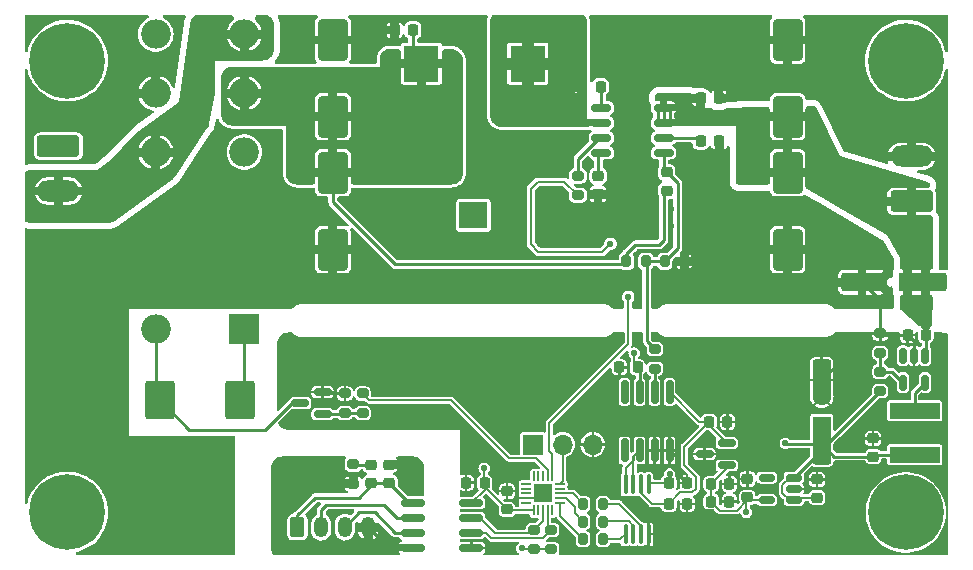
<source format=gbr>
%TF.GenerationSoftware,KiCad,Pcbnew,7.0.1*%
%TF.CreationDate,2024-03-26T16:50:52+03:00*%
%TF.ProjectId,Pelt,50656c74-2e6b-4696-9361-645f70636258,rev?*%
%TF.SameCoordinates,Original*%
%TF.FileFunction,Copper,L1,Top*%
%TF.FilePolarity,Positive*%
%FSLAX46Y46*%
G04 Gerber Fmt 4.6, Leading zero omitted, Abs format (unit mm)*
G04 Created by KiCad (PCBNEW 7.0.1) date 2024-03-26 16:50:52*
%MOMM*%
%LPD*%
G01*
G04 APERTURE LIST*
G04 Aperture macros list*
%AMRoundRect*
0 Rectangle with rounded corners*
0 $1 Rounding radius*
0 $2 $3 $4 $5 $6 $7 $8 $9 X,Y pos of 4 corners*
0 Add a 4 corners polygon primitive as box body*
4,1,4,$2,$3,$4,$5,$6,$7,$8,$9,$2,$3,0*
0 Add four circle primitives for the rounded corners*
1,1,$1+$1,$2,$3*
1,1,$1+$1,$4,$5*
1,1,$1+$1,$6,$7*
1,1,$1+$1,$8,$9*
0 Add four rect primitives between the rounded corners*
20,1,$1+$1,$2,$3,$4,$5,0*
20,1,$1+$1,$4,$5,$6,$7,0*
20,1,$1+$1,$6,$7,$8,$9,0*
20,1,$1+$1,$8,$9,$2,$3,0*%
G04 Aperture macros list end*
%TA.AperFunction,ComponentPad*%
%ADD10RoundRect,0.250000X-0.350000X-0.625000X0.350000X-0.625000X0.350000X0.625000X-0.350000X0.625000X0*%
%TD*%
%TA.AperFunction,ComponentPad*%
%ADD11O,1.200000X1.750000*%
%TD*%
%TA.AperFunction,SMDPad,CuDef*%
%ADD12RoundRect,0.225000X-0.225000X-0.250000X0.225000X-0.250000X0.225000X0.250000X-0.225000X0.250000X0*%
%TD*%
%TA.AperFunction,SMDPad,CuDef*%
%ADD13RoundRect,0.200000X-0.275000X0.200000X-0.275000X-0.200000X0.275000X-0.200000X0.275000X0.200000X0*%
%TD*%
%TA.AperFunction,SMDPad,CuDef*%
%ADD14RoundRect,0.050000X-0.375000X-0.050000X0.375000X-0.050000X0.375000X0.050000X-0.375000X0.050000X0*%
%TD*%
%TA.AperFunction,SMDPad,CuDef*%
%ADD15RoundRect,0.050000X-0.050000X-0.375000X0.050000X-0.375000X0.050000X0.375000X-0.050000X0.375000X0*%
%TD*%
%TA.AperFunction,SMDPad,CuDef*%
%ADD16R,1.650000X1.650000*%
%TD*%
%TA.AperFunction,ComponentPad*%
%ADD17C,6.400000*%
%TD*%
%TA.AperFunction,SMDPad,CuDef*%
%ADD18RoundRect,0.250000X1.500000X0.550000X-1.500000X0.550000X-1.500000X-0.550000X1.500000X-0.550000X0*%
%TD*%
%TA.AperFunction,SMDPad,CuDef*%
%ADD19R,4.200000X1.400000*%
%TD*%
%TA.AperFunction,ComponentPad*%
%ADD20RoundRect,0.250000X-1.550000X0.650000X-1.550000X-0.650000X1.550000X-0.650000X1.550000X0.650000X0*%
%TD*%
%TA.AperFunction,ComponentPad*%
%ADD21O,3.600000X1.800000*%
%TD*%
%TA.AperFunction,SMDPad,CuDef*%
%ADD22RoundRect,0.200000X-0.200000X-0.275000X0.200000X-0.275000X0.200000X0.275000X-0.200000X0.275000X0*%
%TD*%
%TA.AperFunction,SMDPad,CuDef*%
%ADD23RoundRect,0.200000X0.275000X-0.200000X0.275000X0.200000X-0.275000X0.200000X-0.275000X-0.200000X0*%
%TD*%
%TA.AperFunction,SMDPad,CuDef*%
%ADD24RoundRect,0.250000X0.550000X-1.500000X0.550000X1.500000X-0.550000X1.500000X-0.550000X-1.500000X0*%
%TD*%
%TA.AperFunction,SMDPad,CuDef*%
%ADD25RoundRect,0.225000X-0.250000X0.225000X-0.250000X-0.225000X0.250000X-0.225000X0.250000X0.225000X0*%
%TD*%
%TA.AperFunction,SMDPad,CuDef*%
%ADD26RoundRect,0.225000X0.250000X-0.225000X0.250000X0.225000X-0.250000X0.225000X-0.250000X-0.225000X0*%
%TD*%
%TA.AperFunction,SMDPad,CuDef*%
%ADD27RoundRect,0.150000X0.512500X0.150000X-0.512500X0.150000X-0.512500X-0.150000X0.512500X-0.150000X0*%
%TD*%
%TA.AperFunction,SMDPad,CuDef*%
%ADD28RoundRect,0.250000X1.000000X-1.500000X1.000000X1.500000X-1.000000X1.500000X-1.000000X-1.500000X0*%
%TD*%
%TA.AperFunction,SMDPad,CuDef*%
%ADD29RoundRect,0.100000X-0.100000X0.712500X-0.100000X-0.712500X0.100000X-0.712500X0.100000X0.712500X0*%
%TD*%
%TA.AperFunction,SMDPad,CuDef*%
%ADD30RoundRect,0.150000X-0.825000X-0.150000X0.825000X-0.150000X0.825000X0.150000X-0.825000X0.150000X0*%
%TD*%
%TA.AperFunction,SMDPad,CuDef*%
%ADD31RoundRect,0.150000X0.587500X0.150000X-0.587500X0.150000X-0.587500X-0.150000X0.587500X-0.150000X0*%
%TD*%
%TA.AperFunction,SMDPad,CuDef*%
%ADD32RoundRect,0.218750X-0.256250X0.218750X-0.256250X-0.218750X0.256250X-0.218750X0.256250X0.218750X0*%
%TD*%
%TA.AperFunction,ComponentPad*%
%ADD33R,2.500000X2.500000*%
%TD*%
%TA.AperFunction,ComponentPad*%
%ADD34O,2.500000X2.500000*%
%TD*%
%TA.AperFunction,SMDPad,CuDef*%
%ADD35RoundRect,0.150000X-0.150000X0.512500X-0.150000X-0.512500X0.150000X-0.512500X0.150000X0.512500X0*%
%TD*%
%TA.AperFunction,ComponentPad*%
%ADD36C,0.550000*%
%TD*%
%TA.AperFunction,SMDPad,CuDef*%
%ADD37R,2.514000X3.200000*%
%TD*%
%TA.AperFunction,SMDPad,CuDef*%
%ADD38RoundRect,0.150000X-0.662500X-0.150000X0.662500X-0.150000X0.662500X0.150000X-0.662500X0.150000X0*%
%TD*%
%TA.AperFunction,SMDPad,CuDef*%
%ADD39RoundRect,0.250000X-1.000000X1.400000X-1.000000X-1.400000X1.000000X-1.400000X1.000000X1.400000X0*%
%TD*%
%TA.AperFunction,SMDPad,CuDef*%
%ADD40RoundRect,0.250000X-1.000000X1.500000X-1.000000X-1.500000X1.000000X-1.500000X1.000000X1.500000X0*%
%TD*%
%TA.AperFunction,ComponentPad*%
%ADD41R,1.600000X1.600000*%
%TD*%
%TA.AperFunction,ComponentPad*%
%ADD42C,1.600000*%
%TD*%
%TA.AperFunction,SMDPad,CuDef*%
%ADD43RoundRect,0.225000X0.225000X0.250000X-0.225000X0.250000X-0.225000X-0.250000X0.225000X-0.250000X0*%
%TD*%
%TA.AperFunction,SMDPad,CuDef*%
%ADD44R,3.000000X3.050000*%
%TD*%
%TA.AperFunction,SMDPad,CuDef*%
%ADD45R,2.400000X2.250000*%
%TD*%
%TA.AperFunction,ComponentPad*%
%ADD46R,1.700000X1.700000*%
%TD*%
%TA.AperFunction,ComponentPad*%
%ADD47O,1.700000X1.700000*%
%TD*%
%TA.AperFunction,ComponentPad*%
%ADD48RoundRect,0.250000X1.550000X-0.650000X1.550000X0.650000X-1.550000X0.650000X-1.550000X-0.650000X0*%
%TD*%
%TA.AperFunction,SMDPad,CuDef*%
%ADD49RoundRect,0.150000X0.150000X-0.825000X0.150000X0.825000X-0.150000X0.825000X-0.150000X-0.825000X0*%
%TD*%
%TA.AperFunction,ViaPad*%
%ADD50C,0.550000*%
%TD*%
%TA.AperFunction,Conductor*%
%ADD51C,0.250000*%
%TD*%
%TA.AperFunction,Conductor*%
%ADD52C,0.200000*%
%TD*%
G04 APERTURE END LIST*
D10*
%TO.P,J3,1,Pin_1*%
%TO.N,Net-(D1-A)*%
X129500000Y-83500000D03*
D11*
%TO.P,J3,2,Pin_2*%
%TO.N,Net-(J3-Pin_2)*%
X131500000Y-83500000D03*
%TO.P,J3,3,Pin_3*%
%TO.N,Net-(J3-Pin_3)*%
X133500000Y-83500000D03*
%TO.P,J3,4,Pin_4*%
%TO.N,Net-(J3-Pin_4)*%
X135500000Y-83500000D03*
%TD*%
D12*
%TO.P,C22,1*%
%TO.N,+5V*%
X160950000Y-79775000D03*
%TO.P,C22,2*%
%TO.N,GND*%
X162500000Y-79775000D03*
%TD*%
D13*
%TO.P,R9,1*%
%TO.N,Net-(D1-K)*%
X134232621Y-78161579D03*
%TO.P,R9,2*%
%TO.N,Net-(J3-Pin_4)*%
X134232621Y-79811579D03*
%TD*%
D14*
%TO.P,IC1,1,PD7*%
%TO.N,unconnected-(IC1-PD7-Pad1)*%
X148840000Y-79835000D03*
%TO.P,IC1,2,PA1*%
%TO.N,unconnected-(IC1-PA1-Pad2)*%
X148840000Y-80235000D03*
%TO.P,IC1,3,PA2*%
%TO.N,unconnected-(IC1-PA2-Pad3)*%
X148840000Y-80635000D03*
%TO.P,IC1,4,VSS*%
%TO.N,GND*%
X148840000Y-81035000D03*
%TO.P,IC1,5,PD0*%
%TO.N,unconnected-(IC1-PD0-Pad5)*%
X148840000Y-81435000D03*
D15*
%TO.P,IC1,6,VDD*%
%TO.N,+5V*%
X149490000Y-82085000D03*
%TO.P,IC1,7,PC0*%
%TO.N,unconnected-(IC1-PC0-Pad7)*%
X149890000Y-82085000D03*
%TO.P,IC1,8,SDA*%
%TO.N,SDA*%
X150290000Y-82085000D03*
%TO.P,IC1,9,SCL*%
%TO.N,SCL*%
X150690000Y-82085000D03*
%TO.P,IC1,10,PC3*%
%TO.N,unconnected-(IC1-PC3-Pad10)*%
X151090000Y-82085000D03*
D14*
%TO.P,IC1,11,PC4*%
%TO.N,Net-(IC1-PC4)*%
X151740000Y-81435000D03*
%TO.P,IC1,12,SCK*%
%TO.N,Net-(IC1-PC5)*%
X151740000Y-81035000D03*
%TO.P,IC1,13,MOSI*%
%TO.N,Net-(IC1-PC6)*%
X151740000Y-80635000D03*
%TO.P,IC1,14,MISO*%
%TO.N,unconnected-(IC1-PC7-Pad14)*%
X151740000Y-80235000D03*
%TO.P,IC1,15,SWIO*%
%TO.N,Net-(IC1-PD1)*%
X151740000Y-79835000D03*
D15*
%TO.P,IC1,16,PD2*%
%TO.N,SHDWN*%
X151090000Y-79185000D03*
%TO.P,IC1,17,PD3*%
%TO.N,EN_A*%
X150690000Y-79185000D03*
%TO.P,IC1,18,PD4*%
%TO.N,unconnected-(IC1-PD4-Pad18)*%
X150290000Y-79185000D03*
%TO.P,IC1,19,PD5*%
%TO.N,unconnected-(IC1-PD5-Pad19)*%
X149890000Y-79185000D03*
%TO.P,IC1,20,PD6*%
%TO.N,unconnected-(IC1-PD6-Pad20)*%
X149490000Y-79185000D03*
D16*
%TO.P,IC1,21,VSS*%
%TO.N,GND*%
X150290000Y-80635000D03*
%TD*%
D17*
%TO.P,REF\u002A\u002A,1*%
%TO.N,N/C*%
X181000000Y-82250000D03*
%TD*%
D18*
%TO.P,C1,1*%
%TO.N,Vin*%
X182700000Y-62750000D03*
%TO.P,C1,2*%
%TO.N,GND*%
X177300000Y-62750000D03*
%TD*%
D12*
%TO.P,C18,2*%
%TO.N,GND*%
X166075000Y-79825000D03*
%TO.P,C18,1*%
%TO.N,+5V*%
X164525000Y-79825000D03*
%TD*%
D19*
%TO.P,L1,1*%
%TO.N,Net-(U2-SW)*%
X181750000Y-73650000D03*
%TO.P,L1,2*%
%TO.N,+5.5V*%
X181750000Y-77350000D03*
%TD*%
D20*
%TO.P,J4,1,Pin_1*%
%TO.N,/Plus*%
X109257500Y-51227500D03*
D21*
%TO.P,J4,2,Pin_2*%
%TO.N,/Minus*%
X109257500Y-55037500D03*
%TD*%
D22*
%TO.P,R6,1*%
%TO.N,Net-(IC1-PC6)*%
X153700000Y-81525000D03*
%TO.P,R6,2*%
%TO.N,Net-(IC2-DIN)*%
X155350000Y-81525000D03*
%TD*%
D23*
%TO.P,R1,1*%
%TO.N,+5.5V*%
X178850000Y-71975000D03*
%TO.P,R1,2*%
%TO.N,Net-(U2-FB)*%
X178850000Y-70325000D03*
%TD*%
%TO.P,R2,1*%
%TO.N,Net-(U2-FB)*%
X178850000Y-68750000D03*
%TO.P,R2,2*%
%TO.N,GND*%
X178850000Y-67100000D03*
%TD*%
D13*
%TO.P,R11,1*%
%TO.N,SDA*%
X149500000Y-83725000D03*
%TO.P,R11,2*%
%TO.N,+5V*%
X149500000Y-85375000D03*
%TD*%
D24*
%TO.P,C4,1*%
%TO.N,+5.5V*%
X173882214Y-76450000D03*
%TO.P,C4,2*%
%TO.N,GND*%
X173882214Y-71050000D03*
%TD*%
D25*
%TO.P,C24,1*%
%TO.N,Net-(J3-Pin_4)*%
X137250000Y-78200000D03*
%TO.P,C24,2*%
%TO.N,Net-(D1-A)*%
X137250000Y-79750000D03*
%TD*%
D26*
%TO.P,C17,1*%
%TO.N,+5V*%
X167600000Y-80975000D03*
%TO.P,C17,2*%
%TO.N,GND*%
X167600000Y-79425000D03*
%TD*%
%TO.P,C9,1*%
%TO.N,/V_out*%
X160750000Y-55000000D03*
%TO.P,C9,2*%
%TO.N,Vfb*%
X160750000Y-53450000D03*
%TD*%
D27*
%TO.P,U3,1,IN*%
%TO.N,+5.5V*%
X171525000Y-81200000D03*
%TO.P,U3,2,GND*%
%TO.N,GND*%
X171525000Y-80250000D03*
%TO.P,U3,3,EN*%
%TO.N,+5.5V*%
X171525000Y-79300000D03*
%TO.P,U3,4,BP*%
%TO.N,unconnected-(U3-BP-Pad4)*%
X169250000Y-79300000D03*
%TO.P,U3,5,OUT*%
%TO.N,+5V*%
X169250000Y-81200000D03*
%TD*%
D28*
%TO.P,C5,1*%
%TO.N,Vin*%
X171000000Y-48750000D03*
%TO.P,C5,2*%
%TO.N,GND*%
X171000000Y-42250000D03*
%TD*%
D29*
%TO.P,IC2,1,VDD*%
%TO.N,+5V*%
X159225000Y-79862500D03*
%TO.P,IC2,2,VREF*%
%TO.N,U_ref*%
X158575000Y-79862500D03*
%TO.P,IC2,3,VFB*%
%TO.N,/U_Set*%
X157925000Y-79862500D03*
%TO.P,IC2,4,VOUT*%
X157275000Y-79862500D03*
%TO.P,IC2,5,~{SYNC}*%
%TO.N,Net-(IC2-~{SYNC})*%
X157275000Y-84087500D03*
%TO.P,IC2,6,SCLK*%
%TO.N,Net-(IC2-SCLK)*%
X157925000Y-84087500D03*
%TO.P,IC2,7,DIN*%
%TO.N,Net-(IC2-DIN)*%
X158575000Y-84087500D03*
%TO.P,IC2,8,GND*%
%TO.N,GND*%
X159225000Y-84087500D03*
%TD*%
D30*
%TO.P,U6,1,VCC1*%
%TO.N,Net-(D1-A)*%
X139275000Y-81435000D03*
%TO.P,U6,2,SDA1*%
%TO.N,Net-(J3-Pin_2)*%
X139275000Y-82705000D03*
%TO.P,U6,3,SCL1*%
%TO.N,Net-(J3-Pin_3)*%
X139275000Y-83975000D03*
%TO.P,U6,4,GND1*%
%TO.N,Net-(J3-Pin_4)*%
X139275000Y-85245000D03*
%TO.P,U6,5,GND2*%
%TO.N,GND*%
X144225000Y-85245000D03*
%TO.P,U6,6,SCL2*%
%TO.N,SCL*%
X144225000Y-83975000D03*
%TO.P,U6,7,SDA2*%
%TO.N,SDA*%
X144225000Y-82705000D03*
%TO.P,U6,8,VCC2*%
%TO.N,+5V*%
X144225000Y-81435000D03*
%TD*%
D31*
%TO.P,Q1,1,G*%
%TO.N,Net-(Q1-G)*%
X131622141Y-73929649D03*
%TO.P,Q1,2,S*%
%TO.N,GND*%
X131622141Y-72029649D03*
%TO.P,Q1,3,D*%
%TO.N,Net-(D2-A)*%
X129747141Y-72979649D03*
%TD*%
D26*
%TO.P,C3,1*%
%TO.N,+5.5V*%
X178250000Y-77525000D03*
%TO.P,C3,2*%
%TO.N,GND*%
X178250000Y-75975000D03*
%TD*%
D13*
%TO.P,R12,1*%
%TO.N,SCL*%
X151000000Y-83725000D03*
%TO.P,R12,2*%
%TO.N,+5V*%
X151000000Y-85375000D03*
%TD*%
D32*
%TO.P,D1,1,K*%
%TO.N,Net-(D1-K)*%
X135732621Y-78199079D03*
%TO.P,D1,2,A*%
%TO.N,Net-(D1-A)*%
X135732621Y-79774079D03*
%TD*%
D25*
%TO.P,C13,1*%
%TO.N,Net-(U1-SS)*%
X154950000Y-53750000D03*
%TO.P,C13,2*%
%TO.N,GND*%
X154950000Y-55300000D03*
%TD*%
D33*
%TO.P,K1,1*%
%TO.N,+5.5V*%
X125000000Y-66750000D03*
D34*
%TO.P,K1,2*%
%TO.N,/Plus*%
X125000000Y-51750000D03*
%TO.P,K1,3*%
%TO.N,/V_out*%
X125000000Y-46750000D03*
%TO.P,K1,4*%
%TO.N,/Minus*%
X125000000Y-41750000D03*
%TO.P,K1,5*%
%TO.N,/Plus*%
X117500000Y-41750000D03*
%TO.P,K1,6*%
%TO.N,GND*%
X117500000Y-46750000D03*
%TO.P,K1,7*%
%TO.N,/Minus*%
X117500000Y-51750000D03*
%TO.P,K1,8*%
%TO.N,Net-(D2-A)*%
X117500000Y-66750000D03*
%TD*%
D35*
%TO.P,U2,1,VI*%
%TO.N,Vin*%
X182650000Y-68975000D03*
%TO.P,U2,2,GND*%
%TO.N,GND*%
X181700000Y-68975000D03*
%TO.P,U2,3,EN*%
%TO.N,unconnected-(U2-EN-Pad3)*%
X180750000Y-68975000D03*
%TO.P,U2,4,FB*%
%TO.N,Net-(U2-FB)*%
X180750000Y-71250000D03*
%TO.P,U2,5,SW*%
%TO.N,Net-(U2-SW)*%
X182650000Y-71250000D03*
%TD*%
D25*
%TO.P,C25,1*%
%TO.N,GND*%
X147250000Y-80450000D03*
%TO.P,C25,2*%
%TO.N,+5V*%
X147250000Y-82000000D03*
%TD*%
D36*
%TO.P,U1,9,GND*%
%TO.N,GND*%
X158562500Y-50905000D03*
X158562500Y-49905000D03*
X158562500Y-48905000D03*
D37*
X157862500Y-49905000D03*
D36*
X157162500Y-50905000D03*
X157162500Y-49905000D03*
X157162500Y-48905000D03*
D38*
%TO.P,U1,8,Vin*%
%TO.N,Vin*%
X160500000Y-48000000D03*
%TO.P,U1,7,Vin*%
X160500000Y-49270000D03*
%TO.P,U1,6,Vcc*%
%TO.N,Net-(U1-Vcc)*%
X160500000Y-50540000D03*
%TO.P,U1,5,FB*%
%TO.N,Vfb*%
X160500000Y-51810000D03*
%TO.P,U1,4,SS*%
%TO.N,Net-(U1-SS)*%
X155225000Y-51810000D03*
%TO.P,U1,3,EN*%
%TO.N,Net-(U1-EN)*%
X155225000Y-50540000D03*
%TO.P,U1,2,LX*%
%TO.N,/LX*%
X155225000Y-49270000D03*
%TO.P,U1,1,BS*%
%TO.N,Net-(U1-BS)*%
X155225000Y-48000000D03*
%TD*%
D39*
%TO.P,D2,1,K*%
%TO.N,+5.5V*%
X124650000Y-72750000D03*
%TO.P,D2,2,A*%
%TO.N,Net-(D2-A)*%
X117850000Y-72750000D03*
%TD*%
D40*
%TO.P,C6,1*%
%TO.N,Vin*%
X171000000Y-53500000D03*
%TO.P,C6,2*%
%TO.N,GND*%
X171000000Y-60000000D03*
%TD*%
D22*
%TO.P,R10,1*%
%TO.N,Net-(IC1-PC4)*%
X153700000Y-84525000D03*
%TO.P,R10,2*%
%TO.N,Net-(IC2-~{SYNC})*%
X155350000Y-84525000D03*
%TD*%
D17*
%TO.P,REF\u002A\u002A,1*%
%TO.N,N/C*%
X110000000Y-82250000D03*
%TD*%
D13*
%TO.P,R14,1*%
%TO.N,GND*%
X133500000Y-72175000D03*
%TO.P,R14,2*%
%TO.N,Net-(Q1-G)*%
X133500000Y-73825000D03*
%TD*%
D41*
%TO.P,C1,1*%
%TO.N,+5.5V*%
X173882214Y-74932380D03*
D42*
%TO.P,C1,2*%
%TO.N,GND*%
X173882214Y-72432380D03*
%TD*%
D41*
%TO.P,C12,1*%
%TO.N,/V_out*%
X132500000Y-47902651D03*
D42*
%TO.P,C12,2*%
%TO.N,GND*%
X132500000Y-42902651D03*
%TD*%
D22*
%TO.P,R5,1*%
%TO.N,Vfb*%
X160600000Y-61000000D03*
%TO.P,R5,2*%
%TO.N,GND*%
X162250000Y-61000000D03*
%TD*%
D41*
%TO.P,C11,1*%
%TO.N,/V_out*%
X132500000Y-54347349D03*
D42*
%TO.P,C11,2*%
%TO.N,GND*%
X132500000Y-59347349D03*
%TD*%
D23*
%TO.P,R13,1*%
%TO.N,Net-(Q1-G)*%
X135020940Y-73825443D03*
%TO.P,R13,2*%
%TO.N,EN_A*%
X135020940Y-72175443D03*
%TD*%
D43*
%TO.P,C21,1*%
%TO.N,GND*%
X162500000Y-81525000D03*
%TO.P,C21,2*%
%TO.N,U_ref*%
X160950000Y-81525000D03*
%TD*%
D23*
%TO.P,R4,1*%
%TO.N,SHDWN*%
X153250000Y-55400000D03*
%TO.P,R4,2*%
%TO.N,Net-(U1-EN)*%
X153250000Y-53750000D03*
%TD*%
D44*
%TO.P,L2,1,1*%
%TO.N,/LX*%
X149000000Y-44250000D03*
%TO.P,L2,2,2*%
%TO.N,/V_out*%
X140000000Y-44250000D03*
D45*
%TO.P,L2,3*%
%TO.N,N/C*%
X144400000Y-57100000D03*
%TD*%
D40*
%TO.P,C11,1*%
%TO.N,/V_out*%
X132500000Y-53500000D03*
%TO.P,C11,2*%
%TO.N,GND*%
X132500000Y-60000000D03*
%TD*%
D43*
%TO.P,C2,1*%
%TO.N,Vin*%
X182700000Y-67225000D03*
%TO.P,C2,2*%
%TO.N,GND*%
X181150000Y-67225000D03*
%TD*%
D41*
%TO.P,C1,1*%
%TO.N,Vin*%
X181182379Y-62750000D03*
D42*
%TO.P,C1,2*%
%TO.N,GND*%
X178682379Y-62750000D03*
%TD*%
D46*
%TO.P,J2,1,Pin_1*%
%TO.N,+5V*%
X149425000Y-76500000D03*
D47*
%TO.P,J2,2,Pin_2*%
%TO.N,Net-(IC1-PD1)*%
X151965000Y-76500000D03*
%TO.P,J2,3,Pin_3*%
%TO.N,GND*%
X154505000Y-76500000D03*
%TD*%
D43*
%TO.P,C20,1*%
%TO.N,+5V*%
X158300000Y-69975000D03*
%TO.P,C20,2*%
%TO.N,GND*%
X156750000Y-69975000D03*
%TD*%
D12*
%TO.P,C8,1*%
%TO.N,/LX*%
X153625000Y-46200000D03*
%TO.P,C8,2*%
%TO.N,Net-(U1-BS)*%
X155175000Y-46200000D03*
%TD*%
D43*
%TO.P,C10,1*%
%TO.N,/V_out*%
X139275000Y-41400000D03*
%TO.P,C10,2*%
%TO.N,GND*%
X137725000Y-41400000D03*
%TD*%
D17*
%TO.P,REF\u002A\u002A,1*%
%TO.N,N/C*%
X110000000Y-44000000D03*
%TD*%
%TO.P,REF\u002A\u002A,1*%
%TO.N,N/C*%
X181000000Y-44000000D03*
%TD*%
D41*
%TO.P,C5,1*%
%TO.N,Vin*%
X171000000Y-47902651D03*
D42*
%TO.P,C5,2*%
%TO.N,GND*%
X171000000Y-42902651D03*
%TD*%
D22*
%TO.P,R8,1*%
%TO.N,Net-(IC1-PC5)*%
X153700000Y-83025000D03*
%TO.P,R8,2*%
%TO.N,Net-(IC2-SCLK)*%
X155350000Y-83025000D03*
%TD*%
D28*
%TO.P,C12,1*%
%TO.N,/V_out*%
X132500000Y-48750000D03*
%TO.P,C12,2*%
%TO.N,GND*%
X132500000Y-42250000D03*
%TD*%
D12*
%TO.P,C19,1*%
%TO.N,U_ref*%
X164350000Y-74575000D03*
%TO.P,C19,2*%
%TO.N,GND*%
X165900000Y-74575000D03*
%TD*%
D48*
%TO.P,J1,1,Pin_1*%
%TO.N,Vin*%
X181492500Y-55922500D03*
D21*
%TO.P,J1,2,Pin_2*%
%TO.N,GND*%
X181492500Y-52112500D03*
%TD*%
D41*
%TO.P,C6,1*%
%TO.N,Vin*%
X171000000Y-54347349D03*
D42*
%TO.P,C6,2*%
%TO.N,GND*%
X171000000Y-59347349D03*
%TD*%
D12*
%TO.P,C15,1*%
%TO.N,+5V*%
X164525000Y-81325000D03*
%TO.P,C15,2*%
%TO.N,GND*%
X166075000Y-81325000D03*
%TD*%
D23*
%TO.P,R7,1*%
%TO.N,Net-(R7-Pad1)*%
X159750000Y-70075000D03*
%TO.P,R7,2*%
%TO.N,Vfb*%
X159750000Y-68425000D03*
%TD*%
D22*
%TO.P,R3,1*%
%TO.N,/V_out*%
X157350000Y-61000000D03*
%TO.P,R3,2*%
%TO.N,Vfb*%
X159000000Y-61000000D03*
%TD*%
D12*
%TO.P,C7,1*%
%TO.N,Vin*%
X163625000Y-47200000D03*
%TO.P,C7,2*%
%TO.N,GND*%
X165175000Y-47200000D03*
%TD*%
%TO.P,C23,1*%
%TO.N,GND*%
X143788871Y-79725000D03*
%TO.P,C23,2*%
%TO.N,+5V*%
X145338871Y-79725000D03*
%TD*%
%TO.P,C14,1*%
%TO.N,Net-(U1-Vcc)*%
X163650000Y-50800000D03*
%TO.P,C14,2*%
%TO.N,GND*%
X165200000Y-50800000D03*
%TD*%
D49*
%TO.P,U5,1,Rg*%
%TO.N,unconnected-(U5-Rg-Pad1)*%
X157190000Y-77000000D03*
%TO.P,U5,2,-*%
%TO.N,/U_Set*%
X158460000Y-77000000D03*
%TO.P,U5,3,+*%
%TO.N,GND*%
X159730000Y-77000000D03*
%TO.P,U5,4,V-*%
X161000000Y-77000000D03*
%TO.P,U5,5,Ref*%
%TO.N,U_ref*%
X161000000Y-72050000D03*
%TO.P,U5,6*%
%TO.N,Net-(R7-Pad1)*%
X159730000Y-72050000D03*
%TO.P,U5,7,V+*%
%TO.N,+5V*%
X158460000Y-72050000D03*
%TO.P,U5,8,Rg*%
%TO.N,unconnected-(U5-Rg-Pad8)*%
X157190000Y-72050000D03*
%TD*%
D31*
%TO.P,U4,1,IN*%
%TO.N,+5V*%
X165837500Y-78275000D03*
%TO.P,U4,2,OUT*%
%TO.N,U_ref*%
X165837500Y-76375000D03*
%TO.P,U4,3,GND*%
%TO.N,GND*%
X163962500Y-77325000D03*
%TD*%
D26*
%TO.P,C16,1*%
%TO.N,+5.5V*%
X173500000Y-81000000D03*
%TO.P,C16,2*%
%TO.N,GND*%
X173500000Y-79450000D03*
%TD*%
D50*
%TO.N,GND*%
X150290000Y-80635000D03*
X165500000Y-53500000D03*
X159000000Y-41000000D03*
X156000000Y-62500000D03*
X166500000Y-41000000D03*
X165500000Y-58000000D03*
X156000000Y-44000000D03*
X164000000Y-61000000D03*
X156000000Y-56500000D03*
X150000000Y-64000000D03*
X156000000Y-55000000D03*
X154500000Y-58000000D03*
X168000000Y-45500000D03*
X161000000Y-64000000D03*
X163500000Y-41000000D03*
X151500000Y-52000000D03*
X168500000Y-56500000D03*
X157500000Y-42500000D03*
X150000000Y-50500000D03*
X151500000Y-53500000D03*
X157500000Y-44000000D03*
X162500000Y-53500000D03*
X157500000Y-53500000D03*
X164000000Y-59500000D03*
X168500000Y-61000000D03*
X151500000Y-59500000D03*
X166500000Y-42500000D03*
X146750000Y-83250000D03*
X159000000Y-44000000D03*
X161000000Y-62500000D03*
X162500000Y-52000000D03*
X167000000Y-61000000D03*
X164000000Y-64000000D03*
X154500000Y-62500000D03*
X163500000Y-44000000D03*
X164000000Y-56500000D03*
X167000000Y-64000000D03*
X162500000Y-62500000D03*
X163500000Y-45500000D03*
X165500000Y-59500000D03*
X165500000Y-52000000D03*
X159000000Y-58000000D03*
X151500000Y-62500000D03*
X159000000Y-53500000D03*
X162000000Y-41000000D03*
X157500000Y-45500000D03*
X162500000Y-55000000D03*
X150000000Y-58000000D03*
X156000000Y-41000000D03*
X156000000Y-42500000D03*
X159000000Y-56500000D03*
X157500000Y-56500000D03*
X157500000Y-55000000D03*
X165000000Y-41000000D03*
X146750000Y-85500000D03*
X164000000Y-62500000D03*
X150000000Y-55000000D03*
X162000000Y-45500000D03*
X162500000Y-58000000D03*
X159000000Y-55000000D03*
X165500000Y-56500000D03*
X156000000Y-58000000D03*
X162500000Y-56500000D03*
X168500000Y-64000000D03*
X157500000Y-52000000D03*
X168500000Y-59500000D03*
X167000000Y-56500000D03*
X168500000Y-58000000D03*
X164000000Y-53500000D03*
X164000000Y-52000000D03*
X160500000Y-44000000D03*
X170000000Y-64000000D03*
X159000000Y-42500000D03*
X165500000Y-62500000D03*
X168000000Y-41000000D03*
X162500000Y-64000000D03*
X168000000Y-44000000D03*
X154500000Y-64000000D03*
X151500000Y-64000000D03*
X160500000Y-41000000D03*
X165500000Y-55000000D03*
X154500000Y-59500000D03*
X150000000Y-56500000D03*
X153000000Y-62500000D03*
X164000000Y-55000000D03*
X156000000Y-53500000D03*
X165500000Y-64000000D03*
X157500000Y-41000000D03*
X156000000Y-45500000D03*
X165000000Y-45500000D03*
X171500000Y-64000000D03*
X153000000Y-56500000D03*
X159000000Y-52000000D03*
X168000000Y-42500000D03*
X150000000Y-53500000D03*
X159000000Y-45500000D03*
X167000000Y-62500000D03*
X163500000Y-42500000D03*
X151500000Y-58000000D03*
X166500000Y-45500000D03*
X160500000Y-45500000D03*
X165000000Y-44000000D03*
X162000000Y-44000000D03*
X157500000Y-58000000D03*
X151500000Y-55000000D03*
X150000000Y-59500000D03*
X151500000Y-56500000D03*
X153000000Y-64000000D03*
X151500000Y-50500000D03*
X168500000Y-62500000D03*
X167000000Y-59500000D03*
X153000000Y-58000000D03*
X161104278Y-58026736D03*
X154500000Y-56500000D03*
X157500000Y-47000000D03*
X166500000Y-44000000D03*
X150000000Y-62500000D03*
X167000000Y-58000000D03*
X162500000Y-59500000D03*
X159000000Y-47000000D03*
X160500000Y-42500000D03*
X157500000Y-62500000D03*
X153000000Y-59500000D03*
X165000000Y-42500000D03*
X150000000Y-52000000D03*
X165500000Y-61000000D03*
X162000000Y-42500000D03*
X164000000Y-58000000D03*
X161104278Y-56526736D03*
X156000000Y-64000000D03*
X156000000Y-47000000D03*
%TO.N,+5.5V*%
X170800000Y-76400000D03*
%TO.N,+5V*%
X145300000Y-78500000D03*
X148500000Y-85300000D03*
X167500000Y-82250000D03*
X161000000Y-79000000D03*
X158000000Y-68750000D03*
%TO.N,Net-(J3-Pin_4)*%
X139000000Y-78250000D03*
%TO.N,SHDWN*%
X156000000Y-59500000D03*
X157500000Y-64000000D03*
%TD*%
D51*
%TO.N,Vfb*%
X161700000Y-54400000D02*
X160750000Y-53450000D01*
X161700000Y-56273929D02*
X161700000Y-54400000D01*
X161704278Y-56278207D02*
X161700000Y-56273929D01*
X161704278Y-56775265D02*
X161704278Y-56278207D01*
X161704278Y-57778207D02*
X161700000Y-57773929D01*
X161704278Y-58275265D02*
X161704278Y-57778207D01*
X161700000Y-57773929D02*
X161700000Y-56779543D01*
X160600000Y-61000000D02*
X161700000Y-59900000D01*
X161700000Y-58279543D02*
X161704278Y-58275265D01*
X161700000Y-59900000D02*
X161700000Y-58279543D01*
X161700000Y-56779543D02*
X161704278Y-56775265D01*
D52*
%TO.N,SHDWN*%
X149250000Y-54850000D02*
X149850000Y-54250000D01*
X149886827Y-60200000D02*
X149250000Y-59563173D01*
X155300000Y-60200000D02*
X149886827Y-60200000D01*
X149250000Y-59563173D02*
X149250000Y-54850000D01*
X156000000Y-59500000D02*
X155300000Y-60200000D01*
X149850000Y-54250000D02*
X152100000Y-54250000D01*
X152100000Y-54250000D02*
X153250000Y-55400000D01*
%TO.N,GND*%
X150400000Y-80600000D02*
X149890000Y-81035000D01*
D51*
%TO.N,Net-(J3-Pin_4)*%
X137245000Y-85245000D02*
X139275000Y-85245000D01*
X135500000Y-83500000D02*
X137245000Y-85245000D01*
%TO.N,Net-(J3-Pin_3)*%
X134750000Y-82250000D02*
X133500000Y-83500000D01*
X136050000Y-82250000D02*
X134750000Y-82250000D01*
X137775000Y-83975000D02*
X136050000Y-82250000D01*
X139275000Y-83975000D02*
X137775000Y-83975000D01*
%TO.N,Net-(J3-Pin_2)*%
X131500000Y-82050000D02*
X131500000Y-83500000D01*
X131950000Y-81600000D02*
X131500000Y-82050000D01*
X136800000Y-81600000D02*
X131950000Y-81600000D01*
X137905000Y-82705000D02*
X136800000Y-81600000D01*
X139275000Y-82705000D02*
X137905000Y-82705000D01*
%TO.N,Net-(D1-A)*%
X135732621Y-79967379D02*
X135732621Y-79774079D01*
X129500000Y-82500000D02*
X131000000Y-81000000D01*
X131000000Y-81000000D02*
X134700000Y-81000000D01*
X134700000Y-81000000D02*
X135732621Y-79967379D01*
X129500000Y-83500000D02*
X129500000Y-82500000D01*
%TO.N,/V_out*%
X132500000Y-56000000D02*
X132500000Y-53500000D01*
X137750000Y-61250000D02*
X132500000Y-56000000D01*
X157100000Y-61250000D02*
X137750000Y-61250000D01*
X157350000Y-61000000D02*
X157100000Y-61250000D01*
%TO.N,Vin*%
X160500000Y-49270000D02*
X160020000Y-49270000D01*
X182700000Y-68925000D02*
X182650000Y-68975000D01*
X161000000Y-48000000D02*
X161000000Y-49000000D01*
X160500000Y-48000000D02*
X161000000Y-48000000D01*
X160020000Y-49270000D02*
X160000000Y-49250000D01*
X160000000Y-49250000D02*
X160000000Y-48250000D01*
X160500000Y-48000000D02*
X160500000Y-49270000D01*
X182700000Y-67225000D02*
X182700000Y-68925000D01*
%TO.N,GND*%
X161825000Y-77825000D02*
X161000000Y-77000000D01*
X181150000Y-67225000D02*
X178975000Y-67225000D01*
X178850000Y-64300000D02*
X177300000Y-62750000D01*
D52*
X149890000Y-81035000D02*
X148840000Y-81035000D01*
D51*
X162500000Y-79775000D02*
X161825000Y-79100000D01*
X181700000Y-67775000D02*
X181700000Y-68975000D01*
X133500000Y-72175000D02*
X131767492Y-72175000D01*
X177832214Y-67100000D02*
X173882214Y-71050000D01*
X178850000Y-67100000D02*
X178850000Y-64300000D01*
X181150000Y-67225000D02*
X181700000Y-67775000D01*
D52*
X150290000Y-80635000D02*
X150400000Y-80600000D01*
D51*
X131767492Y-72175000D02*
X131622141Y-72029649D01*
X161825000Y-79100000D02*
X161825000Y-77825000D01*
X178850000Y-67100000D02*
X177832214Y-67100000D01*
X178975000Y-67225000D02*
X178850000Y-67100000D01*
%TO.N,+5.5V*%
X125000000Y-66750000D02*
X125000000Y-72400000D01*
X178250000Y-77525000D02*
X174957214Y-77525000D01*
X174375000Y-76450000D02*
X173882214Y-76450000D01*
D52*
X170562500Y-80586396D02*
X171176104Y-81200000D01*
D51*
X173882214Y-76942786D02*
X171525000Y-79300000D01*
D52*
X171525000Y-79300000D02*
X171176104Y-79300000D01*
D51*
X178850000Y-71975000D02*
X174375000Y-76450000D01*
X125000000Y-72400000D02*
X124650000Y-72750000D01*
X173882214Y-76450000D02*
X170850000Y-76450000D01*
D52*
X171176104Y-81200000D02*
X171525000Y-81200000D01*
X170562500Y-79913604D02*
X170562500Y-80586396D01*
D51*
X174957214Y-77525000D02*
X173882214Y-76450000D01*
D52*
X173500000Y-81000000D02*
X171725000Y-81000000D01*
D51*
X170850000Y-76450000D02*
X170800000Y-76400000D01*
X173882214Y-76450000D02*
X173882214Y-76942786D01*
X181750000Y-77350000D02*
X178425000Y-77350000D01*
D52*
X171725000Y-81000000D02*
X171525000Y-81200000D01*
X171176104Y-79300000D02*
X170562500Y-79913604D01*
D51*
X178425000Y-77350000D02*
X178250000Y-77525000D01*
%TO.N,Net-(U1-BS)*%
X155225000Y-48000000D02*
X155225000Y-46250000D01*
X155225000Y-46250000D02*
X155175000Y-46200000D01*
%TO.N,/V_out*%
X160100000Y-59600000D02*
X160500000Y-59200000D01*
X140000000Y-44250000D02*
X139275000Y-43525000D01*
X157350000Y-61000000D02*
X157350000Y-60350000D01*
X160500000Y-59200000D02*
X160500000Y-55250000D01*
X158100000Y-59600000D02*
X160100000Y-59600000D01*
X139275000Y-43525000D02*
X139275000Y-41400000D01*
X160500000Y-55250000D02*
X160750000Y-55000000D01*
X157350000Y-60350000D02*
X158100000Y-59600000D01*
%TO.N,Vfb*%
X160500000Y-51810000D02*
X160500000Y-53200000D01*
X159075000Y-67750000D02*
X159075000Y-61075000D01*
X159750000Y-68425000D02*
X159075000Y-67750000D01*
X159075000Y-61075000D02*
X159000000Y-61000000D01*
X159000000Y-61000000D02*
X160600000Y-61000000D01*
X160500000Y-53200000D02*
X160750000Y-53450000D01*
%TO.N,Net-(U1-SS)*%
X154950000Y-52085000D02*
X155225000Y-51810000D01*
X154950000Y-53750000D02*
X154950000Y-52085000D01*
%TO.N,Net-(U1-Vcc)*%
X163390000Y-50540000D02*
X163650000Y-50800000D01*
X160500000Y-50540000D02*
X163390000Y-50540000D01*
D52*
%TO.N,+5V*%
X148500000Y-85300000D02*
X148575000Y-85375000D01*
X145338871Y-80088871D02*
X145338871Y-79725000D01*
D51*
X158460000Y-70135000D02*
X158300000Y-69975000D01*
D52*
X159312500Y-79775000D02*
X159225000Y-79862500D01*
X151000000Y-85375000D02*
X150200000Y-85375000D01*
X158000000Y-68750000D02*
X158000000Y-69675000D01*
X167825000Y-81200000D02*
X167600000Y-80975000D01*
X165300000Y-82100000D02*
X164525000Y-81325000D01*
X164525000Y-81325000D02*
X164525000Y-79825000D01*
X167600000Y-81200000D02*
X166700000Y-82100000D01*
X144225000Y-81435000D02*
X145338871Y-80321129D01*
X145338871Y-80321129D02*
X145338871Y-79725000D01*
X150200000Y-85375000D02*
X149500000Y-85375000D01*
X169250000Y-81200000D02*
X167825000Y-81200000D01*
X160950000Y-79775000D02*
X159312500Y-79775000D01*
X161000000Y-79000000D02*
X161000000Y-79725000D01*
X165837500Y-78275000D02*
X165837500Y-78512500D01*
X161000000Y-79725000D02*
X160950000Y-79775000D01*
D51*
X158460000Y-72050000D02*
X158460000Y-70135000D01*
D52*
X149490000Y-82085000D02*
X147335000Y-82085000D01*
X145300000Y-79686129D02*
X145338871Y-79725000D01*
X148575000Y-85375000D02*
X150200000Y-85375000D01*
X167600000Y-80975000D02*
X167600000Y-81200000D01*
X166700000Y-82100000D02*
X165300000Y-82100000D01*
X147335000Y-82085000D02*
X147250000Y-82000000D01*
X145300000Y-78500000D02*
X145300000Y-79686129D01*
X147250000Y-82000000D02*
X145338871Y-80088871D01*
X158000000Y-69675000D02*
X158300000Y-69975000D01*
X167600000Y-80975000D02*
X167500000Y-81075000D01*
X165837500Y-78512500D02*
X164525000Y-79825000D01*
X167500000Y-81075000D02*
X167500000Y-82250000D01*
%TO.N,U_ref*%
X164350000Y-74575000D02*
X163525000Y-74575000D01*
X165837500Y-76375000D02*
X164350000Y-74887500D01*
X163525000Y-74575000D02*
X161000000Y-72050000D01*
X164350000Y-74575000D02*
X162250000Y-76675000D01*
X160950000Y-81525000D02*
X159509315Y-81525000D01*
X159509315Y-81525000D02*
X158575000Y-80590685D01*
X162250000Y-76675000D02*
X162250000Y-78250000D01*
X162250000Y-78250000D02*
X163250000Y-79250000D01*
X162942462Y-80550000D02*
X161925000Y-80550000D01*
X158575000Y-80590685D02*
X158575000Y-79862500D01*
X163250000Y-79250000D02*
X163250000Y-80242462D01*
X161925000Y-80550000D02*
X160950000Y-81525000D01*
X164350000Y-74887500D02*
X164350000Y-74575000D01*
X163250000Y-80242462D02*
X162942462Y-80550000D01*
D51*
%TO.N,Net-(J3-Pin_4)*%
X138950000Y-78200000D02*
X139000000Y-78250000D01*
X137250000Y-78200000D02*
X138950000Y-78200000D01*
%TO.N,Net-(D1-A)*%
X137225921Y-79774079D02*
X137250000Y-79750000D01*
X139275000Y-81435000D02*
X138935000Y-81435000D01*
X138935000Y-81435000D02*
X137250000Y-79750000D01*
X135732621Y-79774079D02*
X137225921Y-79774079D01*
%TO.N,Net-(D1-K)*%
X135732621Y-78199079D02*
X134270121Y-78199079D01*
X134270121Y-78199079D02*
X134232621Y-78161579D01*
%TO.N,Net-(D2-A)*%
X126750000Y-75250000D02*
X120350000Y-75250000D01*
X120350000Y-75250000D02*
X117850000Y-72750000D01*
X117500000Y-72400000D02*
X117500000Y-66750000D01*
X129747141Y-72979649D02*
X129020351Y-72979649D01*
X117850000Y-72750000D02*
X117500000Y-72400000D01*
X129020351Y-72979649D02*
X126750000Y-75250000D01*
D52*
%TO.N,SDA*%
X149500000Y-83725000D02*
X149225000Y-84000000D01*
X144955000Y-82705000D02*
X144225000Y-82705000D01*
X146250000Y-84000000D02*
X144955000Y-82705000D01*
X150290000Y-82935000D02*
X149500000Y-83725000D01*
X150290000Y-82085000D02*
X150290000Y-82935000D01*
X149225000Y-84000000D02*
X146250000Y-84000000D01*
%TO.N,SCL*%
X150690000Y-82085000D02*
X150690000Y-83415000D01*
X150300000Y-84425000D02*
X145925000Y-84425000D01*
X151000000Y-83725000D02*
X150300000Y-84425000D01*
X145925000Y-84425000D02*
X145475000Y-83975000D01*
X150690000Y-83415000D02*
X151000000Y-83725000D01*
X145475000Y-83975000D02*
X144225000Y-83975000D01*
%TO.N,Net-(IC1-PC4)*%
X151740000Y-82565000D02*
X153700000Y-84525000D01*
X151740000Y-81435000D02*
X151740000Y-82565000D01*
%TO.N,Net-(IC1-PC5)*%
X151740000Y-81035000D02*
X152259975Y-81035000D01*
X153000000Y-81775025D02*
X153000000Y-82325000D01*
X152259975Y-81035000D02*
X153000000Y-81775025D01*
X153000000Y-82325000D02*
X153700000Y-83025000D01*
%TO.N,Net-(IC1-PC6)*%
X151740000Y-80635000D02*
X152810000Y-80635000D01*
X152810000Y-80635000D02*
X153700000Y-81525000D01*
%TO.N,Net-(IC1-PD1)*%
X151965000Y-79610000D02*
X151740000Y-79835000D01*
X151965000Y-76500000D02*
X151965000Y-79610000D01*
%TO.N,EN_A*%
X135595497Y-72750000D02*
X135020940Y-72175443D01*
X150690000Y-78665025D02*
X149674975Y-77650000D01*
X149674975Y-77650000D02*
X147400000Y-77650000D01*
X147400000Y-77650000D02*
X142500000Y-72750000D01*
X142500000Y-72750000D02*
X135595497Y-72750000D01*
X150690000Y-79185000D02*
X150690000Y-78665025D01*
%TO.N,SHDWN*%
X150815000Y-77065000D02*
X151090000Y-77340000D01*
X157500000Y-68007538D02*
X150815000Y-74692538D01*
X151090000Y-77340000D02*
X151090000Y-79185000D01*
X150815000Y-74692538D02*
X150815000Y-77065000D01*
X157500000Y-64000000D02*
X157500000Y-68007538D01*
%TO.N,/U_Set*%
X157925000Y-77535000D02*
X157980000Y-77480000D01*
X157275000Y-79862500D02*
X157275000Y-78526396D01*
X157925000Y-79862500D02*
X157925000Y-77535000D01*
X157980000Y-77821396D02*
X157980000Y-77480000D01*
X157980000Y-77480000D02*
X158460000Y-77000000D01*
X157275000Y-78526396D02*
X157980000Y-77821396D01*
%TO.N,Net-(IC2-~{SYNC})*%
X155350000Y-84525000D02*
X156837500Y-84525000D01*
X156837500Y-84525000D02*
X157275000Y-84087500D01*
%TO.N,Net-(IC2-SCLK)*%
X155350000Y-83025000D02*
X155400000Y-82975000D01*
X155400000Y-82975000D02*
X157540685Y-82975000D01*
X157925000Y-83359315D02*
X157925000Y-84087500D01*
X157540685Y-82975000D02*
X157925000Y-83359315D01*
%TO.N,Net-(IC2-DIN)*%
X158575000Y-83359315D02*
X158575000Y-84087500D01*
X156740685Y-81525000D02*
X158575000Y-83359315D01*
X155350000Y-81525000D02*
X156740685Y-81525000D01*
D51*
%TO.N,Net-(U2-SW)*%
X182650000Y-71250000D02*
X181750000Y-72150000D01*
X181750000Y-72150000D02*
X181750000Y-73650000D01*
%TO.N,Net-(Q1-G)*%
X135020497Y-73825000D02*
X135020940Y-73825443D01*
X133500000Y-73825000D02*
X135020497Y-73825000D01*
X133395351Y-73929649D02*
X133500000Y-73825000D01*
X131622141Y-73929649D02*
X133395351Y-73929649D01*
%TO.N,Net-(U2-FB)*%
X179825000Y-70325000D02*
X180750000Y-71250000D01*
X178850000Y-70325000D02*
X178850000Y-68750000D01*
X178850000Y-70325000D02*
X179825000Y-70325000D01*
%TO.N,Net-(U1-EN)*%
X155010749Y-50540000D02*
X153250000Y-52300749D01*
X155225000Y-50540000D02*
X155010749Y-50540000D01*
X153250000Y-52300749D02*
X153250000Y-53750000D01*
%TO.N,Net-(R7-Pad1)*%
X159730000Y-72050000D02*
X159730000Y-70095000D01*
X159730000Y-70095000D02*
X159750000Y-70075000D01*
%TD*%
%TA.AperFunction,Conductor*%
%TO.N,/LX*%
G36*
X153797416Y-40168142D02*
G01*
X153843025Y-40216047D01*
X153918121Y-40356543D01*
X153927424Y-40379001D01*
X153977240Y-40543224D01*
X153981982Y-40567065D01*
X153999403Y-40743939D01*
X154000000Y-40756093D01*
X154000000Y-48900000D01*
X154225664Y-48900000D01*
X154189997Y-48969999D01*
X154189998Y-48970000D01*
X155401000Y-48970000D01*
X155463000Y-48986613D01*
X155508387Y-49032000D01*
X155525000Y-49094000D01*
X155525000Y-49446000D01*
X155508387Y-49508000D01*
X155463000Y-49553387D01*
X155401000Y-49570000D01*
X154177517Y-49570000D01*
X154162759Y-49584189D01*
X154102170Y-49600000D01*
X146806093Y-49600000D01*
X146793939Y-49599403D01*
X146617065Y-49581982D01*
X146593224Y-49577240D01*
X146429001Y-49527424D01*
X146406543Y-49518121D01*
X146255201Y-49437227D01*
X146234989Y-49423722D01*
X146102333Y-49314854D01*
X146085145Y-49297666D01*
X145976277Y-49165010D01*
X145962772Y-49144798D01*
X145935620Y-49094000D01*
X145881877Y-48993453D01*
X145872575Y-48970998D01*
X145822757Y-48806769D01*
X145818018Y-48782941D01*
X145800597Y-48606061D01*
X145800000Y-48593907D01*
X145800000Y-46650000D01*
X152967631Y-46650000D01*
X152978814Y-46679983D01*
X153060669Y-46789330D01*
X153170016Y-46871185D01*
X153175000Y-46873044D01*
X153175000Y-46650000D01*
X152967631Y-46650000D01*
X145800000Y-46650000D01*
X145800000Y-44750000D01*
X147250000Y-44750000D01*
X147250000Y-45799625D01*
X147264504Y-45872543D01*
X147319760Y-45955239D01*
X147402456Y-46010495D01*
X147475375Y-46025000D01*
X148500000Y-46025000D01*
X148500000Y-44750000D01*
X149500000Y-44750000D01*
X149500000Y-46025000D01*
X150524625Y-46025000D01*
X150597543Y-46010495D01*
X150680239Y-45955239D01*
X150735495Y-45872543D01*
X150750000Y-45799625D01*
X150750000Y-45749999D01*
X152967631Y-45749999D01*
X152967632Y-45750000D01*
X153175000Y-45750000D01*
X153175000Y-45526956D01*
X153174999Y-45526955D01*
X153170016Y-45528814D01*
X153060669Y-45610669D01*
X152978814Y-45720016D01*
X152967631Y-45749999D01*
X150750000Y-45749999D01*
X150750000Y-44750000D01*
X149500000Y-44750000D01*
X148500000Y-44750000D01*
X147250000Y-44750000D01*
X145800000Y-44750000D01*
X145800000Y-43750000D01*
X147250000Y-43750000D01*
X148500000Y-43750000D01*
X148500000Y-42475000D01*
X149500000Y-42475000D01*
X149500000Y-43750000D01*
X150750000Y-43750000D01*
X150750000Y-42700375D01*
X150735495Y-42627456D01*
X150680239Y-42544760D01*
X150597543Y-42489504D01*
X150524625Y-42475000D01*
X149500000Y-42475000D01*
X148500000Y-42475000D01*
X147475375Y-42475000D01*
X147402456Y-42489504D01*
X147319760Y-42544760D01*
X147264504Y-42627456D01*
X147250000Y-42700375D01*
X147250000Y-43750000D01*
X145800000Y-43750000D01*
X145800000Y-40756093D01*
X145800597Y-40743939D01*
X145801290Y-40736895D01*
X145818018Y-40567056D01*
X145822757Y-40543232D01*
X145872577Y-40378994D01*
X145881875Y-40356549D01*
X145956976Y-40216045D01*
X146002584Y-40168142D01*
X146066333Y-40150500D01*
X153733667Y-40150500D01*
X153797416Y-40168142D01*
G37*
%TD.AperFunction*%
%TD*%
%TA.AperFunction,Conductor*%
%TO.N,Vin*%
G36*
X162835969Y-46762742D02*
G01*
X162906556Y-46799666D01*
X162931001Y-46825000D01*
X163751000Y-46825000D01*
X163846288Y-46843954D01*
X163927070Y-46897930D01*
X163981046Y-46978712D01*
X164000000Y-47074000D01*
X164000000Y-48000000D01*
X164000001Y-48000000D01*
X164389103Y-48000000D01*
X164457041Y-48009447D01*
X164519823Y-48037073D01*
X164641303Y-48112003D01*
X164802287Y-48165348D01*
X164802289Y-48165348D01*
X164802292Y-48165349D01*
X164901655Y-48175500D01*
X165448344Y-48175499D01*
X165547709Y-48165349D01*
X165708695Y-48112004D01*
X165708697Y-48112003D01*
X165834216Y-48034580D01*
X165892022Y-48008424D01*
X165954564Y-47997726D01*
X168297314Y-47900111D01*
X168302694Y-47899946D01*
X168384726Y-47898305D01*
X169246021Y-47881080D01*
X169324147Y-47892016D01*
X169394931Y-47926843D01*
X169451268Y-47982065D01*
X169487503Y-48052138D01*
X169500000Y-48130030D01*
X169500000Y-48374999D01*
X169500001Y-48375000D01*
X172499999Y-48375000D01*
X172500000Y-48374999D01*
X172500000Y-48060070D01*
X172518480Y-47965933D01*
X172571179Y-47885770D01*
X172650272Y-47831479D01*
X172744021Y-47811120D01*
X173077521Y-47804449D01*
X173141046Y-47803179D01*
X173233469Y-47818988D01*
X173313493Y-47867859D01*
X173369768Y-47942859D01*
X175399999Y-52099999D01*
X175400000Y-52100000D01*
X182903029Y-54284426D01*
X182982245Y-54323866D01*
X183042665Y-54388521D01*
X183076659Y-54470223D01*
X183079931Y-54558654D01*
X183052070Y-54642645D01*
X182996593Y-54711588D01*
X182920508Y-54756776D01*
X182833425Y-54772500D01*
X181867501Y-54772500D01*
X181867500Y-54772501D01*
X181867500Y-57072499D01*
X181867501Y-57072500D01*
X183051000Y-57072500D01*
X183146288Y-57091454D01*
X183227070Y-57145430D01*
X183281046Y-57226212D01*
X183300000Y-57321500D01*
X183300000Y-61451000D01*
X183281046Y-61546288D01*
X183227070Y-61627070D01*
X183146288Y-61681046D01*
X183080960Y-61694040D01*
X183075000Y-61700001D01*
X183075000Y-63799999D01*
X183082024Y-63807023D01*
X183115414Y-63812348D01*
X183185173Y-63848166D01*
X183240332Y-63903903D01*
X183275422Y-63974031D01*
X183286962Y-64051594D01*
X183263904Y-66265158D01*
X183250624Y-66342837D01*
X183213733Y-66412475D01*
X183156928Y-66467098D01*
X183074136Y-66524581D01*
X183056046Y-66615527D01*
X183014475Y-66677742D01*
X183016256Y-66679109D01*
X182906722Y-66821855D01*
X182876068Y-66867733D01*
X182795287Y-66921708D01*
X182700000Y-66940662D01*
X182604713Y-66921708D01*
X182523932Y-66867733D01*
X182511696Y-66849421D01*
X182500000Y-66750000D01*
X182343456Y-66613024D01*
X182325863Y-66524581D01*
X182299159Y-66506040D01*
X182230992Y-66493570D01*
X182154794Y-66447944D01*
X180585032Y-65074403D01*
X180539095Y-65020955D01*
X180509974Y-64956778D01*
X180500000Y-64887011D01*
X180500000Y-64049000D01*
X180518954Y-63953712D01*
X180572930Y-63872930D01*
X180653712Y-63818954D01*
X180749000Y-63800000D01*
X180807378Y-63800000D01*
X180807379Y-63799999D01*
X181557379Y-63799999D01*
X181557380Y-63800000D01*
X182324999Y-63800000D01*
X182325000Y-63799999D01*
X182325000Y-61700001D01*
X182324999Y-61700000D01*
X181557380Y-61700000D01*
X181557379Y-61700001D01*
X181557379Y-63799999D01*
X180807379Y-63799999D01*
X180807379Y-61700001D01*
X180807378Y-61700000D01*
X180749000Y-61700000D01*
X180653712Y-61681046D01*
X180572930Y-61627070D01*
X180518954Y-61546288D01*
X180500000Y-61451000D01*
X180500000Y-60700000D01*
X179400000Y-58800000D01*
X175648943Y-56620331D01*
X179442500Y-56620331D01*
X179448901Y-56679873D01*
X179499147Y-56814590D01*
X179585310Y-56929689D01*
X179700409Y-57015852D01*
X179835126Y-57066098D01*
X179894669Y-57072500D01*
X181117499Y-57072500D01*
X181117500Y-57072499D01*
X181117500Y-56297501D01*
X181117499Y-56297500D01*
X179442501Y-56297500D01*
X179442500Y-56297501D01*
X179442500Y-56620331D01*
X175648943Y-56620331D01*
X173802674Y-55547499D01*
X179442500Y-55547499D01*
X179442501Y-55547500D01*
X181117499Y-55547500D01*
X181117500Y-55547499D01*
X181117500Y-54772501D01*
X181117499Y-54772500D01*
X179894669Y-54772500D01*
X179835126Y-54778901D01*
X179700409Y-54829147D01*
X179585310Y-54915310D01*
X179499147Y-55030409D01*
X179448901Y-55165126D01*
X179442500Y-55224669D01*
X179442500Y-55547499D01*
X173802674Y-55547499D01*
X172623895Y-54862533D01*
X172557957Y-54806943D01*
X172514937Y-54732189D01*
X172500000Y-54647244D01*
X172500000Y-53875001D01*
X172499999Y-53875000D01*
X169500001Y-53875000D01*
X169500000Y-53875001D01*
X169500000Y-54251000D01*
X169481046Y-54346288D01*
X169427070Y-54427070D01*
X169346288Y-54481046D01*
X169251000Y-54500000D01*
X166849000Y-54500000D01*
X166753712Y-54481046D01*
X166672930Y-54427070D01*
X166618954Y-54346288D01*
X166600000Y-54251000D01*
X166600000Y-53124999D01*
X169500000Y-53124999D01*
X169500001Y-53125000D01*
X170624999Y-53125000D01*
X170625000Y-53124999D01*
X171375000Y-53124999D01*
X171375001Y-53125000D01*
X172499999Y-53125000D01*
X172500000Y-53124999D01*
X172500000Y-51952169D01*
X172493598Y-51892626D01*
X172443352Y-51757909D01*
X172357189Y-51642810D01*
X172242090Y-51556647D01*
X172107373Y-51506401D01*
X172047831Y-51500000D01*
X171375001Y-51500000D01*
X171375000Y-51500001D01*
X171375000Y-53124999D01*
X170625000Y-53124999D01*
X170625000Y-51500001D01*
X170624999Y-51500000D01*
X169952169Y-51500000D01*
X169892626Y-51506401D01*
X169757909Y-51556647D01*
X169642810Y-51642810D01*
X169556647Y-51757909D01*
X169506401Y-51892626D01*
X169500000Y-51952169D01*
X169500000Y-53124999D01*
X166600000Y-53124999D01*
X166600000Y-50297831D01*
X169500000Y-50297831D01*
X169506401Y-50357373D01*
X169556647Y-50492090D01*
X169642810Y-50607189D01*
X169757909Y-50693352D01*
X169892626Y-50743598D01*
X169952169Y-50750000D01*
X170624999Y-50750000D01*
X170625000Y-50749999D01*
X171375000Y-50749999D01*
X171375001Y-50750000D01*
X172047831Y-50750000D01*
X172107373Y-50743598D01*
X172242090Y-50693352D01*
X172357189Y-50607189D01*
X172443352Y-50492090D01*
X172493598Y-50357373D01*
X172500000Y-50297831D01*
X172500000Y-49125001D01*
X172499999Y-49125000D01*
X171375001Y-49125000D01*
X171375000Y-49125001D01*
X171375000Y-50749999D01*
X170625000Y-50749999D01*
X170625000Y-49125001D01*
X170624999Y-49125000D01*
X169500001Y-49125000D01*
X169500000Y-49125001D01*
X169500000Y-50297831D01*
X166600000Y-50297831D01*
X166600000Y-49500001D01*
X166600000Y-49500000D01*
X166599999Y-49500000D01*
X161601046Y-49500000D01*
X160277315Y-49500000D01*
X160272930Y-49497070D01*
X160218954Y-49416288D01*
X160200000Y-49321000D01*
X160200000Y-49219000D01*
X160218954Y-49123712D01*
X160272930Y-49042930D01*
X160353712Y-48988954D01*
X160449000Y-48970000D01*
X161535002Y-48970000D01*
X161490141Y-48881956D01*
X161419255Y-48811070D01*
X161365279Y-48730288D01*
X161346325Y-48635000D01*
X161365279Y-48539712D01*
X161419255Y-48458930D01*
X161490141Y-48388043D01*
X161535002Y-48300000D01*
X160449000Y-48300000D01*
X160353712Y-48281046D01*
X160272930Y-48227070D01*
X160218954Y-48146288D01*
X160200000Y-48051000D01*
X160200000Y-47699999D01*
X160800000Y-47699999D01*
X160800001Y-47700000D01*
X161535002Y-47700000D01*
X161490141Y-47611956D01*
X161453185Y-47575000D01*
X162939658Y-47575000D01*
X162978814Y-47679982D01*
X163060670Y-47789329D01*
X163170016Y-47871184D01*
X163250000Y-47901017D01*
X163250000Y-47575001D01*
X163249999Y-47575000D01*
X162939658Y-47575000D01*
X161453185Y-47575000D01*
X161400544Y-47522359D01*
X161287647Y-47464835D01*
X161193978Y-47450000D01*
X160800001Y-47450000D01*
X160800000Y-47450001D01*
X160800000Y-47699999D01*
X160200000Y-47699999D01*
X160200000Y-47450002D01*
X160199999Y-47450001D01*
X160008335Y-47450001D01*
X159926096Y-47436028D01*
X159853086Y-47395677D01*
X159797501Y-47333477D01*
X159765578Y-47256409D01*
X159760901Y-47173122D01*
X159783548Y-46972121D01*
X159786489Y-46972452D01*
X159788098Y-46943655D01*
X159820009Y-46866565D01*
X159875595Y-46804344D01*
X159948614Y-46763978D01*
X160030869Y-46750000D01*
X162757335Y-46750000D01*
X162835969Y-46762742D01*
G37*
%TD.AperFunction*%
%TD*%
%TA.AperFunction,Conductor*%
%TO.N,/V_out*%
G36*
X138096288Y-43018954D02*
G01*
X138177070Y-43072930D01*
X138231046Y-43153712D01*
X138250000Y-43249000D01*
X138250000Y-43874999D01*
X138250001Y-43875000D01*
X141749999Y-43875000D01*
X141750000Y-43874999D01*
X141750000Y-43249000D01*
X141768954Y-43153712D01*
X141822930Y-43072930D01*
X141903712Y-43018954D01*
X141999000Y-43000000D01*
X142487766Y-43000000D01*
X142512172Y-43001199D01*
X142555820Y-43005497D01*
X142670689Y-43016811D01*
X142718555Y-43026333D01*
X142859217Y-43069002D01*
X142904307Y-43087678D01*
X143018467Y-43148698D01*
X143033939Y-43156968D01*
X143074524Y-43184086D01*
X143188148Y-43277334D01*
X143222665Y-43311851D01*
X143315913Y-43425475D01*
X143343031Y-43466060D01*
X143412319Y-43595688D01*
X143430999Y-43640786D01*
X143473665Y-43781439D01*
X143483188Y-43829312D01*
X143498801Y-43987827D01*
X143500000Y-44012234D01*
X143500000Y-53487766D01*
X143498801Y-53512173D01*
X143483188Y-53670687D01*
X143473665Y-53718560D01*
X143430999Y-53859213D01*
X143412319Y-53904311D01*
X143343031Y-54033939D01*
X143315913Y-54074524D01*
X143222665Y-54188148D01*
X143188148Y-54222665D01*
X143074524Y-54315913D01*
X143033939Y-54343031D01*
X142904311Y-54412319D01*
X142859213Y-54430999D01*
X142718560Y-54473665D01*
X142670687Y-54483188D01*
X142512173Y-54498801D01*
X142487766Y-54500000D01*
X134249000Y-54500000D01*
X134153712Y-54481046D01*
X134072930Y-54427070D01*
X134018954Y-54346288D01*
X134000000Y-54251000D01*
X134000000Y-53875001D01*
X133999999Y-53875000D01*
X131000001Y-53875000D01*
X131000000Y-53875001D01*
X131000000Y-54251000D01*
X130981046Y-54346288D01*
X130927070Y-54427070D01*
X130846288Y-54481046D01*
X130751000Y-54500000D01*
X129512234Y-54500000D01*
X129487827Y-54498801D01*
X129329312Y-54483188D01*
X129281439Y-54473665D01*
X129140786Y-54430999D01*
X129095688Y-54412319D01*
X128966060Y-54343031D01*
X128925475Y-54315913D01*
X128811851Y-54222665D01*
X128777334Y-54188148D01*
X128684086Y-54074524D01*
X128656968Y-54033939D01*
X128587680Y-53904311D01*
X128569002Y-53859217D01*
X128526333Y-53718555D01*
X128516811Y-53670686D01*
X128501199Y-53512172D01*
X128500000Y-53487766D01*
X128500000Y-53124999D01*
X131000000Y-53124999D01*
X131000001Y-53125000D01*
X132124999Y-53125000D01*
X132125000Y-53124999D01*
X132875000Y-53124999D01*
X132875001Y-53125000D01*
X133999999Y-53125000D01*
X134000000Y-53124999D01*
X134000000Y-51952169D01*
X133993598Y-51892626D01*
X133943352Y-51757909D01*
X133857189Y-51642810D01*
X133742090Y-51556647D01*
X133607373Y-51506401D01*
X133547831Y-51500000D01*
X132875001Y-51500000D01*
X132875000Y-51500001D01*
X132875000Y-53124999D01*
X132125000Y-53124999D01*
X132125000Y-51500001D01*
X132124999Y-51500000D01*
X131452169Y-51500000D01*
X131392626Y-51506401D01*
X131257909Y-51556647D01*
X131142810Y-51642810D01*
X131056647Y-51757909D01*
X131006401Y-51892626D01*
X131000000Y-51952169D01*
X131000000Y-53124999D01*
X128500000Y-53124999D01*
X128500000Y-50500001D01*
X128500000Y-50500000D01*
X128500000Y-50297831D01*
X131000000Y-50297831D01*
X131006401Y-50357373D01*
X131056647Y-50492090D01*
X131142810Y-50607189D01*
X131257909Y-50693352D01*
X131392626Y-50743598D01*
X131452169Y-50750000D01*
X132124999Y-50750000D01*
X132125000Y-50749999D01*
X132875000Y-50749999D01*
X132875001Y-50750000D01*
X133547831Y-50750000D01*
X133607373Y-50743598D01*
X133742090Y-50693352D01*
X133857189Y-50607189D01*
X133943352Y-50492090D01*
X133993598Y-50357373D01*
X134000000Y-50297831D01*
X134000000Y-49125001D01*
X133999999Y-49125000D01*
X132875001Y-49125000D01*
X132875000Y-49125001D01*
X132875000Y-50749999D01*
X132125000Y-50749999D01*
X132125000Y-49125001D01*
X132124999Y-49125000D01*
X131000001Y-49125000D01*
X131000000Y-49125001D01*
X131000000Y-50297831D01*
X128500000Y-50297831D01*
X128500000Y-49500000D01*
X127500000Y-49500000D01*
X127499999Y-49500000D01*
X124012234Y-49500000D01*
X123987827Y-49498801D01*
X123829312Y-49483188D01*
X123781439Y-49473665D01*
X123640786Y-49430999D01*
X123595688Y-49412319D01*
X123466060Y-49343031D01*
X123425475Y-49315913D01*
X123311851Y-49222665D01*
X123277334Y-49188148D01*
X123184086Y-49074524D01*
X123156968Y-49033939D01*
X123087680Y-48904311D01*
X123069002Y-48859217D01*
X123026333Y-48718555D01*
X123016811Y-48670686D01*
X123001199Y-48512172D01*
X123000000Y-48487766D01*
X123000000Y-48374999D01*
X131000000Y-48374999D01*
X131000001Y-48375000D01*
X132124999Y-48375000D01*
X132125000Y-48374999D01*
X132875000Y-48374999D01*
X132875001Y-48375000D01*
X133999999Y-48375000D01*
X134000000Y-48374999D01*
X134000000Y-47202169D01*
X133993598Y-47142626D01*
X133943352Y-47007909D01*
X133857189Y-46892810D01*
X133742090Y-46806647D01*
X133607373Y-46756401D01*
X133547831Y-46750000D01*
X132875001Y-46750000D01*
X132875000Y-46750001D01*
X132875000Y-48374999D01*
X132125000Y-48374999D01*
X132125000Y-46750001D01*
X132124999Y-46750000D01*
X131452169Y-46750000D01*
X131392626Y-46756401D01*
X131257909Y-46806647D01*
X131142810Y-46892810D01*
X131056647Y-47007909D01*
X131006401Y-47142626D01*
X131000000Y-47202169D01*
X131000000Y-48374999D01*
X123000000Y-48374999D01*
X123000000Y-47125000D01*
X123547614Y-47125000D01*
X123576412Y-47238718D01*
X123676268Y-47466370D01*
X123812231Y-47674475D01*
X123980595Y-47857367D01*
X124176767Y-48010055D01*
X124395388Y-48128366D01*
X124625000Y-48207191D01*
X125375000Y-48207191D01*
X125604611Y-48128366D01*
X125823232Y-48010055D01*
X126019404Y-47857367D01*
X126187768Y-47674475D01*
X126323731Y-47466370D01*
X126423587Y-47238718D01*
X126452386Y-47125000D01*
X125375001Y-47125000D01*
X125375000Y-47125001D01*
X125375000Y-48207191D01*
X124625000Y-48207191D01*
X124625000Y-47125001D01*
X124624999Y-47125000D01*
X123547614Y-47125000D01*
X123000000Y-47125000D01*
X123000000Y-46375000D01*
X123547613Y-46375000D01*
X124624999Y-46375000D01*
X124625000Y-46374999D01*
X124625000Y-45292809D01*
X125375000Y-45292809D01*
X125375000Y-46374999D01*
X125375001Y-46375000D01*
X126452386Y-46375000D01*
X126423587Y-46261281D01*
X126323731Y-46033629D01*
X126187768Y-45825524D01*
X126163924Y-45799622D01*
X138250000Y-45799622D01*
X138264505Y-45872545D01*
X138319760Y-45955239D01*
X138402454Y-46010494D01*
X138475378Y-46025000D01*
X139624999Y-46025000D01*
X139625000Y-46024999D01*
X140375000Y-46024999D01*
X140375001Y-46025000D01*
X141524622Y-46025000D01*
X141597545Y-46010494D01*
X141680239Y-45955239D01*
X141735494Y-45872545D01*
X141750000Y-45799622D01*
X141750000Y-44625001D01*
X141749999Y-44625000D01*
X140375001Y-44625000D01*
X140375000Y-44625001D01*
X140375000Y-46024999D01*
X139625000Y-46024999D01*
X139625000Y-44625001D01*
X139624999Y-44625000D01*
X138250001Y-44625000D01*
X138250000Y-44625001D01*
X138250000Y-45799622D01*
X126163924Y-45799622D01*
X126019404Y-45642632D01*
X125823232Y-45489944D01*
X125604611Y-45371633D01*
X125375000Y-45292809D01*
X124625000Y-45292809D01*
X124395388Y-45371633D01*
X124176767Y-45489944D01*
X123980595Y-45642632D01*
X123812231Y-45825524D01*
X123676268Y-46033629D01*
X123576412Y-46261281D01*
X123547613Y-46375000D01*
X123000000Y-46375000D01*
X123000000Y-45512234D01*
X123001199Y-45487828D01*
X123016811Y-45329313D01*
X123026332Y-45281446D01*
X123069003Y-45140778D01*
X123087676Y-45095695D01*
X123156970Y-44966056D01*
X123184086Y-44925475D01*
X123192447Y-44915286D01*
X123277337Y-44811847D01*
X123311847Y-44777337D01*
X123425474Y-44684086D01*
X123466056Y-44656970D01*
X123595695Y-44587676D01*
X123640778Y-44569003D01*
X123781446Y-44526332D01*
X123829308Y-44516811D01*
X123951130Y-44504813D01*
X123987828Y-44501199D01*
X124012234Y-44500000D01*
X135750003Y-44500000D01*
X136500000Y-44500000D01*
X136500000Y-43750000D01*
X136515663Y-43610984D01*
X136528069Y-43556630D01*
X136565009Y-43451060D01*
X136589194Y-43400840D01*
X136648703Y-43306132D01*
X136683457Y-43262551D01*
X136762551Y-43183457D01*
X136806132Y-43148703D01*
X136900840Y-43089194D01*
X136951060Y-43065009D01*
X137056632Y-43028068D01*
X137110976Y-43015664D01*
X137236118Y-43001564D01*
X137263980Y-43000000D01*
X138001000Y-43000000D01*
X138096288Y-43018954D01*
G37*
%TD.AperFunction*%
%TD*%
%TA.AperFunction,Conductor*%
%TO.N,/Minus*%
G36*
X123973965Y-40165967D02*
G01*
X124049623Y-40210446D01*
X124105149Y-40278411D01*
X124133646Y-40361419D01*
X124131573Y-40449158D01*
X124099188Y-40530728D01*
X124040514Y-40595996D01*
X123980594Y-40642633D01*
X123812231Y-40825524D01*
X123676268Y-41033629D01*
X123576412Y-41261281D01*
X123547613Y-41375000D01*
X126452386Y-41375000D01*
X126423587Y-41261281D01*
X126323731Y-41033629D01*
X126187768Y-40825524D01*
X126019405Y-40642633D01*
X125959486Y-40595996D01*
X125900812Y-40530728D01*
X125868427Y-40449158D01*
X125866354Y-40361419D01*
X125894851Y-40278411D01*
X125950377Y-40210446D01*
X126026035Y-40165967D01*
X126112425Y-40150500D01*
X126944506Y-40150500D01*
X127028391Y-40165055D01*
X127102469Y-40207019D01*
X127188152Y-40277337D01*
X127222665Y-40311851D01*
X127315913Y-40425475D01*
X127343031Y-40466060D01*
X127412319Y-40595688D01*
X127430999Y-40640786D01*
X127473665Y-40781439D01*
X127483188Y-40829312D01*
X127498801Y-40987827D01*
X127500000Y-41012234D01*
X127500000Y-42987766D01*
X127498801Y-43012173D01*
X127483188Y-43170687D01*
X127473665Y-43218560D01*
X127430999Y-43359213D01*
X127412319Y-43404311D01*
X127343031Y-43533939D01*
X127315913Y-43574524D01*
X127222665Y-43688148D01*
X127188148Y-43722665D01*
X127074524Y-43815913D01*
X127033939Y-43843031D01*
X126904311Y-43912319D01*
X126859213Y-43930999D01*
X126718560Y-43973665D01*
X126670687Y-43983188D01*
X126512173Y-43998801D01*
X126487766Y-44000000D01*
X122500000Y-44000000D01*
X122500000Y-45000000D01*
X122500000Y-45000001D01*
X122500000Y-46654237D01*
X122499748Y-46665432D01*
X122496462Y-46738446D01*
X122494452Y-46760735D01*
X122484625Y-46833149D01*
X122482871Y-46844208D01*
X122039293Y-49283883D01*
X122033481Y-49308604D01*
X121987445Y-49467568D01*
X121968445Y-49514603D01*
X121891139Y-49660955D01*
X121878148Y-49682776D01*
X119107929Y-53838105D01*
X119094577Y-53856290D01*
X119002239Y-53970796D01*
X118970883Y-54003180D01*
X118859406Y-54099168D01*
X118841682Y-54113082D01*
X116826787Y-55552294D01*
X114021255Y-57556245D01*
X113999574Y-57570098D01*
X113853808Y-57652954D01*
X113806750Y-57673603D01*
X113659414Y-57720819D01*
X113609121Y-57731368D01*
X113462825Y-57746546D01*
X113442344Y-57748671D01*
X113416650Y-57750000D01*
X107012234Y-57750000D01*
X106987827Y-57748801D01*
X106829312Y-57733188D01*
X106781439Y-57723665D01*
X106640786Y-57680999D01*
X106595688Y-57662319D01*
X106532122Y-57628342D01*
X106462292Y-57572921D01*
X106416459Y-57496454D01*
X106400500Y-57408744D01*
X106400500Y-55412500D01*
X107269495Y-55412500D01*
X107323651Y-55552294D01*
X107435850Y-55733502D01*
X107579427Y-55890997D01*
X107749511Y-56019440D01*
X107940293Y-56114437D01*
X108145280Y-56172761D01*
X108304332Y-56187500D01*
X108882499Y-56187500D01*
X108882500Y-56187499D01*
X109632500Y-56187499D01*
X109632501Y-56187500D01*
X110210668Y-56187500D01*
X110369719Y-56172761D01*
X110574706Y-56114437D01*
X110765488Y-56019440D01*
X110935572Y-55890997D01*
X111079149Y-55733502D01*
X111191348Y-55552294D01*
X111245505Y-55412500D01*
X109632501Y-55412500D01*
X109632500Y-55412501D01*
X109632500Y-56187499D01*
X108882500Y-56187499D01*
X108882500Y-55412501D01*
X108882499Y-55412500D01*
X107269495Y-55412500D01*
X106400500Y-55412500D01*
X106400500Y-54662500D01*
X107269494Y-54662500D01*
X108882499Y-54662500D01*
X108882500Y-54662499D01*
X109632500Y-54662499D01*
X109632501Y-54662500D01*
X111245505Y-54662500D01*
X111191348Y-54522705D01*
X111079149Y-54341497D01*
X110935572Y-54184002D01*
X110765488Y-54055559D01*
X110574706Y-53960562D01*
X110369719Y-53902238D01*
X110210668Y-53887500D01*
X109632501Y-53887500D01*
X109632500Y-53887501D01*
X109632500Y-54662499D01*
X108882500Y-54662499D01*
X108882500Y-53887501D01*
X108882499Y-53887500D01*
X108304332Y-53887500D01*
X108145280Y-53902238D01*
X107940293Y-53960562D01*
X107749511Y-54055559D01*
X107579427Y-54184002D01*
X107435850Y-54341497D01*
X107323651Y-54522705D01*
X107269494Y-54662500D01*
X106400500Y-54662500D01*
X106400500Y-53591256D01*
X106416459Y-53503547D01*
X106462290Y-53427081D01*
X106532119Y-53371659D01*
X106595697Y-53337675D01*
X106640778Y-53319003D01*
X106781446Y-53276332D01*
X106829308Y-53266811D01*
X106951130Y-53254813D01*
X106987828Y-53251199D01*
X107012234Y-53250000D01*
X112166670Y-53250000D01*
X112500000Y-53250000D01*
X112766667Y-53050000D01*
X113443146Y-52542641D01*
X113443154Y-52542633D01*
X113500000Y-52500000D01*
X113875000Y-52125000D01*
X116047614Y-52125000D01*
X116076412Y-52238718D01*
X116176268Y-52466370D01*
X116312231Y-52674475D01*
X116480595Y-52857367D01*
X116676767Y-53010055D01*
X116895388Y-53128366D01*
X117125000Y-53207191D01*
X117875000Y-53207191D01*
X118104611Y-53128366D01*
X118323232Y-53010055D01*
X118519404Y-52857367D01*
X118687768Y-52674475D01*
X118823731Y-52466370D01*
X118923587Y-52238718D01*
X118952386Y-52125000D01*
X117875001Y-52125000D01*
X117875000Y-52125001D01*
X117875000Y-53207191D01*
X117125000Y-53207191D01*
X117125000Y-52125001D01*
X117124999Y-52125000D01*
X116047614Y-52125000D01*
X113875000Y-52125000D01*
X114624999Y-51375000D01*
X116047613Y-51375000D01*
X117124999Y-51375000D01*
X117125000Y-51374999D01*
X117125000Y-50292809D01*
X117875000Y-50292809D01*
X117875000Y-51374999D01*
X117875001Y-51375000D01*
X118952386Y-51375000D01*
X118923587Y-51261281D01*
X118823731Y-51033629D01*
X118687768Y-50825524D01*
X118519404Y-50642632D01*
X118323232Y-50489944D01*
X118104611Y-50371633D01*
X117875000Y-50292809D01*
X117125000Y-50292809D01*
X116895388Y-50371633D01*
X116676767Y-50489944D01*
X116480595Y-50642632D01*
X116312231Y-50825524D01*
X116176268Y-51033629D01*
X116076412Y-51261281D01*
X116047613Y-51375000D01*
X114624999Y-51375000D01*
X115937853Y-50062145D01*
X115945271Y-50055029D01*
X115994654Y-50009565D01*
X116010304Y-49996306D01*
X116063334Y-49955019D01*
X116071493Y-49948933D01*
X119147295Y-47751932D01*
X119147294Y-47751932D01*
X119500000Y-47500000D01*
X120216666Y-42125000D01*
X123547614Y-42125000D01*
X123576412Y-42238718D01*
X123676268Y-42466370D01*
X123812231Y-42674475D01*
X123980595Y-42857367D01*
X124176767Y-43010055D01*
X124395388Y-43128366D01*
X124625000Y-43207191D01*
X125375000Y-43207191D01*
X125604611Y-43128366D01*
X125823232Y-43010055D01*
X126019404Y-42857367D01*
X126187768Y-42674475D01*
X126323731Y-42466370D01*
X126423587Y-42238718D01*
X126452386Y-42125000D01*
X125375001Y-42125000D01*
X125375000Y-42125001D01*
X125375000Y-43207191D01*
X124625000Y-43207191D01*
X124625000Y-42125001D01*
X124624999Y-42125000D01*
X123547614Y-42125000D01*
X120216666Y-42125000D01*
X120382599Y-40880501D01*
X120387270Y-40855391D01*
X120426119Y-40693342D01*
X120443048Y-40645177D01*
X120508653Y-40506092D01*
X120535058Y-40462390D01*
X120627649Y-40339630D01*
X120662414Y-40302231D01*
X120765299Y-40212154D01*
X120841707Y-40166423D01*
X120929320Y-40150500D01*
X123887575Y-40150500D01*
X123973965Y-40165967D01*
G37*
%TD.AperFunction*%
%TD*%
%TA.AperFunction,Conductor*%
%TO.N,GND*%
G36*
X122802846Y-48926158D02*
G01*
X122840962Y-48976336D01*
X122851431Y-49001609D01*
X122851628Y-49002084D01*
X122862349Y-49024753D01*
X122885888Y-49068792D01*
X122931642Y-49154390D01*
X122944523Y-49175881D01*
X122971640Y-49216465D01*
X122986584Y-49236615D01*
X123079831Y-49350238D01*
X123096671Y-49368818D01*
X123131180Y-49403327D01*
X123149760Y-49420167D01*
X123197999Y-49459755D01*
X123263388Y-49513418D01*
X123283527Y-49528354D01*
X123324112Y-49555472D01*
X123345618Y-49568362D01*
X123475246Y-49637650D01*
X123497913Y-49648371D01*
X123543011Y-49667051D01*
X123566619Y-49675498D01*
X123707272Y-49718164D01*
X123731591Y-49724255D01*
X123731595Y-49724255D01*
X123731604Y-49724258D01*
X123779451Y-49733776D01*
X123779462Y-49733777D01*
X123779464Y-49733778D01*
X123804268Y-49737458D01*
X123962783Y-49753071D01*
X123973203Y-49753839D01*
X123975262Y-49753991D01*
X123975267Y-49753991D01*
X123975291Y-49753993D01*
X123999698Y-49755192D01*
X124012234Y-49755500D01*
X128120500Y-49755500D01*
X128182500Y-49772113D01*
X128227887Y-49817500D01*
X128244500Y-49879500D01*
X128244500Y-53487747D01*
X128244808Y-53500306D01*
X128246008Y-53524732D01*
X128246806Y-53535553D01*
X128246929Y-53537215D01*
X128262541Y-53695729D01*
X128266221Y-53720533D01*
X128275741Y-53768394D01*
X128275743Y-53768401D01*
X128281833Y-53792717D01*
X128324506Y-53933391D01*
X128332949Y-53956989D01*
X128351628Y-54002084D01*
X128360330Y-54020485D01*
X128362349Y-54024753D01*
X128426308Y-54144412D01*
X128431642Y-54154390D01*
X128444523Y-54175881D01*
X128471640Y-54216465D01*
X128486584Y-54236615D01*
X128579831Y-54350238D01*
X128596671Y-54368818D01*
X128631180Y-54403327D01*
X128649760Y-54420167D01*
X128725385Y-54482230D01*
X128763388Y-54513418D01*
X128783527Y-54528354D01*
X128824112Y-54555472D01*
X128845618Y-54568362D01*
X128975246Y-54637650D01*
X128997913Y-54648371D01*
X129043011Y-54667051D01*
X129066619Y-54675498D01*
X129207272Y-54718164D01*
X129231591Y-54724255D01*
X129231595Y-54724255D01*
X129231604Y-54724258D01*
X129279451Y-54733776D01*
X129279462Y-54733777D01*
X129279464Y-54733778D01*
X129304268Y-54737458D01*
X129462783Y-54753071D01*
X129473203Y-54753839D01*
X129475262Y-54753991D01*
X129475267Y-54753991D01*
X129475291Y-54753993D01*
X129499698Y-54755192D01*
X129512234Y-54755500D01*
X130751000Y-54755500D01*
X130800846Y-54750591D01*
X130851309Y-54740553D01*
X130905628Y-54741886D01*
X130954164Y-54766316D01*
X130987594Y-54809152D01*
X130999500Y-54862169D01*
X130999500Y-55047869D01*
X131005909Y-55107484D01*
X131020176Y-55145734D01*
X131056204Y-55242331D01*
X131142454Y-55357546D01*
X131257669Y-55443796D01*
X131392517Y-55494091D01*
X131452127Y-55500500D01*
X132000500Y-55500500D01*
X132062500Y-55517113D01*
X132107887Y-55562500D01*
X132124500Y-55624500D01*
X132124500Y-55948195D01*
X132121861Y-55973641D01*
X132119633Y-55984268D01*
X132119767Y-55985341D01*
X132123548Y-56015677D01*
X132124500Y-56031014D01*
X132124500Y-56031116D01*
X132127918Y-56051602D01*
X132128657Y-56056670D01*
X132136107Y-56116438D01*
X132136185Y-56116682D01*
X132164827Y-56169608D01*
X132167171Y-56174162D01*
X132193634Y-56228292D01*
X132193777Y-56228482D01*
X132199579Y-56233824D01*
X132199581Y-56233826D01*
X132238108Y-56269293D01*
X132241780Y-56272817D01*
X133791198Y-57822235D01*
X133823881Y-57880109D01*
X133821983Y-57946546D01*
X133786050Y-58002460D01*
X133726405Y-58031785D01*
X133660184Y-58026098D01*
X133607377Y-58006402D01*
X133547824Y-58000000D01*
X132875000Y-58000000D01*
X132875000Y-59625000D01*
X134000000Y-59625000D01*
X134000000Y-58452176D01*
X133993597Y-58392624D01*
X133973901Y-58339816D01*
X133968213Y-58273595D01*
X133997539Y-58213950D01*
X134053453Y-58178016D01*
X134119890Y-58176118D01*
X134177764Y-58208801D01*
X137447850Y-61478887D01*
X137463977Y-61498746D01*
X137469915Y-61507835D01*
X137494894Y-61527277D01*
X137506412Y-61537449D01*
X137506481Y-61537518D01*
X137523389Y-61549590D01*
X137527494Y-61552650D01*
X137531435Y-61555718D01*
X137575044Y-61589660D01*
X137575233Y-61589757D01*
X137582801Y-61592010D01*
X137632959Y-61606943D01*
X137637819Y-61608499D01*
X137687340Y-61625500D01*
X137687342Y-61625500D01*
X137694796Y-61628059D01*
X137695029Y-61628093D01*
X137702908Y-61627767D01*
X137702911Y-61627768D01*
X137755192Y-61625605D01*
X137760315Y-61625500D01*
X156825460Y-61625500D01*
X156864219Y-61631713D01*
X156899093Y-61649729D01*
X156937118Y-61677793D01*
X157065301Y-61722646D01*
X157077474Y-61723787D01*
X157095731Y-61725500D01*
X157095734Y-61725500D01*
X157604266Y-61725500D01*
X157604269Y-61725500D01*
X157619482Y-61724072D01*
X157634699Y-61722646D01*
X157762882Y-61677793D01*
X157762882Y-61677792D01*
X157762884Y-61677792D01*
X157872150Y-61597150D01*
X157952792Y-61487884D01*
X157952793Y-61487882D01*
X157997646Y-61359699D01*
X158000500Y-61329266D01*
X158000500Y-60670734D01*
X157997646Y-60640301D01*
X157952793Y-60512118D01*
X157916847Y-60463413D01*
X157894243Y-60409789D01*
X157898592Y-60351756D01*
X157928937Y-60302099D01*
X158054706Y-60176331D01*
X158219217Y-60011819D01*
X158259446Y-59984939D01*
X158306899Y-59975500D01*
X160048195Y-59975500D01*
X160073641Y-59978139D01*
X160077440Y-59978935D01*
X160084268Y-59980367D01*
X160114138Y-59976643D01*
X160115677Y-59976452D01*
X160131014Y-59975500D01*
X160131111Y-59975500D01*
X160131114Y-59975500D01*
X160151643Y-59972073D01*
X160156659Y-59971342D01*
X160208626Y-59964866D01*
X160208628Y-59964864D01*
X160216457Y-59963889D01*
X160216666Y-59963822D01*
X160223607Y-59960065D01*
X160223610Y-59960065D01*
X160269666Y-59935140D01*
X160274144Y-59932835D01*
X160321211Y-59909826D01*
X160321212Y-59909824D01*
X160328308Y-59906356D01*
X160328476Y-59906230D01*
X160333824Y-59900419D01*
X160333826Y-59900419D01*
X160369294Y-59861889D01*
X160372795Y-59858240D01*
X160728889Y-59502146D01*
X160748741Y-59486025D01*
X160757836Y-59480084D01*
X160777273Y-59455110D01*
X160787453Y-59443583D01*
X160787519Y-59443518D01*
X160799624Y-59426561D01*
X160802627Y-59422534D01*
X160834809Y-59381189D01*
X160834810Y-59381185D01*
X160839666Y-59374947D01*
X160839753Y-59374779D01*
X160842010Y-59367199D01*
X160856955Y-59316997D01*
X160858486Y-59312218D01*
X160875500Y-59262660D01*
X160875500Y-59262658D01*
X160878060Y-59255201D01*
X160878093Y-59254970D01*
X160877767Y-59247091D01*
X160877768Y-59247089D01*
X160875605Y-59194807D01*
X160875500Y-59189685D01*
X160875500Y-55824499D01*
X160892113Y-55762499D01*
X160937500Y-55717112D01*
X160999500Y-55700499D01*
X161045482Y-55700499D01*
X161045484Y-55700499D01*
X161102114Y-55694412D01*
X161157167Y-55673877D01*
X161215953Y-55667027D01*
X161271220Y-55688204D01*
X161310375Y-55732585D01*
X161324500Y-55790060D01*
X161324500Y-56222124D01*
X161321861Y-56247570D01*
X161319633Y-56258195D01*
X161323548Y-56289606D01*
X161324500Y-56304943D01*
X161324500Y-56305044D01*
X161327087Y-56320548D01*
X161328778Y-56340956D01*
X161328778Y-56683729D01*
X161322059Y-56723993D01*
X161321940Y-56724339D01*
X161321906Y-56724573D01*
X161324394Y-56784735D01*
X161324500Y-56789859D01*
X161324500Y-57722124D01*
X161321861Y-57747570D01*
X161319633Y-57758195D01*
X161323548Y-57789606D01*
X161324500Y-57804943D01*
X161324500Y-57805044D01*
X161327087Y-57820548D01*
X161328778Y-57840956D01*
X161328778Y-58183729D01*
X161322059Y-58223993D01*
X161321940Y-58224339D01*
X161321906Y-58224573D01*
X161324394Y-58284735D01*
X161324500Y-58289859D01*
X161324500Y-59693101D01*
X161315061Y-59740554D01*
X161288181Y-59780782D01*
X160830781Y-60238181D01*
X160790553Y-60265061D01*
X160743100Y-60274500D01*
X160345731Y-60274500D01*
X160315303Y-60277353D01*
X160187115Y-60322207D01*
X160077849Y-60402849D01*
X159997207Y-60512115D01*
X159986942Y-60541454D01*
X159960799Y-60584841D01*
X159919487Y-60614154D01*
X159869900Y-60624500D01*
X159730100Y-60624500D01*
X159680513Y-60614154D01*
X159639201Y-60584841D01*
X159613058Y-60541454D01*
X159602792Y-60512115D01*
X159522150Y-60402849D01*
X159412884Y-60322207D01*
X159284696Y-60277353D01*
X159254269Y-60274500D01*
X159254266Y-60274500D01*
X158745734Y-60274500D01*
X158745731Y-60274500D01*
X158715303Y-60277353D01*
X158587115Y-60322207D01*
X158477849Y-60402849D01*
X158397207Y-60512115D01*
X158352353Y-60640303D01*
X158349500Y-60670731D01*
X158349500Y-61329269D01*
X158352353Y-61359696D01*
X158397207Y-61487884D01*
X158477849Y-61597150D01*
X158587115Y-61677792D01*
X158616454Y-61688058D01*
X158659841Y-61714201D01*
X158689154Y-61755513D01*
X158699500Y-61805100D01*
X158699500Y-64876000D01*
X158682887Y-64938000D01*
X158637500Y-64983387D01*
X158575500Y-65000000D01*
X157974500Y-65000000D01*
X157912500Y-64983387D01*
X157867113Y-64938000D01*
X157850500Y-64876000D01*
X157850500Y-64448539D01*
X157857081Y-64408680D01*
X157876122Y-64373056D01*
X157959024Y-64265018D01*
X158011974Y-64137183D01*
X158030035Y-64000000D01*
X158011974Y-63862817D01*
X157964245Y-63747587D01*
X157959025Y-63734985D01*
X157959024Y-63734984D01*
X157959024Y-63734983D01*
X157874791Y-63625209D01*
X157874789Y-63625207D01*
X157874788Y-63625206D01*
X157765020Y-63540977D01*
X157765013Y-63540974D01*
X157637183Y-63488026D01*
X157637182Y-63488025D01*
X157637180Y-63488025D01*
X157500000Y-63469965D01*
X157362816Y-63488026D01*
X157234985Y-63540974D01*
X157125209Y-63625209D01*
X157040974Y-63734985D01*
X156988026Y-63862816D01*
X156969965Y-64000000D01*
X156988025Y-64137180D01*
X156988025Y-64137182D01*
X156988026Y-64137183D01*
X157040976Y-64265018D01*
X157123877Y-64373056D01*
X157142919Y-64408680D01*
X157149500Y-64448539D01*
X157149500Y-64876000D01*
X157132887Y-64938000D01*
X157087500Y-64983387D01*
X157025500Y-65000000D01*
X156281969Y-65000000D01*
X156234516Y-64990561D01*
X156194288Y-64963681D01*
X156162364Y-64931757D01*
X156083842Y-64874708D01*
X155984022Y-64802185D01*
X155787606Y-64702105D01*
X155577951Y-64633985D01*
X155577948Y-64633984D01*
X155360224Y-64599500D01*
X155360222Y-64599500D01*
X155281519Y-64599500D01*
X130057583Y-64599500D01*
X130000000Y-64599500D01*
X129889778Y-64599500D01*
X129889776Y-64599500D01*
X129672051Y-64633984D01*
X129462396Y-64702104D01*
X129462394Y-64702104D01*
X129462394Y-64702105D01*
X129265978Y-64802185D01*
X129265975Y-64802186D01*
X129265975Y-64802187D01*
X129087635Y-64931757D01*
X129055712Y-64963681D01*
X129015484Y-64990561D01*
X128968031Y-65000000D01*
X115250000Y-65000000D01*
X115250000Y-75750000D01*
X124126000Y-75750000D01*
X124188000Y-75766613D01*
X124233387Y-75812000D01*
X124250000Y-75874000D01*
X124250000Y-85725500D01*
X124233387Y-85787500D01*
X124188000Y-85832887D01*
X124126000Y-85849500D01*
X110838514Y-85849500D01*
X110780431Y-85835055D01*
X110735881Y-85795087D01*
X110715241Y-85738907D01*
X110723321Y-85679603D01*
X110758238Y-85630992D01*
X110811858Y-85604399D01*
X110830891Y-85600209D01*
X110924462Y-85579613D01*
X111279038Y-85460142D01*
X111618617Y-85303036D01*
X111939220Y-85110136D01*
X112237087Y-84883703D01*
X112508727Y-84626392D01*
X112750954Y-84341221D01*
X112960928Y-84031531D01*
X113058651Y-83847207D01*
X113136189Y-83700956D01*
X113274681Y-83353367D01*
X113374777Y-82992852D01*
X113374776Y-82992852D01*
X113374779Y-82992845D01*
X113435311Y-82623613D01*
X113455568Y-82250000D01*
X113435311Y-81876387D01*
X113374779Y-81507155D01*
X113365936Y-81475304D01*
X113274681Y-81146632D01*
X113136189Y-80799043D01*
X112974682Y-80494412D01*
X112960928Y-80468469D01*
X112750954Y-80158779D01*
X112750952Y-80158776D01*
X112508726Y-79873607D01*
X112237092Y-79616301D01*
X112237087Y-79616297D01*
X111939220Y-79389864D01*
X111939216Y-79389861D01*
X111939214Y-79389860D01*
X111618614Y-79196962D01*
X111279043Y-79039860D01*
X111279040Y-79039859D01*
X111279038Y-79039858D01*
X110924462Y-78920387D01*
X110924461Y-78920386D01*
X110924459Y-78920386D01*
X110653763Y-78860802D01*
X110559049Y-78839954D01*
X110289567Y-78810646D01*
X110187082Y-78799500D01*
X110187081Y-78799500D01*
X109812919Y-78799500D01*
X109812918Y-78799500D01*
X109440951Y-78839954D01*
X109075540Y-78920386D01*
X108720956Y-79039860D01*
X108381385Y-79196962D01*
X108060785Y-79389860D01*
X107762907Y-79616301D01*
X107491273Y-79873607D01*
X107249047Y-80158776D01*
X107039069Y-80468473D01*
X106863810Y-80799043D01*
X106725318Y-81146632D01*
X106643980Y-81439590D01*
X106615290Y-81490876D01*
X106566209Y-81523192D01*
X106507760Y-81529282D01*
X106453071Y-81507777D01*
X106414425Y-81463508D01*
X106400500Y-81406417D01*
X106400500Y-60375000D01*
X131000000Y-60375000D01*
X131000000Y-61547824D01*
X131006402Y-61607375D01*
X131056647Y-61742089D01*
X131142811Y-61857188D01*
X131257910Y-61943352D01*
X131392624Y-61993597D01*
X131452176Y-62000000D01*
X132125000Y-62000000D01*
X132125000Y-60375000D01*
X132875000Y-60375000D01*
X132875000Y-62000000D01*
X133547824Y-62000000D01*
X133607375Y-61993597D01*
X133742089Y-61943352D01*
X133857188Y-61857188D01*
X133943352Y-61742089D01*
X133993597Y-61607375D01*
X134000000Y-61547824D01*
X134000000Y-60375000D01*
X132875000Y-60375000D01*
X132125000Y-60375000D01*
X131000000Y-60375000D01*
X106400500Y-60375000D01*
X106400500Y-59625000D01*
X131000000Y-59625000D01*
X132125000Y-59625000D01*
X132125000Y-58000000D01*
X131452176Y-58000000D01*
X131392624Y-58006402D01*
X131257910Y-58056647D01*
X131142811Y-58142811D01*
X131056647Y-58257910D01*
X131006402Y-58392624D01*
X131000000Y-58452176D01*
X131000000Y-59625000D01*
X106400500Y-59625000D01*
X106400500Y-58303549D01*
X106413740Y-58247797D01*
X106450633Y-58203951D01*
X106503301Y-58181375D01*
X106560491Y-58184887D01*
X106634702Y-58207399D01*
X106682816Y-58219451D01*
X106730689Y-58228974D01*
X106779762Y-58236254D01*
X106938277Y-58251867D01*
X106963024Y-58253692D01*
X106987431Y-58254891D01*
X107012234Y-58255500D01*
X113416633Y-58255500D01*
X113416650Y-58255500D01*
X113442762Y-58254825D01*
X113468456Y-58253496D01*
X113494509Y-58251472D01*
X113661286Y-58234169D01*
X113712892Y-58226102D01*
X113763185Y-58215553D01*
X113813681Y-58202204D01*
X113961017Y-58154988D01*
X114009868Y-58136499D01*
X114056926Y-58115850D01*
X114103608Y-58092420D01*
X114249374Y-58009564D01*
X114271747Y-57996070D01*
X114293428Y-57982217D01*
X114315071Y-57967587D01*
X119135498Y-54524424D01*
X119153824Y-54510697D01*
X119171548Y-54496783D01*
X119189244Y-54482230D01*
X119300721Y-54386242D01*
X119334043Y-54354812D01*
X119365399Y-54322428D01*
X119395736Y-54288113D01*
X119488074Y-54173607D01*
X119502040Y-54155462D01*
X119515392Y-54137277D01*
X119528530Y-54118506D01*
X121107534Y-51749999D01*
X123494356Y-51749999D01*
X123514891Y-51997816D01*
X123514891Y-51997819D01*
X123514892Y-51997821D01*
X123575937Y-52238881D01*
X123597504Y-52288049D01*
X123675825Y-52466604D01*
X123675827Y-52466607D01*
X123811836Y-52674785D01*
X123980256Y-52857738D01*
X124045667Y-52908649D01*
X124176485Y-53010470D01*
X124176487Y-53010471D01*
X124176491Y-53010474D01*
X124395190Y-53128828D01*
X124630386Y-53209571D01*
X124875665Y-53250500D01*
X125124335Y-53250500D01*
X125369614Y-53209571D01*
X125604810Y-53128828D01*
X125823509Y-53010474D01*
X126019744Y-52857738D01*
X126188164Y-52674785D01*
X126324173Y-52466607D01*
X126424063Y-52238881D01*
X126485108Y-51997821D01*
X126505643Y-51750000D01*
X126485108Y-51502179D01*
X126424063Y-51261119D01*
X126326852Y-51039500D01*
X126324174Y-51033395D01*
X126322910Y-51031460D01*
X126188164Y-50825215D01*
X126019744Y-50642262D01*
X125997612Y-50625036D01*
X125823514Y-50489529D01*
X125823510Y-50489526D01*
X125823509Y-50489526D01*
X125604810Y-50371172D01*
X125604806Y-50371170D01*
X125604805Y-50371170D01*
X125369615Y-50290429D01*
X125124335Y-50249500D01*
X124875665Y-50249500D01*
X124630384Y-50290429D01*
X124395194Y-50371170D01*
X124176485Y-50489529D01*
X123980259Y-50642259D01*
X123811837Y-50825214D01*
X123675825Y-51033395D01*
X123613713Y-51174998D01*
X123575937Y-51261119D01*
X123543379Y-51389687D01*
X123514891Y-51502183D01*
X123494356Y-51749999D01*
X121107534Y-51749999D01*
X122298749Y-49963177D01*
X122312500Y-49941365D01*
X122325491Y-49919544D01*
X122338114Y-49897056D01*
X122415420Y-49750704D01*
X122437148Y-49703938D01*
X122456148Y-49656903D01*
X122472994Y-49608183D01*
X122519030Y-49449219D01*
X122525564Y-49424295D01*
X122531376Y-49399574D01*
X122536639Y-49374310D01*
X122604403Y-49001605D01*
X122631057Y-48944511D01*
X122682333Y-48907886D01*
X122744990Y-48901192D01*
X122802846Y-48926158D01*
G37*
%TD.AperFunction*%
%TA.AperFunction,Conductor*%
G36*
X165513000Y-50441613D02*
G01*
X165558387Y-50487000D01*
X165575000Y-50549000D01*
X165575000Y-51501017D01*
X165654986Y-51471183D01*
X165764330Y-51389330D01*
X165846183Y-51279986D01*
X165854318Y-51258177D01*
X165894780Y-51203315D01*
X165958126Y-51178130D01*
X166025212Y-51190234D01*
X166075762Y-51235968D01*
X166094500Y-51301511D01*
X166094500Y-54251000D01*
X166104213Y-54349623D01*
X166123165Y-54444902D01*
X166151932Y-54539734D01*
X166198641Y-54627121D01*
X166198644Y-54627126D01*
X166252620Y-54707908D01*
X166315488Y-54784512D01*
X166392092Y-54847380D01*
X166472874Y-54901356D01*
X166560267Y-54948068D01*
X166600499Y-54960272D01*
X166655097Y-54976834D01*
X166750376Y-54995786D01*
X166750377Y-54995786D01*
X166750382Y-54995787D01*
X166849000Y-55005500D01*
X169251000Y-55005500D01*
X169349618Y-54995787D01*
X169349623Y-54995786D01*
X169357887Y-54994142D01*
X169425414Y-54999575D01*
X169480008Y-55039687D01*
X169505374Y-55102504D01*
X169505909Y-55107484D01*
X169520176Y-55145734D01*
X169556204Y-55242331D01*
X169642454Y-55357546D01*
X169757669Y-55443796D01*
X169892517Y-55494091D01*
X169952127Y-55500500D01*
X172047872Y-55500499D01*
X172107483Y-55494091D01*
X172242331Y-55443796D01*
X172340856Y-55370039D01*
X172384136Y-55349252D01*
X172432068Y-55346463D01*
X172477464Y-55362091D01*
X173364034Y-55877260D01*
X173548702Y-55984567D01*
X175394971Y-57057399D01*
X179001350Y-59152999D01*
X179046363Y-59198084D01*
X179977813Y-60806950D01*
X179994500Y-60869079D01*
X179994500Y-61451000D01*
X180004213Y-61549622D01*
X180004485Y-61550988D01*
X180004468Y-61552213D01*
X180004810Y-61555680D01*
X180004421Y-61555718D01*
X180003794Y-61602618D01*
X179982135Y-61649490D01*
X179938582Y-61707669D01*
X179888288Y-61842514D01*
X179888288Y-61842517D01*
X179882270Y-61898497D01*
X179881879Y-61902131D01*
X179881879Y-62271646D01*
X179864858Y-62334347D01*
X179818468Y-62379835D01*
X179755445Y-62395622D01*
X179693090Y-62377374D01*
X179648521Y-62330100D01*
X179642978Y-62319730D01*
X179212709Y-62750000D01*
X179212709Y-62750001D01*
X179642977Y-63180269D01*
X179642977Y-63180268D01*
X179648522Y-63169896D01*
X179693090Y-63122623D01*
X179755445Y-63104375D01*
X179818469Y-63120162D01*
X179864858Y-63165650D01*
X179881879Y-63228351D01*
X179881879Y-63597869D01*
X179888256Y-63657188D01*
X179888288Y-63657483D01*
X179938583Y-63792331D01*
X179982136Y-63850511D01*
X180003793Y-63897377D01*
X180004423Y-63944281D01*
X180004810Y-63944320D01*
X180004470Y-63947768D01*
X180004487Y-63949004D01*
X180004212Y-63950382D01*
X179994500Y-64049000D01*
X179994500Y-64876000D01*
X179977887Y-64938000D01*
X179932500Y-64983387D01*
X179870500Y-65000000D01*
X175031969Y-65000000D01*
X174984516Y-64990561D01*
X174944288Y-64963681D01*
X174912364Y-64931757D01*
X174833842Y-64874708D01*
X174734022Y-64802185D01*
X174537606Y-64702105D01*
X174327951Y-64633985D01*
X174327948Y-64633984D01*
X174110224Y-64599500D01*
X174110222Y-64599500D01*
X174031519Y-64599500D01*
X161057583Y-64599500D01*
X161000000Y-64599500D01*
X160889778Y-64599500D01*
X160889776Y-64599500D01*
X160672051Y-64633984D01*
X160462396Y-64702104D01*
X160462394Y-64702104D01*
X160462394Y-64702105D01*
X160265978Y-64802185D01*
X160265975Y-64802186D01*
X160265975Y-64802187D01*
X160087635Y-64931757D01*
X160055712Y-64963681D01*
X160015484Y-64990561D01*
X159968031Y-65000000D01*
X159574500Y-65000000D01*
X159512500Y-64983387D01*
X159467113Y-64938000D01*
X159450500Y-64876000D01*
X159450500Y-63125000D01*
X175300000Y-63125000D01*
X175300000Y-63347824D01*
X175306402Y-63407375D01*
X175356647Y-63542089D01*
X175442811Y-63657188D01*
X175557910Y-63743352D01*
X175692624Y-63793597D01*
X175752176Y-63800000D01*
X176925000Y-63800000D01*
X177675000Y-63800000D01*
X178624698Y-63800000D01*
X178636852Y-63800597D01*
X178682379Y-63805080D01*
X178727906Y-63800597D01*
X178740060Y-63800000D01*
X178847824Y-63800000D01*
X178907377Y-63793597D01*
X179052517Y-63739463D01*
X179074685Y-63728242D01*
X179086141Y-63724767D01*
X179112647Y-63710598D01*
X179112648Y-63710598D01*
X178239730Y-62837680D01*
X178207636Y-62782093D01*
X178207636Y-62717905D01*
X178239730Y-62662318D01*
X178682379Y-62219670D01*
X179112648Y-61789401D01*
X179112647Y-61789400D01*
X179086136Y-61775230D01*
X179074677Y-61771754D01*
X179052507Y-61760533D01*
X178907377Y-61706402D01*
X178847824Y-61700000D01*
X178740060Y-61700000D01*
X178727906Y-61699403D01*
X178682379Y-61694919D01*
X178636852Y-61699403D01*
X178624698Y-61700000D01*
X177675000Y-61700000D01*
X177675000Y-63800000D01*
X176925000Y-63800000D01*
X176925000Y-63125000D01*
X175300000Y-63125000D01*
X159450500Y-63125000D01*
X159450500Y-62375000D01*
X175300000Y-62375000D01*
X176925000Y-62375000D01*
X176925000Y-61700000D01*
X175752176Y-61700000D01*
X175692624Y-61706402D01*
X175557910Y-61756647D01*
X175442811Y-61842811D01*
X175356647Y-61957910D01*
X175306402Y-62092624D01*
X175300000Y-62152176D01*
X175300000Y-62375000D01*
X159450500Y-62375000D01*
X159450500Y-61712629D01*
X159463805Y-61656748D01*
X159500866Y-61612859D01*
X159522151Y-61597149D01*
X159602792Y-61487884D01*
X159602876Y-61487646D01*
X159613058Y-61458545D01*
X159639201Y-61415159D01*
X159680513Y-61385846D01*
X159730100Y-61375500D01*
X159869900Y-61375500D01*
X159919487Y-61385846D01*
X159960799Y-61415159D01*
X159986942Y-61458546D01*
X159997207Y-61487884D01*
X160077849Y-61597150D01*
X160187115Y-61677792D01*
X160187118Y-61677793D01*
X160315301Y-61722646D01*
X160327474Y-61723787D01*
X160345731Y-61725500D01*
X160345734Y-61725500D01*
X160854266Y-61725500D01*
X160854269Y-61725500D01*
X160869482Y-61724072D01*
X160884699Y-61722646D01*
X161012882Y-61677793D01*
X161012882Y-61677792D01*
X161012884Y-61677792D01*
X161122150Y-61597150D01*
X161202792Y-61487884D01*
X161202793Y-61487882D01*
X161242292Y-61375000D01*
X161608238Y-61375000D01*
X161647654Y-61487646D01*
X161728208Y-61596793D01*
X161837353Y-61677345D01*
X161874999Y-61690518D01*
X161875000Y-61690519D01*
X161875000Y-61375000D01*
X162625000Y-61375000D01*
X162625000Y-61690518D01*
X162662646Y-61677345D01*
X162771791Y-61596793D01*
X162852345Y-61487646D01*
X162891762Y-61375000D01*
X162625000Y-61375000D01*
X161875000Y-61375000D01*
X161608238Y-61375000D01*
X161242292Y-61375000D01*
X161247646Y-61359699D01*
X161250500Y-61329266D01*
X161250500Y-60931899D01*
X161259939Y-60884446D01*
X161286819Y-60844218D01*
X161469718Y-60661319D01*
X161509946Y-60634439D01*
X161557399Y-60625000D01*
X161875000Y-60625000D01*
X161875000Y-60309481D01*
X162625000Y-60309481D01*
X162625000Y-60625000D01*
X162891761Y-60625000D01*
X162852345Y-60512353D01*
X162771791Y-60403206D01*
X162733573Y-60375000D01*
X169500000Y-60375000D01*
X169500000Y-61547824D01*
X169506402Y-61607375D01*
X169556647Y-61742089D01*
X169642811Y-61857188D01*
X169757910Y-61943352D01*
X169892624Y-61993597D01*
X169952176Y-62000000D01*
X170625000Y-62000000D01*
X170625000Y-60375000D01*
X171375000Y-60375000D01*
X171375000Y-62000000D01*
X172047824Y-62000000D01*
X172107375Y-61993597D01*
X172242089Y-61943352D01*
X172357188Y-61857188D01*
X172443352Y-61742089D01*
X172493597Y-61607375D01*
X172500000Y-61547824D01*
X172500000Y-60375000D01*
X171375000Y-60375000D01*
X170625000Y-60375000D01*
X169500000Y-60375000D01*
X162733573Y-60375000D01*
X162662646Y-60322654D01*
X162625000Y-60309481D01*
X161875000Y-60309481D01*
X161875000Y-60307399D01*
X161884438Y-60259948D01*
X161911313Y-60219723D01*
X161928894Y-60202142D01*
X161948743Y-60186024D01*
X161957836Y-60180084D01*
X161977280Y-60155101D01*
X161987453Y-60143584D01*
X161987520Y-60143518D01*
X161999619Y-60126570D01*
X162002641Y-60122515D01*
X162034809Y-60081189D01*
X162034810Y-60081185D01*
X162039666Y-60074947D01*
X162039753Y-60074778D01*
X162042008Y-60067200D01*
X162042010Y-60067199D01*
X162056951Y-60017009D01*
X162058479Y-60012238D01*
X162075500Y-59962660D01*
X162075500Y-59962656D01*
X162078060Y-59955199D01*
X162078093Y-59954969D01*
X162077767Y-59947090D01*
X162077768Y-59947088D01*
X162075605Y-59894806D01*
X162075500Y-59889684D01*
X162075500Y-59625000D01*
X169500000Y-59625000D01*
X170625000Y-59625000D01*
X170625000Y-58000000D01*
X171375000Y-58000000D01*
X171375000Y-59625000D01*
X172500000Y-59625000D01*
X172500000Y-58452176D01*
X172493597Y-58392624D01*
X172443352Y-58257910D01*
X172357188Y-58142811D01*
X172242089Y-58056647D01*
X172107375Y-58006402D01*
X172047824Y-58000000D01*
X171375000Y-58000000D01*
X170625000Y-58000000D01*
X169952176Y-58000000D01*
X169892624Y-58006402D01*
X169757910Y-58056647D01*
X169642811Y-58142811D01*
X169556647Y-58257910D01*
X169506402Y-58392624D01*
X169500000Y-58452176D01*
X169500000Y-59625000D01*
X162075500Y-59625000D01*
X162075500Y-58371079D01*
X162082219Y-58330815D01*
X162082337Y-58330468D01*
X162082371Y-58330234D01*
X162082045Y-58322355D01*
X162082046Y-58322353D01*
X162079883Y-58270071D01*
X162079778Y-58264949D01*
X162079778Y-57830012D01*
X162082417Y-57804566D01*
X162083952Y-57797243D01*
X162084645Y-57793939D01*
X162080730Y-57762530D01*
X162079778Y-57747193D01*
X162079778Y-57747092D01*
X162077192Y-57731598D01*
X162075500Y-57711185D01*
X162075500Y-56871079D01*
X162082219Y-56830815D01*
X162082337Y-56830468D01*
X162082371Y-56830234D01*
X162082045Y-56822355D01*
X162082046Y-56822353D01*
X162079883Y-56770071D01*
X162079778Y-56764949D01*
X162079778Y-56330012D01*
X162082417Y-56304566D01*
X162083952Y-56297243D01*
X162084645Y-56293939D01*
X162080730Y-56262530D01*
X162079778Y-56247193D01*
X162079778Y-56247092D01*
X162077192Y-56231598D01*
X162075500Y-56211185D01*
X162075500Y-54451805D01*
X162078139Y-54426359D01*
X162079437Y-54420167D01*
X162080367Y-54415732D01*
X162076452Y-54384323D01*
X162075500Y-54368986D01*
X162075500Y-54368888D01*
X162075500Y-54368886D01*
X162072075Y-54348369D01*
X162071341Y-54343325D01*
X162063891Y-54283550D01*
X162063821Y-54283332D01*
X162060065Y-54276392D01*
X162060065Y-54276390D01*
X162035148Y-54230348D01*
X162032828Y-54225840D01*
X162009826Y-54178789D01*
X162009825Y-54178788D01*
X162006360Y-54171700D01*
X162006225Y-54171519D01*
X161996843Y-54162882D01*
X161961892Y-54130707D01*
X161958219Y-54127182D01*
X161511818Y-53680781D01*
X161484938Y-53640553D01*
X161475499Y-53593100D01*
X161475499Y-53179518D01*
X161472026Y-53147207D01*
X161469412Y-53122886D01*
X161463816Y-53107883D01*
X161421628Y-52994774D01*
X161339687Y-52885312D01*
X161230226Y-52803372D01*
X161102116Y-52755588D01*
X161070618Y-52752202D01*
X161045485Y-52749500D01*
X161045482Y-52749500D01*
X160999500Y-52749500D01*
X160937500Y-52732887D01*
X160892113Y-52687500D01*
X160875500Y-52625500D01*
X160875500Y-52484499D01*
X160892113Y-52422499D01*
X160937500Y-52377112D01*
X160999500Y-52360499D01*
X161194014Y-52360499D01*
X161194018Y-52360499D01*
X161287804Y-52345646D01*
X161400842Y-52288050D01*
X161490550Y-52198342D01*
X161548146Y-52085304D01*
X161563000Y-51991519D01*
X161562999Y-51628482D01*
X161548146Y-51534696D01*
X161515784Y-51471183D01*
X161490550Y-51421657D01*
X161400843Y-51331950D01*
X161309649Y-51285484D01*
X161260216Y-51239788D01*
X161241944Y-51174998D01*
X161260217Y-51110208D01*
X161309647Y-51064515D01*
X161400842Y-51018050D01*
X161467075Y-50951816D01*
X161507301Y-50924939D01*
X161554754Y-50915500D01*
X162825501Y-50915500D01*
X162887501Y-50932113D01*
X162932888Y-50977500D01*
X162949501Y-51039500D01*
X162949501Y-51095482D01*
X162955588Y-51152117D01*
X163003371Y-51280225D01*
X163085312Y-51389687D01*
X163167253Y-51451026D01*
X163194774Y-51471628D01*
X163322886Y-51519412D01*
X163379515Y-51525500D01*
X163920484Y-51525499D01*
X163977114Y-51519412D01*
X164105226Y-51471628D01*
X164214687Y-51389687D01*
X164296628Y-51280226D01*
X164309086Y-51246824D01*
X164342733Y-51197618D01*
X164395457Y-51169797D01*
X164455072Y-51169797D01*
X164507797Y-51197616D01*
X164541447Y-51246826D01*
X164553814Y-51279984D01*
X164635669Y-51389330D01*
X164745013Y-51471183D01*
X164825000Y-51501017D01*
X164825000Y-50549000D01*
X164841613Y-50487000D01*
X164887000Y-50441613D01*
X164949000Y-50425000D01*
X165451000Y-50425000D01*
X165513000Y-50441613D01*
G37*
%TD.AperFunction*%
%TA.AperFunction,Conductor*%
G36*
X169653367Y-40165668D02*
G01*
X169698255Y-40207461D01*
X169717624Y-40265654D01*
X169706734Y-40326012D01*
X169668250Y-40373767D01*
X169642812Y-40392809D01*
X169556647Y-40507910D01*
X169506402Y-40642624D01*
X169500000Y-40702176D01*
X169500000Y-41875000D01*
X172500000Y-41875000D01*
X172500000Y-40702176D01*
X172493597Y-40642624D01*
X172443352Y-40507910D01*
X172357187Y-40392809D01*
X172331750Y-40373767D01*
X172293266Y-40326012D01*
X172282376Y-40265654D01*
X172301745Y-40207461D01*
X172346633Y-40165668D01*
X172406060Y-40150500D01*
X184475500Y-40150500D01*
X184537500Y-40167113D01*
X184582887Y-40212500D01*
X184599500Y-40274500D01*
X184599500Y-43156417D01*
X184585575Y-43213508D01*
X184546929Y-43257777D01*
X184492240Y-43279282D01*
X184433791Y-43273192D01*
X184384710Y-43240876D01*
X184356020Y-43189590D01*
X184274681Y-42896632D01*
X184136189Y-42549043D01*
X183960930Y-42218473D01*
X183960928Y-42218469D01*
X183750954Y-41908779D01*
X183750952Y-41908776D01*
X183508726Y-41623607D01*
X183237092Y-41366301D01*
X183237087Y-41366297D01*
X182939220Y-41139864D01*
X182939216Y-41139861D01*
X182939214Y-41139860D01*
X182618614Y-40946962D01*
X182279043Y-40789860D01*
X182279040Y-40789859D01*
X182279038Y-40789858D01*
X181924462Y-40670387D01*
X181924461Y-40670386D01*
X181924459Y-40670386D01*
X181702736Y-40621581D01*
X181559049Y-40589954D01*
X181373064Y-40569726D01*
X181187082Y-40549500D01*
X181187081Y-40549500D01*
X180812919Y-40549500D01*
X180812918Y-40549500D01*
X180440951Y-40589954D01*
X180075540Y-40670386D01*
X179720956Y-40789860D01*
X179381385Y-40946962D01*
X179060785Y-41139860D01*
X178762907Y-41366301D01*
X178491273Y-41623607D01*
X178249047Y-41908776D01*
X178039069Y-42218473D01*
X177863810Y-42549043D01*
X177725318Y-42896632D01*
X177625222Y-43257147D01*
X177564688Y-43626393D01*
X177544431Y-43999999D01*
X177564688Y-44373606D01*
X177625222Y-44742852D01*
X177725318Y-45103367D01*
X177863810Y-45450956D01*
X178006329Y-45719772D01*
X178039072Y-45781531D01*
X178122458Y-45904517D01*
X178249047Y-46091223D01*
X178491273Y-46376392D01*
X178762907Y-46633698D01*
X178762910Y-46633700D01*
X178762913Y-46633703D01*
X179060780Y-46860136D01*
X179381383Y-47053036D01*
X179720962Y-47210142D01*
X180075538Y-47329613D01*
X180440951Y-47410046D01*
X180776432Y-47446531D01*
X180812918Y-47450500D01*
X180812919Y-47450500D01*
X181187081Y-47450500D01*
X181187082Y-47450500D01*
X181220308Y-47446886D01*
X181559049Y-47410046D01*
X181924462Y-47329613D01*
X182279038Y-47210142D01*
X182618617Y-47053036D01*
X182939220Y-46860136D01*
X183237087Y-46633703D01*
X183508727Y-46376392D01*
X183750954Y-46091221D01*
X183960928Y-45781531D01*
X184095145Y-45528372D01*
X184136189Y-45450956D01*
X184274681Y-45103367D01*
X184356020Y-44810410D01*
X184384710Y-44759124D01*
X184433791Y-44726808D01*
X184492240Y-44720718D01*
X184546929Y-44742223D01*
X184585575Y-44786492D01*
X184599500Y-44843583D01*
X184599500Y-61636231D01*
X184585376Y-61693706D01*
X184546220Y-61738087D01*
X184490954Y-61759264D01*
X184432167Y-61752413D01*
X184307485Y-61705909D01*
X184287612Y-61703772D01*
X184247873Y-61699500D01*
X184247869Y-61699500D01*
X183917068Y-61699500D01*
X183864050Y-61687594D01*
X183821213Y-61654163D01*
X183796783Y-61605626D01*
X183795560Y-61555717D01*
X183795190Y-61555681D01*
X183795485Y-61552678D01*
X183795452Y-61551304D01*
X183795786Y-61549622D01*
X183795787Y-61549618D01*
X183805500Y-61451000D01*
X183805500Y-57321500D01*
X183795787Y-57222882D01*
X183776833Y-57127594D01*
X183748068Y-57032767D01*
X183701356Y-56945374D01*
X183647380Y-56864592D01*
X183584512Y-56787988D01*
X183584510Y-56787986D01*
X183581590Y-56785589D01*
X183545485Y-56736677D01*
X183536968Y-56676483D01*
X183542999Y-56620378D01*
X183543000Y-56620373D01*
X183542999Y-55224628D01*
X183536591Y-55165017D01*
X183486296Y-55030169D01*
X183486295Y-55030167D01*
X183480065Y-55013464D01*
X183480720Y-55013219D01*
X183471162Y-54992780D01*
X183469790Y-54942277D01*
X183488674Y-54895423D01*
X183495945Y-54884524D01*
X183531862Y-54801799D01*
X183559723Y-54717808D01*
X183580368Y-54630021D01*
X183585085Y-54539963D01*
X183581813Y-54451532D01*
X183570452Y-54362063D01*
X183543373Y-54276036D01*
X183509379Y-54194334D01*
X183475975Y-54130731D01*
X183467448Y-54114495D01*
X183411999Y-54043379D01*
X183394589Y-54024749D01*
X183351579Y-53978724D01*
X183341362Y-53969582D01*
X183284371Y-53918588D01*
X183207546Y-53871352D01*
X183207547Y-53871352D01*
X183207543Y-53871350D01*
X183128327Y-53831910D01*
X183128319Y-53831906D01*
X183044337Y-53799078D01*
X182036156Y-53505557D01*
X181985420Y-53476406D01*
X181953700Y-53427235D01*
X181948060Y-53368994D01*
X181969756Y-53314650D01*
X182013956Y-53276306D01*
X182070818Y-53262500D01*
X182445671Y-53262500D01*
X182604719Y-53247762D01*
X182809708Y-53189437D01*
X183000488Y-53094441D01*
X183170567Y-52966002D01*
X183314154Y-52808496D01*
X183426346Y-52627298D01*
X183480505Y-52487500D01*
X179504495Y-52487500D01*
X179536539Y-52570214D01*
X179542766Y-52637979D01*
X179512294Y-52698826D01*
X179454299Y-52734429D01*
X179386250Y-52734065D01*
X175963268Y-51737500D01*
X179504495Y-51737500D01*
X181117500Y-51737500D01*
X181117500Y-50962500D01*
X181867500Y-50962500D01*
X181867500Y-51737500D01*
X183480504Y-51737500D01*
X183426346Y-51597701D01*
X183314154Y-51416503D01*
X183170567Y-51258997D01*
X183000488Y-51130558D01*
X182809708Y-51035562D01*
X182604719Y-50977237D01*
X182445671Y-50962500D01*
X181867500Y-50962500D01*
X181117500Y-50962500D01*
X180539329Y-50962500D01*
X180380280Y-50977237D01*
X180175291Y-51035562D01*
X179984511Y-51130558D01*
X179814432Y-51258997D01*
X179670845Y-51416503D01*
X179558653Y-51597701D01*
X179504495Y-51737500D01*
X175963268Y-51737500D01*
X175808748Y-51692513D01*
X175763536Y-51668304D01*
X175731988Y-51627872D01*
X175717253Y-51597701D01*
X173823994Y-47721028D01*
X173774103Y-47639473D01*
X173753232Y-47611658D01*
X173717829Y-47564474D01*
X173667122Y-47508764D01*
X173653474Y-47493769D01*
X173653473Y-47493768D01*
X173653472Y-47493767D01*
X173576962Y-47436449D01*
X173496935Y-47387576D01*
X173410987Y-47345682D01*
X173318702Y-47320726D01*
X173318698Y-47320725D01*
X173318697Y-47320725D01*
X173289651Y-47315756D01*
X173226270Y-47304915D01*
X173130936Y-47297779D01*
X172733918Y-47305720D01*
X172638775Y-47316895D01*
X172574887Y-47307466D01*
X172524405Y-47267190D01*
X172501021Y-47206993D01*
X172500499Y-47202137D01*
X172500499Y-47202128D01*
X172494091Y-47142517D01*
X172443796Y-47007669D01*
X172357546Y-46892454D01*
X172242331Y-46806204D01*
X172107483Y-46755909D01*
X172047873Y-46749500D01*
X172047869Y-46749500D01*
X169952130Y-46749500D01*
X169892515Y-46755909D01*
X169757669Y-46806204D01*
X169642454Y-46892454D01*
X169556204Y-47007668D01*
X169505909Y-47142515D01*
X169505909Y-47142517D01*
X169499572Y-47201464D01*
X169499500Y-47202131D01*
X169499500Y-47263567D01*
X169479899Y-47330477D01*
X169427291Y-47376233D01*
X169358310Y-47386370D01*
X169316090Y-47380460D01*
X169235914Y-47375680D01*
X168452454Y-47391349D01*
X168292586Y-47394547D01*
X168292549Y-47394547D01*
X168292546Y-47394548D01*
X168287289Y-47394681D01*
X168281754Y-47394850D01*
X168276396Y-47395044D01*
X168276314Y-47395047D01*
X168276270Y-47395049D01*
X167368162Y-47432887D01*
X165933511Y-47492664D01*
X165869339Y-47499462D01*
X165806791Y-47510161D01*
X165683636Y-47547875D01*
X165683633Y-47547876D01*
X165683634Y-47547876D01*
X165648057Y-47563973D01*
X165596941Y-47575000D01*
X164924000Y-47575000D01*
X164862000Y-47558387D01*
X164816613Y-47513000D01*
X164800000Y-47451000D01*
X164800000Y-46498983D01*
X165550000Y-46498983D01*
X165550000Y-46825000D01*
X165860341Y-46825000D01*
X165821183Y-46720013D01*
X165739330Y-46610669D01*
X165629986Y-46528816D01*
X165550000Y-46498983D01*
X164800000Y-46498983D01*
X164720013Y-46528816D01*
X164610668Y-46610670D01*
X164574298Y-46659255D01*
X164529046Y-46696562D01*
X164471711Y-46708900D01*
X164415118Y-46693509D01*
X164371931Y-46653835D01*
X164347380Y-46617092D01*
X164347378Y-46617089D01*
X164347375Y-46617085D01*
X164309152Y-46570512D01*
X164284512Y-46540488D01*
X164229675Y-46495484D01*
X164207911Y-46477622D01*
X164192859Y-46467565D01*
X164127126Y-46423644D01*
X164127123Y-46423642D01*
X164127121Y-46423641D01*
X164039734Y-46376932D01*
X163944902Y-46348165D01*
X163849623Y-46329213D01*
X163751000Y-46319500D01*
X163106527Y-46319500D01*
X163058055Y-46309633D01*
X163038052Y-46301137D01*
X162995605Y-46283110D01*
X162916823Y-46263750D01*
X162838195Y-46251009D01*
X162757337Y-46244500D01*
X162757335Y-46244500D01*
X160030869Y-46244500D01*
X159946185Y-46251644D01*
X159863916Y-46265624D01*
X159781630Y-46286854D01*
X159704044Y-46321579D01*
X159631031Y-46361943D01*
X159560368Y-46409170D01*
X159498619Y-46467565D01*
X159443030Y-46529790D01*
X159391937Y-46597705D01*
X159352945Y-46673223D01*
X159321030Y-46750321D01*
X159295243Y-46831294D01*
X159287096Y-46889115D01*
X159284664Y-46901655D01*
X159281225Y-46915523D01*
X159258578Y-47116522D01*
X159256195Y-47201459D01*
X159260873Y-47284757D01*
X159272751Y-47368892D01*
X159298559Y-47449862D01*
X159321739Y-47505821D01*
X159330481Y-47526925D01*
X159349879Y-47564474D01*
X159369484Y-47602424D01*
X159421908Y-47672083D01*
X159443157Y-47716684D01*
X159444607Y-47750000D01*
X156277153Y-47750000D01*
X156273146Y-47724696D01*
X156244305Y-47668092D01*
X156215550Y-47611657D01*
X156125843Y-47521950D01*
X156012802Y-47464353D01*
X155919021Y-47449500D01*
X155919019Y-47449500D01*
X155724500Y-47449500D01*
X155662500Y-47432887D01*
X155617113Y-47387500D01*
X155600500Y-47325500D01*
X155600500Y-46955951D01*
X155613616Y-46900446D01*
X155650190Y-46856684D01*
X155739687Y-46789687D01*
X155742996Y-46785267D01*
X155821628Y-46680226D01*
X155869412Y-46552114D01*
X155875500Y-46495485D01*
X155875499Y-45904516D01*
X155869412Y-45847886D01*
X155862549Y-45829487D01*
X155821628Y-45719774D01*
X155739687Y-45610312D01*
X155630226Y-45528372D01*
X155502116Y-45480588D01*
X155483237Y-45478558D01*
X155445485Y-45474500D01*
X155445481Y-45474500D01*
X154904517Y-45474500D01*
X154847882Y-45480588D01*
X154719774Y-45528371D01*
X154610312Y-45610312D01*
X154528372Y-45719772D01*
X154516180Y-45752460D01*
X154482529Y-45801669D01*
X154429804Y-45829488D01*
X154370190Y-45829487D01*
X154317465Y-45801666D01*
X154283819Y-45752459D01*
X154271628Y-45719774D01*
X154271627Y-45719772D01*
X154265397Y-45703069D01*
X154265467Y-45703042D01*
X154261846Y-45696120D01*
X154255500Y-45656959D01*
X154255500Y-42625000D01*
X169500000Y-42625000D01*
X169500000Y-43797824D01*
X169506402Y-43857375D01*
X169556647Y-43992089D01*
X169642811Y-44107188D01*
X169757910Y-44193352D01*
X169892624Y-44243597D01*
X169952176Y-44250000D01*
X170625000Y-44250000D01*
X170625000Y-42625000D01*
X171375000Y-42625000D01*
X171375000Y-44250000D01*
X172047824Y-44250000D01*
X172107375Y-44243597D01*
X172242089Y-44193352D01*
X172357188Y-44107188D01*
X172443352Y-43992089D01*
X172493597Y-43857375D01*
X172500000Y-43797824D01*
X172500000Y-42625000D01*
X171375000Y-42625000D01*
X170625000Y-42625000D01*
X169500000Y-42625000D01*
X154255500Y-42625000D01*
X154255500Y-40756113D01*
X154255500Y-40756093D01*
X154255192Y-40743558D01*
X154254595Y-40731404D01*
X154253673Y-40718895D01*
X154236252Y-40542021D01*
X154232573Y-40517222D01*
X154227831Y-40493381D01*
X154221738Y-40469057D01*
X154173638Y-40310494D01*
X154170126Y-40253300D01*
X154192702Y-40200633D01*
X154236548Y-40163740D01*
X154292300Y-40150500D01*
X169593940Y-40150500D01*
X169653367Y-40165668D01*
G37*
%TD.AperFunction*%
%TA.AperFunction,Conductor*%
G36*
X131153367Y-40165668D02*
G01*
X131198255Y-40207461D01*
X131217624Y-40265654D01*
X131206734Y-40326012D01*
X131168250Y-40373767D01*
X131142812Y-40392809D01*
X131056647Y-40507910D01*
X131006402Y-40642624D01*
X131000000Y-40702176D01*
X131000000Y-41875000D01*
X134000000Y-41875000D01*
X134000000Y-41775000D01*
X137039659Y-41775000D01*
X137078816Y-41879986D01*
X137160669Y-41989330D01*
X137270013Y-42071183D01*
X137350000Y-42101017D01*
X137350000Y-41775000D01*
X137039659Y-41775000D01*
X134000000Y-41775000D01*
X134000000Y-41025000D01*
X137039659Y-41025000D01*
X137350000Y-41025000D01*
X137350000Y-40698983D01*
X137270013Y-40728816D01*
X137160669Y-40810669D01*
X137078816Y-40920013D01*
X137039659Y-41025000D01*
X134000000Y-41025000D01*
X134000000Y-40702176D01*
X133993597Y-40642624D01*
X133943352Y-40507910D01*
X133857187Y-40392809D01*
X133831750Y-40373767D01*
X133793266Y-40326012D01*
X133782376Y-40265654D01*
X133801745Y-40207461D01*
X133846633Y-40165668D01*
X133906060Y-40150500D01*
X145507698Y-40150500D01*
X145563450Y-40163740D01*
X145607296Y-40200633D01*
X145629872Y-40253300D01*
X145626359Y-40310495D01*
X145578259Y-40469062D01*
X145572162Y-40493401D01*
X145567430Y-40517192D01*
X145567427Y-40517214D01*
X145563748Y-40542013D01*
X145559026Y-40589954D01*
X145546325Y-40718913D01*
X145545406Y-40731381D01*
X145544808Y-40743549D01*
X145544500Y-40756113D01*
X145544500Y-48593887D01*
X145544808Y-48606450D01*
X145545406Y-48618618D01*
X145546280Y-48630479D01*
X145546327Y-48631104D01*
X145549090Y-48659155D01*
X145563747Y-48807983D01*
X145567424Y-48832772D01*
X145567426Y-48832780D01*
X145572165Y-48856608D01*
X145578259Y-48880936D01*
X145615007Y-49002080D01*
X145628078Y-49045167D01*
X145636531Y-49068792D01*
X145645826Y-49091230D01*
X145656547Y-49113898D01*
X145737441Y-49265241D01*
X145750327Y-49286741D01*
X145763831Y-49306952D01*
X145778773Y-49327098D01*
X145887641Y-49459755D01*
X145904482Y-49478336D01*
X145921662Y-49495516D01*
X145940243Y-49512357D01*
X146008486Y-49568362D01*
X146072901Y-49621226D01*
X146093042Y-49636164D01*
X146113254Y-49649669D01*
X146113256Y-49649670D01*
X146134762Y-49662560D01*
X146267998Y-49733776D01*
X146286101Y-49743452D01*
X146308762Y-49754170D01*
X146331220Y-49763473D01*
X146354834Y-49771922D01*
X146519057Y-49821738D01*
X146535272Y-49825799D01*
X146543376Y-49827830D01*
X146543380Y-49827830D01*
X146543381Y-49827831D01*
X146567222Y-49832573D01*
X146592021Y-49836252D01*
X146768895Y-49853673D01*
X146781404Y-49854595D01*
X146793558Y-49855192D01*
X146806093Y-49855500D01*
X154102170Y-49855500D01*
X154102174Y-49855500D01*
X154166680Y-49847222D01*
X154183748Y-49842768D01*
X154227273Y-49831410D01*
X154227273Y-49831409D01*
X154234523Y-49829518D01*
X154265833Y-49825500D01*
X154271719Y-49825500D01*
X154334840Y-49842768D01*
X154380381Y-49889762D01*
X154395658Y-49953395D01*
X154376416Y-50015942D01*
X154328014Y-50059985D01*
X154324156Y-50061950D01*
X154234450Y-50151656D01*
X154176853Y-50264697D01*
X154162000Y-50358478D01*
X154162000Y-50721517D01*
X154170738Y-50776689D01*
X154166195Y-50834404D01*
X154135945Y-50883765D01*
X153021108Y-51998601D01*
X153001254Y-52014725D01*
X152992165Y-52020663D01*
X152972722Y-52045643D01*
X152962563Y-52057147D01*
X152962484Y-52057225D01*
X152962479Y-52057231D01*
X152962480Y-52057231D01*
X152950390Y-52074163D01*
X152947341Y-52078253D01*
X152910354Y-52125773D01*
X152910237Y-52126002D01*
X152893057Y-52183704D01*
X152891495Y-52188580D01*
X152871940Y-52245544D01*
X152871906Y-52245779D01*
X152874394Y-52305941D01*
X152874500Y-52311065D01*
X152874500Y-53019900D01*
X152864154Y-53069487D01*
X152834841Y-53110799D01*
X152791454Y-53136942D01*
X152762115Y-53147207D01*
X152652849Y-53227849D01*
X152572207Y-53337115D01*
X152527353Y-53465303D01*
X152524500Y-53495731D01*
X152524500Y-53881522D01*
X152506361Y-53946093D01*
X152457250Y-53991774D01*
X152391537Y-54005198D01*
X152328445Y-53982438D01*
X152327308Y-53981626D01*
X152327307Y-53981625D01*
X152311651Y-53970447D01*
X152307544Y-53967384D01*
X152263229Y-53932892D01*
X152209409Y-53916869D01*
X152204531Y-53915306D01*
X152151421Y-53897074D01*
X152095332Y-53899394D01*
X152090208Y-53899500D01*
X149899207Y-53899500D01*
X149873761Y-53896861D01*
X149864685Y-53894958D01*
X149835884Y-53898548D01*
X149821203Y-53899459D01*
X149801986Y-53902665D01*
X149796924Y-53903402D01*
X149741192Y-53910350D01*
X149691813Y-53937072D01*
X149687261Y-53939415D01*
X149636804Y-53964082D01*
X149598780Y-54005387D01*
X149595233Y-54009083D01*
X149036955Y-54567361D01*
X149017104Y-54583483D01*
X149009332Y-54588561D01*
X148991500Y-54611471D01*
X148981765Y-54622496D01*
X148970441Y-54638357D01*
X148967392Y-54642445D01*
X148950954Y-54663566D01*
X148932891Y-54686773D01*
X148916871Y-54740582D01*
X148915309Y-54745458D01*
X148897074Y-54798577D01*
X148899394Y-54854668D01*
X148899500Y-54859792D01*
X148899500Y-59513961D01*
X148896861Y-59539407D01*
X148894957Y-59548487D01*
X148898548Y-59577296D01*
X148899458Y-59591968D01*
X148902665Y-59611186D01*
X148903403Y-59616251D01*
X148910351Y-59671982D01*
X148937081Y-59721375D01*
X148939421Y-59725920D01*
X148960802Y-59769657D01*
X148960803Y-59769658D01*
X148964084Y-59776369D01*
X148969581Y-59781429D01*
X148969582Y-59781431D01*
X149004072Y-59813181D01*
X149005399Y-59814403D01*
X149009097Y-59817952D01*
X149604188Y-60413043D01*
X149620316Y-60432903D01*
X149625390Y-60440669D01*
X149648300Y-60458500D01*
X149659321Y-60468233D01*
X149675174Y-60479552D01*
X149679277Y-60482611D01*
X149717701Y-60512517D01*
X149717702Y-60512517D01*
X149723599Y-60517107D01*
X149777405Y-60533126D01*
X149782279Y-60534687D01*
X149828339Y-60550500D01*
X149828340Y-60550500D01*
X149835404Y-60552925D01*
X149842870Y-60552616D01*
X149842873Y-60552617D01*
X149891495Y-60550605D01*
X149896619Y-60550500D01*
X155250788Y-60550500D01*
X155276234Y-60553139D01*
X155277556Y-60553416D01*
X155285315Y-60555043D01*
X155311364Y-60551795D01*
X155314123Y-60551452D01*
X155328795Y-60550541D01*
X155348013Y-60547334D01*
X155353069Y-60546596D01*
X155401393Y-60540573D01*
X155401394Y-60540572D01*
X155408808Y-60539648D01*
X155415378Y-60536092D01*
X155415381Y-60536092D01*
X155458201Y-60512918D01*
X155462747Y-60510577D01*
X155506484Y-60489198D01*
X155506486Y-60489195D01*
X155513195Y-60485916D01*
X155518254Y-60480419D01*
X155518258Y-60480418D01*
X155551254Y-60444572D01*
X155554756Y-60440924D01*
X155930676Y-60065004D01*
X155963510Y-60041476D01*
X156002166Y-60029749D01*
X156137183Y-60011974D01*
X156265018Y-59959024D01*
X156374791Y-59874791D01*
X156459024Y-59765018D01*
X156511974Y-59637183D01*
X156530035Y-59500000D01*
X156511974Y-59362817D01*
X156470488Y-59262660D01*
X156459025Y-59234985D01*
X156459024Y-59234984D01*
X156459024Y-59234983D01*
X156374791Y-59125209D01*
X156374789Y-59125207D01*
X156374788Y-59125206D01*
X156265020Y-59040977D01*
X156265013Y-59040974D01*
X156137183Y-58988026D01*
X156137182Y-58988025D01*
X156137180Y-58988025D01*
X156024515Y-58973192D01*
X156000000Y-58969965D01*
X155999999Y-58969965D01*
X155862816Y-58988026D01*
X155734985Y-59040974D01*
X155625209Y-59125209D01*
X155540974Y-59234985D01*
X155488026Y-59362816D01*
X155470250Y-59497830D01*
X155458523Y-59536487D01*
X155434992Y-59569324D01*
X155191134Y-59813183D01*
X155150909Y-59840061D01*
X155103456Y-59849500D01*
X150083371Y-59849500D01*
X150035918Y-59840061D01*
X149995690Y-59813181D01*
X149636819Y-59454310D01*
X149609939Y-59414082D01*
X149600500Y-59366629D01*
X149600500Y-55046544D01*
X149609939Y-54999091D01*
X149636819Y-54958863D01*
X149958863Y-54636819D01*
X149999091Y-54609939D01*
X150046544Y-54600500D01*
X151903456Y-54600500D01*
X151950909Y-54609939D01*
X151991137Y-54636819D01*
X152488181Y-55133863D01*
X152515061Y-55174091D01*
X152524500Y-55221544D01*
X152524500Y-55654269D01*
X152527353Y-55684696D01*
X152572207Y-55812884D01*
X152652849Y-55922150D01*
X152762115Y-56002792D01*
X152762118Y-56002793D01*
X152890301Y-56047646D01*
X152902474Y-56048787D01*
X152920731Y-56050500D01*
X152920734Y-56050500D01*
X153579266Y-56050500D01*
X153579269Y-56050500D01*
X153594482Y-56049072D01*
X153609699Y-56047646D01*
X153737882Y-56002793D01*
X153737882Y-56002792D01*
X153737884Y-56002792D01*
X153847150Y-55922150D01*
X153927792Y-55812884D01*
X153934715Y-55793100D01*
X153972646Y-55684699D01*
X153973556Y-55675000D01*
X154248983Y-55675000D01*
X154278816Y-55754986D01*
X154360669Y-55864330D01*
X154470013Y-55946183D01*
X154575000Y-55985341D01*
X154575000Y-55675000D01*
X155325000Y-55675000D01*
X155325000Y-55985341D01*
X155429986Y-55946183D01*
X155539330Y-55864330D01*
X155621183Y-55754986D01*
X155651017Y-55675000D01*
X155325000Y-55675000D01*
X154575000Y-55675000D01*
X154248983Y-55675000D01*
X153973556Y-55675000D01*
X153975500Y-55654266D01*
X153975500Y-55145734D01*
X153972646Y-55115301D01*
X153927793Y-54987118D01*
X153927792Y-54987115D01*
X153847150Y-54877849D01*
X153737884Y-54797207D01*
X153609696Y-54752353D01*
X153579269Y-54749500D01*
X153579266Y-54749500D01*
X153146543Y-54749500D01*
X153099090Y-54740061D01*
X153058862Y-54713181D01*
X152957862Y-54612181D01*
X152927612Y-54562818D01*
X152923070Y-54505102D01*
X152945225Y-54451615D01*
X152989248Y-54414015D01*
X153045543Y-54400500D01*
X153579269Y-54400500D01*
X153594482Y-54399072D01*
X153609699Y-54397646D01*
X153737882Y-54352793D01*
X153737882Y-54352792D01*
X153737884Y-54352792D01*
X153847150Y-54272150D01*
X153927792Y-54162884D01*
X153930764Y-54154390D01*
X153972646Y-54034699D01*
X153975500Y-54004266D01*
X153975500Y-53495734D01*
X153972646Y-53465301D01*
X153927793Y-53337118D01*
X153927792Y-53337115D01*
X153847150Y-53227849D01*
X153737884Y-53147207D01*
X153708546Y-53136942D01*
X153665159Y-53110799D01*
X153635846Y-53069487D01*
X153625500Y-53019900D01*
X153625500Y-52507648D01*
X153634939Y-52460195D01*
X153661816Y-52419969D01*
X153995292Y-52086492D01*
X154044651Y-52056246D01*
X154102367Y-52051704D01*
X154155855Y-52073859D01*
X154193453Y-52117882D01*
X154195774Y-52122437D01*
X154234449Y-52198342D01*
X154324156Y-52288049D01*
X154324158Y-52288050D01*
X154437196Y-52345646D01*
X154444596Y-52346818D01*
X154469898Y-52350826D01*
X154523386Y-52372981D01*
X154560985Y-52417004D01*
X154574500Y-52473299D01*
X154574500Y-52978216D01*
X154564489Y-53027028D01*
X154536071Y-53067958D01*
X154493836Y-53094397D01*
X154469773Y-53103372D01*
X154360312Y-53185312D01*
X154278372Y-53294773D01*
X154230588Y-53422883D01*
X154230588Y-53422886D01*
X154224835Y-53476406D01*
X154224500Y-53479518D01*
X154224500Y-54020482D01*
X154230588Y-54077117D01*
X154278371Y-54205225D01*
X154360312Y-54314687D01*
X154469772Y-54396627D01*
X154469773Y-54396627D01*
X154469774Y-54396628D01*
X154503172Y-54409085D01*
X154552381Y-54442733D01*
X154580202Y-54495458D01*
X154580203Y-54555072D01*
X154552383Y-54607797D01*
X154503174Y-54641447D01*
X154470015Y-54653815D01*
X154360669Y-54735669D01*
X154278816Y-54845013D01*
X154248983Y-54925000D01*
X155651017Y-54925000D01*
X155621183Y-54845013D01*
X155539330Y-54735669D01*
X155429984Y-54653814D01*
X155396826Y-54641447D01*
X155347616Y-54607797D01*
X155319797Y-54555072D01*
X155319797Y-54495457D01*
X155347618Y-54442733D01*
X155396824Y-54409086D01*
X155430226Y-54396628D01*
X155539687Y-54314687D01*
X155621628Y-54205226D01*
X155669412Y-54077114D01*
X155675500Y-54020485D01*
X155675499Y-53479516D01*
X155669412Y-53422886D01*
X155629041Y-53314650D01*
X155621628Y-53294774D01*
X155539687Y-53185312D01*
X155430226Y-53103372D01*
X155406164Y-53094397D01*
X155363929Y-53067958D01*
X155335511Y-53027028D01*
X155325500Y-52978216D01*
X155325500Y-52484499D01*
X155342113Y-52422499D01*
X155387500Y-52377112D01*
X155449500Y-52360499D01*
X155919014Y-52360499D01*
X155919018Y-52360499D01*
X156012804Y-52345646D01*
X156125842Y-52288050D01*
X156215550Y-52198342D01*
X156273146Y-52085304D01*
X156288000Y-51991519D01*
X156287999Y-51825511D01*
X156305640Y-51761764D01*
X156317996Y-51750000D01*
X156555739Y-51750000D01*
X156580875Y-51755000D01*
X157487500Y-51755000D01*
X157487500Y-51750000D01*
X158237500Y-51750000D01*
X158237500Y-51755000D01*
X159144125Y-51755000D01*
X159169260Y-51750000D01*
X159407003Y-51750000D01*
X159419358Y-51761763D01*
X159437000Y-51825511D01*
X159437000Y-51991514D01*
X159439215Y-52005500D01*
X159451854Y-52085304D01*
X159451854Y-52085305D01*
X159451855Y-52085306D01*
X159509449Y-52198342D01*
X159599156Y-52288049D01*
X159599158Y-52288050D01*
X159712196Y-52345646D01*
X159743457Y-52350597D01*
X159805979Y-52360500D01*
X159805981Y-52360500D01*
X160000500Y-52360500D01*
X160062500Y-52377113D01*
X160107887Y-52422500D01*
X160124500Y-52484500D01*
X160124500Y-52891883D01*
X160118155Y-52931042D01*
X160099769Y-52966190D01*
X160078372Y-52994774D01*
X160078371Y-52994776D01*
X160030588Y-53122883D01*
X160024500Y-53179518D01*
X160024500Y-53720482D01*
X160030588Y-53777117D01*
X160078371Y-53905225D01*
X160160312Y-54014687D01*
X160198641Y-54043379D01*
X160269774Y-54096628D01*
X160291388Y-54104689D01*
X160302458Y-54108819D01*
X160351667Y-54142468D01*
X160379487Y-54195193D01*
X160379487Y-54254807D01*
X160351667Y-54307532D01*
X160302458Y-54341181D01*
X160269773Y-54353372D01*
X160160312Y-54435312D01*
X160078372Y-54544773D01*
X160030588Y-54672883D01*
X160029182Y-54685960D01*
X160025066Y-54724255D01*
X160024500Y-54729518D01*
X160024500Y-55270482D01*
X160030588Y-55327117D01*
X160078370Y-55455222D01*
X160078371Y-55455223D01*
X160078372Y-55455226D01*
X160099769Y-55483809D01*
X160118155Y-55518958D01*
X160124500Y-55558117D01*
X160124500Y-58993100D01*
X160115061Y-59040553D01*
X160088181Y-59080781D01*
X159980781Y-59188181D01*
X159940553Y-59215061D01*
X159893100Y-59224500D01*
X158151805Y-59224500D01*
X158126359Y-59221861D01*
X158115733Y-59219633D01*
X158115732Y-59219633D01*
X158097858Y-59221861D01*
X158084323Y-59223548D01*
X158068986Y-59224500D01*
X158068884Y-59224500D01*
X158048399Y-59227918D01*
X158043332Y-59228657D01*
X157983567Y-59236107D01*
X157983312Y-59236189D01*
X157930370Y-59264838D01*
X157925820Y-59267180D01*
X157871715Y-59293632D01*
X157871505Y-59293788D01*
X157830719Y-59338093D01*
X157827172Y-59341789D01*
X157121108Y-60047852D01*
X157101254Y-60063976D01*
X157092165Y-60069914D01*
X157072722Y-60094894D01*
X157062563Y-60106398D01*
X157062484Y-60106476D01*
X157062479Y-60106482D01*
X157062480Y-60106482D01*
X157050390Y-60123414D01*
X157047341Y-60127504D01*
X157010354Y-60175024D01*
X157010237Y-60175253D01*
X156993057Y-60232955D01*
X156991497Y-60237825D01*
X156984782Y-60257385D01*
X156983703Y-60260531D01*
X156966408Y-60293607D01*
X156940054Y-60320039D01*
X156827849Y-60402849D01*
X156747207Y-60512115D01*
X156702353Y-60640303D01*
X156699500Y-60670731D01*
X156699500Y-60750500D01*
X156682887Y-60812500D01*
X156637500Y-60857887D01*
X156575500Y-60874500D01*
X137956899Y-60874500D01*
X137909446Y-60865061D01*
X137869218Y-60838181D01*
X135280713Y-58249675D01*
X142949500Y-58249675D01*
X142964033Y-58322738D01*
X142964033Y-58322739D01*
X142964034Y-58322740D01*
X143019399Y-58405601D01*
X143102260Y-58460966D01*
X143138793Y-58468233D01*
X143175325Y-58475500D01*
X143175326Y-58475500D01*
X145624674Y-58475500D01*
X145624675Y-58475500D01*
X145649029Y-58470655D01*
X145697740Y-58460966D01*
X145780601Y-58405601D01*
X145835966Y-58322740D01*
X145849462Y-58254891D01*
X145850500Y-58249675D01*
X145850500Y-55950325D01*
X145835966Y-55877261D01*
X145835966Y-55877260D01*
X145780601Y-55794399D01*
X145697740Y-55739034D01*
X145697739Y-55739033D01*
X145697738Y-55739033D01*
X145624675Y-55724500D01*
X145624674Y-55724500D01*
X143175326Y-55724500D01*
X143175325Y-55724500D01*
X143102261Y-55739033D01*
X143019399Y-55794399D01*
X142964033Y-55877261D01*
X142949500Y-55950325D01*
X142949500Y-58249675D01*
X135280713Y-58249675D01*
X132911819Y-55880781D01*
X132884939Y-55840553D01*
X132875500Y-55793100D01*
X132875500Y-55624499D01*
X132892113Y-55562499D01*
X132937500Y-55517112D01*
X132999500Y-55500499D01*
X133547870Y-55500499D01*
X133547872Y-55500499D01*
X133607483Y-55494091D01*
X133742331Y-55443796D01*
X133857546Y-55357546D01*
X133943796Y-55242331D01*
X133994091Y-55107483D01*
X134000500Y-55047873D01*
X134000499Y-54862168D01*
X134012404Y-54809153D01*
X134045834Y-54766317D01*
X134094370Y-54741886D01*
X134148689Y-54740553D01*
X134199154Y-54750591D01*
X134249000Y-54755500D01*
X142487746Y-54755500D01*
X142487766Y-54755500D01*
X142500302Y-54755192D01*
X142524709Y-54753993D01*
X142524734Y-54753991D01*
X142524737Y-54753991D01*
X142525613Y-54753926D01*
X142537218Y-54753071D01*
X142695732Y-54737458D01*
X142720535Y-54733778D01*
X142744471Y-54729016D01*
X142768394Y-54724258D01*
X142768398Y-54724256D01*
X142768408Y-54724255D01*
X142792727Y-54718164D01*
X142933380Y-54675498D01*
X142956988Y-54667051D01*
X143002086Y-54648371D01*
X143024753Y-54637650D01*
X143154381Y-54568362D01*
X143175887Y-54555472D01*
X143216472Y-54528354D01*
X143236611Y-54513418D01*
X143350235Y-54420170D01*
X143368814Y-54403331D01*
X143403331Y-54368814D01*
X143420170Y-54350235D01*
X143513418Y-54236611D01*
X143528354Y-54216472D01*
X143555472Y-54175887D01*
X143568362Y-54154381D01*
X143637650Y-54024753D01*
X143648371Y-54002086D01*
X143667051Y-53956988D01*
X143675498Y-53933380D01*
X143718164Y-53792727D01*
X143724255Y-53768408D01*
X143733778Y-53720535D01*
X143737458Y-53695732D01*
X143753071Y-53537218D01*
X143753993Y-53524709D01*
X143755192Y-53500302D01*
X143755500Y-53487766D01*
X143755500Y-44012234D01*
X143755192Y-43999698D01*
X143753993Y-43975291D01*
X143753071Y-43962783D01*
X143737458Y-43804268D01*
X143733778Y-43779464D01*
X143733777Y-43779462D01*
X143733776Y-43779451D01*
X143724258Y-43731604D01*
X143724255Y-43731591D01*
X143718164Y-43707272D01*
X143675498Y-43566619D01*
X143667051Y-43543011D01*
X143648371Y-43497913D01*
X143637650Y-43475246D01*
X143568362Y-43345618D01*
X143555472Y-43324112D01*
X143528354Y-43283527D01*
X143513418Y-43263388D01*
X143420170Y-43149764D01*
X143420167Y-43149760D01*
X143403327Y-43131180D01*
X143368818Y-43096671D01*
X143350238Y-43079831D01*
X143236615Y-42986584D01*
X143216465Y-42971640D01*
X143182499Y-42948945D01*
X143175887Y-42944527D01*
X143155596Y-42932365D01*
X143154385Y-42931639D01*
X143024758Y-42862352D01*
X143024749Y-42862347D01*
X143002079Y-42851625D01*
X143002075Y-42851623D01*
X143002068Y-42851620D01*
X142972917Y-42839546D01*
X142956989Y-42832949D01*
X142954329Y-42831997D01*
X142933394Y-42824507D01*
X142792715Y-42781833D01*
X142768405Y-42775742D01*
X142720548Y-42766222D01*
X142695720Y-42762539D01*
X142537207Y-42746928D01*
X142524728Y-42746008D01*
X142524711Y-42746007D01*
X142524709Y-42746007D01*
X142517128Y-42745634D01*
X142500306Y-42744808D01*
X142498593Y-42744766D01*
X142487766Y-42744500D01*
X141999000Y-42744500D01*
X141949154Y-42749408D01*
X141889067Y-42761360D01*
X141825018Y-42757161D01*
X141771650Y-42721501D01*
X141743261Y-42663934D01*
X141735966Y-42627261D01*
X141735966Y-42627260D01*
X141680601Y-42544399D01*
X141597740Y-42489034D01*
X141597739Y-42489033D01*
X141597738Y-42489033D01*
X141524675Y-42474500D01*
X141524674Y-42474500D01*
X139774500Y-42474500D01*
X139712500Y-42457887D01*
X139667113Y-42412500D01*
X139650500Y-42350500D01*
X139650500Y-42187459D01*
X139660511Y-42138647D01*
X139688929Y-42097717D01*
X139728292Y-42073075D01*
X139730223Y-42071628D01*
X139730226Y-42071628D01*
X139839687Y-41989687D01*
X139921628Y-41880226D01*
X139969412Y-41752114D01*
X139975500Y-41695485D01*
X139975499Y-41104516D01*
X139969412Y-41047886D01*
X139964006Y-41033393D01*
X139921628Y-40919774D01*
X139839687Y-40810312D01*
X139730226Y-40728372D01*
X139602116Y-40680588D01*
X139583237Y-40678558D01*
X139545485Y-40674500D01*
X139545481Y-40674500D01*
X139004517Y-40674500D01*
X138947882Y-40680588D01*
X138819774Y-40728371D01*
X138710312Y-40810312D01*
X138628371Y-40919773D01*
X138615914Y-40953173D01*
X138582264Y-41002383D01*
X138529539Y-41030202D01*
X138469925Y-41030202D01*
X138417200Y-41002382D01*
X138383551Y-40953172D01*
X138371183Y-40920013D01*
X138289330Y-40810669D01*
X138179986Y-40728816D01*
X138100000Y-40698983D01*
X138100000Y-42101017D01*
X138179986Y-42071183D01*
X138289330Y-41989330D01*
X138371183Y-41879985D01*
X138383551Y-41846828D01*
X138417200Y-41797618D01*
X138469925Y-41769797D01*
X138529540Y-41769797D01*
X138582265Y-41797616D01*
X138615914Y-41846826D01*
X138628372Y-41880226D01*
X138710312Y-41989687D01*
X138821707Y-42073075D01*
X138861071Y-42097717D01*
X138889489Y-42138647D01*
X138899500Y-42187459D01*
X138899500Y-42350500D01*
X138882887Y-42412500D01*
X138837500Y-42457887D01*
X138775500Y-42474500D01*
X138475325Y-42474500D01*
X138402261Y-42489033D01*
X138319399Y-42544399D01*
X138264033Y-42627261D01*
X138256738Y-42663936D01*
X138228348Y-42721502D01*
X138174980Y-42757161D01*
X138110931Y-42761360D01*
X138050842Y-42749408D01*
X138001000Y-42744500D01*
X137263980Y-42744500D01*
X137263979Y-42744500D01*
X137249651Y-42744902D01*
X137221809Y-42746464D01*
X137207498Y-42747672D01*
X137082378Y-42761769D01*
X137054107Y-42766571D01*
X136999779Y-42778973D01*
X136972254Y-42786903D01*
X136866670Y-42823848D01*
X136840202Y-42834811D01*
X136806306Y-42851135D01*
X136789982Y-42858997D01*
X136783921Y-42862347D01*
X136764906Y-42872855D01*
X136670198Y-42932364D01*
X136646830Y-42948945D01*
X136603246Y-42983702D01*
X136581884Y-43002791D01*
X136502791Y-43081884D01*
X136483702Y-43103246D01*
X136448945Y-43146830D01*
X136432364Y-43170198D01*
X136372855Y-43264906D01*
X136362561Y-43283533D01*
X136358997Y-43289982D01*
X136345898Y-43317182D01*
X136334804Y-43340218D01*
X136323850Y-43366662D01*
X136286902Y-43472257D01*
X136278977Y-43499767D01*
X136266566Y-43554138D01*
X136261768Y-43582376D01*
X136246106Y-43721387D01*
X136244500Y-43750000D01*
X136244500Y-44120500D01*
X136227887Y-44182500D01*
X136182500Y-44227887D01*
X136120500Y-44244500D01*
X134002120Y-44244500D01*
X133936953Y-44225995D01*
X133891236Y-44176004D01*
X133878614Y-44109447D01*
X133902853Y-44046189D01*
X133943352Y-43992088D01*
X133993597Y-43857375D01*
X134000000Y-43797824D01*
X134000000Y-42625000D01*
X131000000Y-42625000D01*
X131000000Y-43797824D01*
X131006402Y-43857375D01*
X131056647Y-43992088D01*
X131097147Y-44046189D01*
X131121386Y-44109447D01*
X131108764Y-44176004D01*
X131063047Y-44225995D01*
X130997880Y-44244500D01*
X127679565Y-44244500D01*
X127624357Y-44231532D01*
X127580697Y-44195341D01*
X127557716Y-44143495D01*
X127560221Y-44086841D01*
X127587688Y-44037226D01*
X127610321Y-44012254D01*
X127613423Y-44008832D01*
X127706671Y-43895208D01*
X127736221Y-43855365D01*
X127763339Y-43814780D01*
X127788842Y-43772231D01*
X127858130Y-43642603D01*
X127879341Y-43597756D01*
X127898021Y-43552658D01*
X127914733Y-43505950D01*
X127957399Y-43365297D01*
X127969451Y-43317183D01*
X127978974Y-43269310D01*
X127986254Y-43220237D01*
X128001867Y-43061723D01*
X128003692Y-43036976D01*
X128004891Y-43012569D01*
X128005500Y-42987766D01*
X128005500Y-41012234D01*
X128004891Y-40987431D01*
X128003692Y-40963024D01*
X128001867Y-40938277D01*
X127986254Y-40779762D01*
X127978974Y-40730689D01*
X127969451Y-40682816D01*
X127957399Y-40634702D01*
X127914733Y-40494049D01*
X127898021Y-40447341D01*
X127879341Y-40402243D01*
X127858130Y-40357396D01*
X127845064Y-40332952D01*
X127830460Y-40271458D01*
X127848064Y-40210752D01*
X127893303Y-40166609D01*
X127954423Y-40150500D01*
X131093940Y-40150500D01*
X131153367Y-40165668D01*
G37*
%TD.AperFunction*%
%TA.AperFunction,Conductor*%
G36*
X116875882Y-40167456D02*
G01*
X116921355Y-40213687D01*
X116937274Y-40276550D01*
X116919285Y-40338852D01*
X116872310Y-40383554D01*
X116787367Y-40429523D01*
X116676485Y-40489529D01*
X116480259Y-40642259D01*
X116480256Y-40642261D01*
X116480256Y-40642262D01*
X116344383Y-40789860D01*
X116311837Y-40825214D01*
X116175825Y-41033395D01*
X116075938Y-41261117D01*
X116014891Y-41502183D01*
X115994356Y-41750000D01*
X116014891Y-41997816D01*
X116014891Y-41997819D01*
X116014892Y-41997821D01*
X116075937Y-42238881D01*
X116120960Y-42341523D01*
X116175825Y-42466604D01*
X116175827Y-42466607D01*
X116311836Y-42674785D01*
X116480256Y-42857738D01*
X116499680Y-42872856D01*
X116676485Y-43010470D01*
X116676487Y-43010471D01*
X116676491Y-43010474D01*
X116895190Y-43128828D01*
X117130386Y-43209571D01*
X117375665Y-43250500D01*
X117624335Y-43250500D01*
X117869614Y-43209571D01*
X118104810Y-43128828D01*
X118323509Y-43010474D01*
X118519744Y-42857738D01*
X118688164Y-42674785D01*
X118824173Y-42466607D01*
X118924063Y-42238881D01*
X118985108Y-41997821D01*
X119005643Y-41750000D01*
X118985108Y-41502179D01*
X118924063Y-41261119D01*
X118830530Y-41047886D01*
X118824174Y-41033395D01*
X118822088Y-41030202D01*
X118688164Y-40825215D01*
X118519744Y-40642262D01*
X118390955Y-40542021D01*
X118323514Y-40489529D01*
X118323510Y-40489526D01*
X118323509Y-40489526D01*
X118127689Y-40383554D01*
X118080715Y-40338852D01*
X118062726Y-40276550D01*
X118078645Y-40213687D01*
X118124118Y-40167456D01*
X118186709Y-40150500D01*
X119921877Y-40150500D01*
X119981639Y-40165852D01*
X120026604Y-40208106D01*
X120045638Y-40266799D01*
X120034027Y-40327400D01*
X119985856Y-40429523D01*
X119969632Y-40469066D01*
X119966148Y-40477557D01*
X119949219Y-40525722D01*
X119949216Y-40525732D01*
X119949215Y-40525735D01*
X119934547Y-40575494D01*
X119895702Y-40737528D01*
X119890296Y-40762941D01*
X119885621Y-40788070D01*
X119881532Y-40813692D01*
X119715600Y-42058191D01*
X119159740Y-46227140D01*
X119135416Y-46285962D01*
X119085113Y-46324965D01*
X119022087Y-46333873D01*
X118962945Y-46310338D01*
X118923272Y-46260562D01*
X118823733Y-46033634D01*
X118687766Y-45825522D01*
X118519403Y-45642631D01*
X118323233Y-45489946D01*
X118104605Y-45371630D01*
X117875000Y-45292807D01*
X117875000Y-47001000D01*
X117858387Y-47063000D01*
X117813000Y-47108387D01*
X117751000Y-47125000D01*
X116047613Y-47125000D01*
X116076411Y-47238715D01*
X116176266Y-47466365D01*
X116312233Y-47674477D01*
X116480596Y-47857368D01*
X116676766Y-48010053D01*
X116895393Y-48128368D01*
X117130506Y-48209083D01*
X117246360Y-48228416D01*
X117299658Y-48251010D01*
X117336892Y-48295337D01*
X117349946Y-48351735D01*
X117335975Y-48407914D01*
X117298024Y-48451628D01*
X115777612Y-49537636D01*
X115769298Y-49543706D01*
X115761112Y-49549812D01*
X115752780Y-49556162D01*
X115699768Y-49597435D01*
X115683516Y-49610637D01*
X115667890Y-49623875D01*
X115652285Y-49637659D01*
X115602905Y-49683120D01*
X115595328Y-49690240D01*
X115587905Y-49697361D01*
X115580380Y-49704731D01*
X114267556Y-51017558D01*
X113458970Y-51826145D01*
X113174196Y-52110918D01*
X113160915Y-52122437D01*
X112678166Y-52484500D01*
X112490167Y-52625500D01*
X112364567Y-52719700D01*
X112329379Y-52738137D01*
X112290167Y-52744500D01*
X107012234Y-52744500D01*
X106993067Y-52744970D01*
X106987425Y-52745109D01*
X106963014Y-52746308D01*
X106938280Y-52748133D01*
X106779767Y-52763744D01*
X106730679Y-52771025D01*
X106682825Y-52780545D01*
X106634695Y-52792601D01*
X106560496Y-52815110D01*
X106503301Y-52818625D01*
X106450634Y-52796048D01*
X106413740Y-52752202D01*
X106400500Y-52696450D01*
X106400500Y-51925369D01*
X107207000Y-51925369D01*
X107213409Y-51984984D01*
X107236034Y-52045643D01*
X107263704Y-52119831D01*
X107349954Y-52235046D01*
X107465169Y-52321296D01*
X107600017Y-52371591D01*
X107659627Y-52378000D01*
X110855372Y-52377999D01*
X110914983Y-52371591D01*
X111049831Y-52321296D01*
X111165046Y-52235046D01*
X111251296Y-52119831D01*
X111301591Y-51984983D01*
X111308000Y-51925373D01*
X111307999Y-50529628D01*
X111301591Y-50470017D01*
X111251296Y-50335169D01*
X111165046Y-50219954D01*
X111049831Y-50133704D01*
X110914983Y-50083409D01*
X110855373Y-50077000D01*
X110855369Y-50077000D01*
X107659630Y-50077000D01*
X107600015Y-50083409D01*
X107465169Y-50133704D01*
X107349954Y-50219954D01*
X107263704Y-50335168D01*
X107213409Y-50470015D01*
X107213409Y-50470017D01*
X107211312Y-50489526D01*
X107207000Y-50529630D01*
X107207000Y-51925369D01*
X106400500Y-51925369D01*
X106400500Y-44843583D01*
X106414425Y-44786492D01*
X106453071Y-44742223D01*
X106507760Y-44720718D01*
X106566209Y-44726808D01*
X106615290Y-44759124D01*
X106643980Y-44810410D01*
X106725318Y-45103367D01*
X106863810Y-45450956D01*
X107006329Y-45719772D01*
X107039072Y-45781531D01*
X107122458Y-45904517D01*
X107249047Y-46091223D01*
X107491273Y-46376392D01*
X107762907Y-46633698D01*
X107762910Y-46633700D01*
X107762913Y-46633703D01*
X108060780Y-46860136D01*
X108381383Y-47053036D01*
X108720962Y-47210142D01*
X109075538Y-47329613D01*
X109440951Y-47410046D01*
X109776432Y-47446531D01*
X109812918Y-47450500D01*
X109812919Y-47450500D01*
X110187081Y-47450500D01*
X110187082Y-47450500D01*
X110220308Y-47446886D01*
X110559049Y-47410046D01*
X110924462Y-47329613D01*
X111279038Y-47210142D01*
X111618617Y-47053036D01*
X111939220Y-46860136D01*
X112237087Y-46633703D01*
X112508727Y-46376392D01*
X112509910Y-46374999D01*
X116047613Y-46374999D01*
X116047614Y-46375000D01*
X117125000Y-46375000D01*
X117125000Y-45292808D01*
X117124999Y-45292807D01*
X116895394Y-45371630D01*
X116676766Y-45489946D01*
X116480596Y-45642631D01*
X116312233Y-45825522D01*
X116176266Y-46033634D01*
X116076411Y-46261284D01*
X116047613Y-46374999D01*
X112509910Y-46374999D01*
X112750954Y-46091221D01*
X112960928Y-45781531D01*
X113095145Y-45528372D01*
X113136189Y-45450956D01*
X113274681Y-45103367D01*
X113374777Y-44742852D01*
X113374776Y-44742852D01*
X113374779Y-44742845D01*
X113435311Y-44373613D01*
X113455568Y-44000000D01*
X113435311Y-43626387D01*
X113374779Y-43257155D01*
X113364528Y-43220234D01*
X113274681Y-42896632D01*
X113136189Y-42549043D01*
X112960930Y-42218473D01*
X112960928Y-42218469D01*
X112750954Y-41908779D01*
X112750952Y-41908776D01*
X112508726Y-41623607D01*
X112237092Y-41366301D01*
X112237087Y-41366297D01*
X111939220Y-41139864D01*
X111939216Y-41139861D01*
X111939214Y-41139860D01*
X111618614Y-40946962D01*
X111279043Y-40789860D01*
X111279040Y-40789859D01*
X111279038Y-40789858D01*
X110924462Y-40670387D01*
X110924461Y-40670386D01*
X110924459Y-40670386D01*
X110702736Y-40621581D01*
X110559049Y-40589954D01*
X110373064Y-40569726D01*
X110187082Y-40549500D01*
X110187081Y-40549500D01*
X109812919Y-40549500D01*
X109812918Y-40549500D01*
X109440951Y-40589954D01*
X109075540Y-40670386D01*
X108720956Y-40789860D01*
X108381385Y-40946962D01*
X108060785Y-41139860D01*
X107762907Y-41366301D01*
X107491273Y-41623607D01*
X107249047Y-41908776D01*
X107039069Y-42218473D01*
X106863810Y-42549043D01*
X106725318Y-42896632D01*
X106643980Y-43189590D01*
X106615290Y-43240876D01*
X106566209Y-43273192D01*
X106507760Y-43279282D01*
X106453071Y-43257777D01*
X106414425Y-43213508D01*
X106400500Y-43156417D01*
X106400500Y-40274500D01*
X106417113Y-40212500D01*
X106462500Y-40167113D01*
X106524500Y-40150500D01*
X116813291Y-40150500D01*
X116875882Y-40167456D01*
G37*
%TD.AperFunction*%
%TA.AperFunction,Conductor*%
G36*
X156250000Y-51384647D02*
G01*
X156193182Y-51380176D01*
X156143819Y-51349926D01*
X156125843Y-51331950D01*
X156034649Y-51285484D01*
X155985216Y-51239788D01*
X155966944Y-51174998D01*
X155985217Y-51110208D01*
X156034647Y-51064515D01*
X156125842Y-51018050D01*
X156126334Y-51017558D01*
X156143819Y-51000074D01*
X156193182Y-50969824D01*
X156250000Y-50965353D01*
X156250000Y-51384647D01*
G37*
%TD.AperFunction*%
%TA.AperFunction,Conductor*%
G36*
X159531818Y-50969824D02*
G01*
X159581181Y-51000074D01*
X159599156Y-51018049D01*
X159690350Y-51064515D01*
X159739782Y-51110210D01*
X159758055Y-51175000D01*
X159739782Y-51239790D01*
X159690350Y-51285485D01*
X159599156Y-51331950D01*
X159581181Y-51349926D01*
X159531818Y-51380176D01*
X159500000Y-51382680D01*
X159500000Y-50967320D01*
X159531818Y-50969824D01*
G37*
%TD.AperFunction*%
%TA.AperFunction,Conductor*%
G36*
X156250000Y-50216140D02*
G01*
X156246446Y-50212295D01*
X156215549Y-50151656D01*
X156125843Y-50061950D01*
X156034649Y-50015484D01*
X155985216Y-49969788D01*
X155966944Y-49904998D01*
X155985217Y-49840208D01*
X156034647Y-49794515D01*
X156125842Y-49748050D01*
X156215550Y-49658342D01*
X156246446Y-49597704D01*
X156250000Y-49593859D01*
X156250000Y-50216140D01*
G37*
%TD.AperFunction*%
%TA.AperFunction,Conductor*%
G36*
X159509450Y-49658343D02*
G01*
X159599156Y-49748049D01*
X159690350Y-49794515D01*
X159739782Y-49840210D01*
X159758055Y-49905000D01*
X159739782Y-49969790D01*
X159690350Y-50015485D01*
X159599156Y-50061950D01*
X159509450Y-50151656D01*
X159500000Y-50170203D01*
X159500000Y-49639796D01*
X159509450Y-49658343D01*
G37*
%TD.AperFunction*%
%TA.AperFunction,Conductor*%
G36*
X156250000Y-48844647D02*
G01*
X156193182Y-48840176D01*
X156143819Y-48809926D01*
X156125843Y-48791950D01*
X156034649Y-48745484D01*
X155985216Y-48699788D01*
X155966944Y-48634998D01*
X155985217Y-48570208D01*
X156034647Y-48524515D01*
X156125842Y-48478050D01*
X156125843Y-48478048D01*
X156143819Y-48460074D01*
X156193182Y-48429824D01*
X156250000Y-48425353D01*
X156250000Y-48844647D01*
G37*
%TD.AperFunction*%
%TA.AperFunction,Conductor*%
G36*
X159531818Y-48429823D02*
G01*
X159581181Y-48460073D01*
X159588181Y-48467073D01*
X159615061Y-48507301D01*
X159624500Y-48554754D01*
X159624500Y-48715246D01*
X159615061Y-48762699D01*
X159588181Y-48802927D01*
X159581181Y-48809927D01*
X159531818Y-48840177D01*
X159500000Y-48842681D01*
X159500000Y-48427319D01*
X159531818Y-48429823D01*
G37*
%TD.AperFunction*%
%TD*%
%TA.AperFunction,Conductor*%
%TO.N,GND*%
G36*
X159445305Y-47766042D02*
G01*
X159437000Y-47818482D01*
X159437000Y-48181514D01*
X159437001Y-48181518D01*
X159451854Y-48275304D01*
X159451854Y-48275305D01*
X159451855Y-48275306D01*
X159500000Y-48369797D01*
X159500000Y-48900203D01*
X159451853Y-48994697D01*
X159437000Y-49088478D01*
X159437000Y-49451514D01*
X159442186Y-49484260D01*
X159451854Y-49545304D01*
X159451854Y-49545305D01*
X159451855Y-49545306D01*
X159500000Y-49639797D01*
X159500000Y-50170203D01*
X159451853Y-50264697D01*
X159437000Y-50358478D01*
X159437000Y-50721514D01*
X159437001Y-50721518D01*
X159451854Y-50815304D01*
X159451854Y-50815305D01*
X159451855Y-50815306D01*
X159500000Y-50909797D01*
X159500000Y-51440203D01*
X159451853Y-51534697D01*
X159437000Y-51628478D01*
X159437000Y-51750000D01*
X156287999Y-51750000D01*
X156287999Y-51628482D01*
X156273146Y-51534696D01*
X156250000Y-51489270D01*
X156250000Y-50860730D01*
X156273146Y-50815304D01*
X156288000Y-50721519D01*
X156287999Y-50358482D01*
X156273146Y-50264696D01*
X156250000Y-50219270D01*
X156250000Y-49590730D01*
X156273146Y-49545304D01*
X156288000Y-49451519D01*
X156287999Y-49088482D01*
X156273146Y-48994696D01*
X156250000Y-48949270D01*
X156250000Y-48320730D01*
X156273146Y-48275304D01*
X156288000Y-48181519D01*
X156287999Y-47818482D01*
X156277153Y-47750000D01*
X159444607Y-47750000D01*
X159445305Y-47766042D01*
G37*
%TD.AperFunction*%
%TD*%
%TA.AperFunction,Conductor*%
%TO.N,Net-(J3-Pin_4)*%
G36*
X133557730Y-77518394D02*
G01*
X133603437Y-77568118D01*
X133616304Y-77634422D01*
X133592514Y-77697633D01*
X133554828Y-77748696D01*
X133509974Y-77876882D01*
X133507121Y-77907310D01*
X133507121Y-78415848D01*
X133509974Y-78446275D01*
X133554828Y-78574463D01*
X133635470Y-78683729D01*
X133744736Y-78764371D01*
X133744739Y-78764372D01*
X133872922Y-78809225D01*
X133885095Y-78810366D01*
X133903352Y-78812079D01*
X133903355Y-78812079D01*
X134561887Y-78812079D01*
X134561890Y-78812079D01*
X134577103Y-78810651D01*
X134592320Y-78809225D01*
X134720503Y-78764372D01*
X134720503Y-78764371D01*
X134720505Y-78764371D01*
X134829770Y-78683730D01*
X134859527Y-78643411D01*
X134903228Y-78606444D01*
X134958876Y-78593044D01*
X135014613Y-78606065D01*
X135058565Y-78642732D01*
X135141150Y-78753052D01*
X135156272Y-78764372D01*
X135249171Y-78833915D01*
X135315223Y-78858551D01*
X135346983Y-78870397D01*
X135396193Y-78904047D01*
X135424013Y-78956772D01*
X135424013Y-79016386D01*
X135396193Y-79069111D01*
X135346983Y-79102761D01*
X135249168Y-79139244D01*
X135141150Y-79220105D01*
X135058252Y-79330844D01*
X135014301Y-79367511D01*
X134958563Y-79380532D01*
X134902915Y-79367132D01*
X134859215Y-79330166D01*
X134829414Y-79289787D01*
X134720267Y-79209233D01*
X134607621Y-79169817D01*
X134607621Y-80062579D01*
X134591008Y-80124579D01*
X134545621Y-80169966D01*
X134483621Y-80186579D01*
X133542102Y-80186579D01*
X133555275Y-80224225D01*
X133635827Y-80333370D01*
X133727096Y-80400730D01*
X133765975Y-80448376D01*
X133777181Y-80508842D01*
X133757959Y-80567256D01*
X133713037Y-80609251D01*
X133653462Y-80624500D01*
X131051803Y-80624500D01*
X131026357Y-80621861D01*
X131015731Y-80619633D01*
X130984324Y-80623548D01*
X130968987Y-80624500D01*
X130968886Y-80624500D01*
X130948359Y-80627924D01*
X130943300Y-80628661D01*
X130883556Y-80636109D01*
X130883316Y-80636186D01*
X130830359Y-80664844D01*
X130825805Y-80667188D01*
X130771721Y-80693628D01*
X130771506Y-80693788D01*
X130730729Y-80738082D01*
X130727183Y-80741777D01*
X129271108Y-82197852D01*
X129251254Y-82213976D01*
X129242165Y-82219914D01*
X129222722Y-82244894D01*
X129212563Y-82256398D01*
X129212484Y-82256476D01*
X129212479Y-82256482D01*
X129212480Y-82256482D01*
X129200390Y-82273414D01*
X129197340Y-82277505D01*
X129155950Y-82330682D01*
X129118442Y-82362845D01*
X129071352Y-82377808D01*
X129042519Y-82380907D01*
X128907669Y-82431204D01*
X128792454Y-82517454D01*
X128706204Y-82632668D01*
X128655909Y-82767516D01*
X128649500Y-82827130D01*
X128649500Y-84172869D01*
X128655909Y-84232484D01*
X128671614Y-84274590D01*
X128706204Y-84367331D01*
X128792454Y-84482546D01*
X128907669Y-84568796D01*
X129042517Y-84619091D01*
X129102127Y-84625500D01*
X129897872Y-84625499D01*
X129957483Y-84619091D01*
X130092331Y-84568796D01*
X130207546Y-84482546D01*
X130293796Y-84367331D01*
X130344091Y-84232483D01*
X130350500Y-84172873D01*
X130350499Y-82827128D01*
X130344091Y-82767517D01*
X130293796Y-82632669D01*
X130207546Y-82517454D01*
X130207544Y-82517453D01*
X130199439Y-82506625D01*
X130176658Y-82480335D01*
X130161806Y-82429754D01*
X130169308Y-82377574D01*
X130197807Y-82333229D01*
X131119217Y-81411819D01*
X131159446Y-81384939D01*
X131206899Y-81375500D01*
X131344100Y-81375500D01*
X131400395Y-81389015D01*
X131444418Y-81426615D01*
X131466573Y-81480103D01*
X131462031Y-81537819D01*
X131431782Y-81587179D01*
X131308657Y-81710304D01*
X131271108Y-81747853D01*
X131251254Y-81763976D01*
X131242165Y-81769914D01*
X131222722Y-81794894D01*
X131212563Y-81806398D01*
X131212484Y-81806476D01*
X131212479Y-81806482D01*
X131212480Y-81806482D01*
X131200390Y-81823414D01*
X131197341Y-81827504D01*
X131160354Y-81875024D01*
X131160237Y-81875253D01*
X131143057Y-81932955D01*
X131141495Y-81937831D01*
X131121940Y-81994795D01*
X131121906Y-81995030D01*
X131124394Y-82055192D01*
X131124500Y-82060316D01*
X131124500Y-82386834D01*
X131106751Y-82450762D01*
X131058584Y-82496389D01*
X131019895Y-82516900D01*
X130878899Y-82636663D01*
X130766944Y-82783936D01*
X130689268Y-82951830D01*
X130649500Y-83132503D01*
X130649500Y-83821115D01*
X130664485Y-83958908D01*
X130664486Y-83958910D01*
X130723556Y-84134221D01*
X130818930Y-84292736D01*
X130841924Y-84317010D01*
X130908050Y-84386819D01*
X130946151Y-84427041D01*
X131099270Y-84530858D01*
X131099271Y-84530858D01*
X131099272Y-84530859D01*
X131271121Y-84599330D01*
X131271123Y-84599330D01*
X131271125Y-84599331D01*
X131453683Y-84629260D01*
X131638407Y-84619245D01*
X131816659Y-84569754D01*
X131980104Y-84483100D01*
X132121100Y-84363337D01*
X132233054Y-84216064D01*
X132233053Y-84216064D01*
X132233055Y-84216063D01*
X132310731Y-84048169D01*
X132310730Y-84048169D01*
X132310732Y-84048167D01*
X132350500Y-83867497D01*
X132350500Y-83178887D01*
X132348589Y-83161319D01*
X132335514Y-83041091D01*
X132322553Y-83002625D01*
X132276444Y-82865779D01*
X132181070Y-82707264D01*
X132053849Y-82572959D01*
X131929911Y-82488927D01*
X131889945Y-82444378D01*
X131875500Y-82386295D01*
X131875500Y-82256899D01*
X131884939Y-82209446D01*
X131911819Y-82169218D01*
X132069218Y-82011819D01*
X132109446Y-81984939D01*
X132156899Y-81975500D01*
X134194100Y-81975500D01*
X134250395Y-81989015D01*
X134294418Y-82026615D01*
X134316573Y-82080102D01*
X134312031Y-82137818D01*
X134281781Y-82187181D01*
X134029319Y-82439642D01*
X133989607Y-82466307D01*
X133942757Y-82475956D01*
X133895741Y-82467154D01*
X133728877Y-82400669D01*
X133655851Y-82388697D01*
X133546317Y-82370740D01*
X133546314Y-82370740D01*
X133361592Y-82380754D01*
X133183341Y-82430245D01*
X133019896Y-82516899D01*
X132878899Y-82636663D01*
X132766944Y-82783936D01*
X132689268Y-82951830D01*
X132649500Y-83132503D01*
X132649500Y-83821115D01*
X132664485Y-83958908D01*
X132664486Y-83958910D01*
X132723556Y-84134221D01*
X132818930Y-84292736D01*
X132841924Y-84317010D01*
X132908050Y-84386819D01*
X132946151Y-84427041D01*
X133099270Y-84530858D01*
X133099271Y-84530858D01*
X133099272Y-84530859D01*
X133271121Y-84599330D01*
X133271123Y-84599330D01*
X133271125Y-84599331D01*
X133453683Y-84629260D01*
X133638407Y-84619245D01*
X133816659Y-84569754D01*
X133980104Y-84483100D01*
X134121100Y-84363337D01*
X134233054Y-84216064D01*
X134233053Y-84216064D01*
X134233055Y-84216063D01*
X134310731Y-84048169D01*
X134310730Y-84048169D01*
X134310732Y-84048167D01*
X134348848Y-83875000D01*
X134655864Y-83875000D01*
X134664977Y-83958801D01*
X134724011Y-84134009D01*
X134819330Y-84292431D01*
X134946478Y-84426658D01*
X135099501Y-84530411D01*
X135124999Y-84540570D01*
X135125000Y-84540571D01*
X135125000Y-83875000D01*
X135875000Y-83875000D01*
X135875000Y-84538257D01*
X135979820Y-84482685D01*
X136120737Y-84362987D01*
X136232624Y-84215804D01*
X136310254Y-84048009D01*
X136348337Y-83875000D01*
X135875000Y-83875000D01*
X135125000Y-83875000D01*
X134655864Y-83875000D01*
X134348848Y-83875000D01*
X134350500Y-83867497D01*
X134350500Y-83231899D01*
X134359939Y-83184447D01*
X134386818Y-83144219D01*
X134414218Y-83116819D01*
X134444473Y-83086563D01*
X134504404Y-83053390D01*
X134572805Y-83057098D01*
X134628800Y-83096558D01*
X134651662Y-83125000D01*
X136342601Y-83125000D01*
X136390054Y-83134439D01*
X136430282Y-83161319D01*
X137472850Y-84203887D01*
X137488977Y-84223746D01*
X137494915Y-84232835D01*
X137519894Y-84252277D01*
X137531412Y-84262449D01*
X137531481Y-84262518D01*
X137548389Y-84274590D01*
X137552494Y-84277650D01*
X137571877Y-84292737D01*
X137600044Y-84314660D01*
X137600233Y-84314757D01*
X137607801Y-84317010D01*
X137657959Y-84331943D01*
X137662819Y-84333499D01*
X137712340Y-84350500D01*
X137712342Y-84350500D01*
X137719796Y-84353059D01*
X137720029Y-84353093D01*
X137727908Y-84352767D01*
X137727911Y-84352768D01*
X137780192Y-84350605D01*
X137785315Y-84350500D01*
X138057746Y-84350500D01*
X138105199Y-84359939D01*
X138145424Y-84386816D01*
X138185266Y-84426658D01*
X138211658Y-84453050D01*
X138303400Y-84499795D01*
X138352832Y-84545490D01*
X138371105Y-84610280D01*
X138352832Y-84675070D01*
X138303400Y-84720765D01*
X138211953Y-84767359D01*
X138122358Y-84856954D01*
X138077497Y-84944999D01*
X138077498Y-84945000D01*
X139451000Y-84945000D01*
X139513000Y-84961613D01*
X139558387Y-85007000D01*
X139575000Y-85069000D01*
X139575000Y-85421000D01*
X139558387Y-85483000D01*
X139513000Y-85528387D01*
X139451000Y-85545000D01*
X138077498Y-85545000D01*
X138122358Y-85633045D01*
X138127132Y-85637819D01*
X138157382Y-85687182D01*
X138161924Y-85744898D01*
X138139769Y-85798385D01*
X138095746Y-85835985D01*
X138039451Y-85849500D01*
X127528460Y-85849500D01*
X127475918Y-85837818D01*
X127433275Y-85804972D01*
X127430483Y-85801628D01*
X127416663Y-85781265D01*
X127383074Y-85719322D01*
X127333863Y-85628570D01*
X127324339Y-85605887D01*
X127273317Y-85439848D01*
X127268459Y-85415727D01*
X127250612Y-85236722D01*
X127250000Y-85224420D01*
X127250000Y-79436579D01*
X133542102Y-79436579D01*
X133857621Y-79436579D01*
X133857621Y-79169817D01*
X133744974Y-79209233D01*
X133635827Y-79289787D01*
X133555275Y-79398932D01*
X133542102Y-79436578D01*
X133542102Y-79436579D01*
X127250000Y-79436579D01*
X127250000Y-78506093D01*
X127250597Y-78493939D01*
X127254826Y-78451000D01*
X127268018Y-78317056D01*
X127272757Y-78293232D01*
X127322577Y-78128994D01*
X127331875Y-78106549D01*
X127412775Y-77955195D01*
X127426272Y-77934995D01*
X127535149Y-77802328D01*
X127552328Y-77785149D01*
X127684995Y-77676272D01*
X127705195Y-77662775D01*
X127856549Y-77581875D01*
X127878994Y-77572577D01*
X128043232Y-77522757D01*
X128067056Y-77518018D01*
X128243938Y-77500597D01*
X128256093Y-77500000D01*
X133492743Y-77500000D01*
X133557730Y-77518394D01*
G37*
%TD.AperFunction*%
%TA.AperFunction,Conductor*%
G36*
X139256061Y-77500597D02*
G01*
X139432941Y-77518018D01*
X139456769Y-77522757D01*
X139621001Y-77572576D01*
X139643453Y-77581877D01*
X139794798Y-77662772D01*
X139815010Y-77676277D01*
X139947666Y-77785145D01*
X139964854Y-77802333D01*
X140073722Y-77934989D01*
X140087227Y-77955201D01*
X140168121Y-78106543D01*
X140177424Y-78129001D01*
X140227240Y-78293224D01*
X140231982Y-78317065D01*
X140249403Y-78493939D01*
X140250000Y-78506093D01*
X140250000Y-80760500D01*
X140233387Y-80822500D01*
X140188000Y-80867887D01*
X140126000Y-80884500D01*
X138966899Y-80884500D01*
X138919446Y-80875061D01*
X138879218Y-80848181D01*
X138011818Y-79980781D01*
X137984938Y-79940553D01*
X137975499Y-79893100D01*
X137975499Y-79479518D01*
X137972816Y-79454557D01*
X137969412Y-79422886D01*
X137960477Y-79398932D01*
X137921628Y-79294774D01*
X137839687Y-79185312D01*
X137730226Y-79103372D01*
X137696826Y-79090914D01*
X137647616Y-79057265D01*
X137619797Y-79004540D01*
X137619797Y-78944925D01*
X137647618Y-78892200D01*
X137696828Y-78858551D01*
X137729985Y-78846183D01*
X137839330Y-78764330D01*
X137921183Y-78654986D01*
X137951017Y-78575000D01*
X136999000Y-78575000D01*
X136937000Y-78558387D01*
X136891613Y-78513000D01*
X136875000Y-78451000D01*
X136875000Y-77949000D01*
X136891613Y-77887000D01*
X136937000Y-77841613D01*
X136999000Y-77825000D01*
X137951017Y-77825000D01*
X137921184Y-77745016D01*
X137886221Y-77698310D01*
X137861982Y-77635052D01*
X137874605Y-77568495D01*
X137920322Y-77518504D01*
X137985489Y-77500000D01*
X139243907Y-77500000D01*
X139256061Y-77500597D01*
G37*
%TD.AperFunction*%
%TD*%
%TA.AperFunction,Conductor*%
%TO.N,GND*%
G36*
X158700000Y-67013263D02*
G01*
X158736237Y-67049500D01*
X158749500Y-67099000D01*
X158749500Y-67731466D01*
X158749123Y-67740096D01*
X158745735Y-67778807D01*
X158755795Y-67816350D01*
X158757663Y-67824778D01*
X158760234Y-67839354D01*
X158764412Y-67863045D01*
X158765166Y-67864352D01*
X158775055Y-67888225D01*
X158775446Y-67889685D01*
X158797732Y-67921514D01*
X158802370Y-67928794D01*
X158821803Y-67962452D01*
X158821805Y-67962454D01*
X158821806Y-67962455D01*
X158851583Y-67987441D01*
X158857938Y-67993264D01*
X159045504Y-68180830D01*
X159066964Y-68212948D01*
X159074500Y-68250834D01*
X159074500Y-68656521D01*
X159089352Y-68750303D01*
X159146948Y-68863339D01*
X159146950Y-68863342D01*
X159236658Y-68953050D01*
X159349696Y-69010646D01*
X159443481Y-69025500D01*
X160056518Y-69025499D01*
X160056521Y-69025499D01*
X160150303Y-69010647D01*
X160207471Y-68981518D01*
X160263342Y-68953050D01*
X160353050Y-68863342D01*
X160410646Y-68750304D01*
X160425500Y-68656519D01*
X160425499Y-68193482D01*
X160425499Y-68193478D01*
X160410647Y-68099696D01*
X160353051Y-67986660D01*
X160353050Y-67986658D01*
X160263342Y-67896950D01*
X160150304Y-67839354D01*
X160150303Y-67839353D01*
X160150302Y-67839353D01*
X160056519Y-67824500D01*
X159650834Y-67824500D01*
X159612948Y-67816964D01*
X159580831Y-67795504D01*
X159429497Y-67644171D01*
X159408036Y-67612053D01*
X159400500Y-67574167D01*
X159400500Y-67099000D01*
X159413763Y-67049500D01*
X159450000Y-67013263D01*
X159499500Y-67000000D01*
X159978385Y-67000000D01*
X160016270Y-67007536D01*
X160048388Y-67028996D01*
X160068893Y-67049500D01*
X160087635Y-67068242D01*
X160265978Y-67197815D01*
X160394470Y-67263286D01*
X160462391Y-67297894D01*
X160462393Y-67297894D01*
X160462394Y-67297895D01*
X160672049Y-67366015D01*
X160889778Y-67400500D01*
X160968481Y-67400500D01*
X161000000Y-67400500D01*
X161057583Y-67400500D01*
X173942417Y-67400500D01*
X174031519Y-67400500D01*
X174110222Y-67400500D01*
X174327951Y-67366015D01*
X174434231Y-67331483D01*
X178175001Y-67331483D01*
X178189833Y-67425145D01*
X178247358Y-67538043D01*
X178336956Y-67627641D01*
X178449853Y-67685165D01*
X178543518Y-67700000D01*
X178749999Y-67700000D01*
X178750000Y-67699999D01*
X178750000Y-67699998D01*
X178950000Y-67699998D01*
X178950001Y-67699999D01*
X179156483Y-67699999D01*
X179250145Y-67685166D01*
X179363043Y-67627641D01*
X179452641Y-67538043D01*
X179467718Y-67508453D01*
X180500001Y-67508453D01*
X180515760Y-67607968D01*
X180576880Y-67727920D01*
X180672078Y-67823118D01*
X180792032Y-67884238D01*
X180891549Y-67900000D01*
X181049999Y-67900000D01*
X181050000Y-67899999D01*
X181050000Y-67899998D01*
X181250000Y-67899998D01*
X181250001Y-67899999D01*
X181408453Y-67899999D01*
X181507968Y-67884239D01*
X181627920Y-67823119D01*
X181723118Y-67727921D01*
X181784238Y-67607967D01*
X181800000Y-67508451D01*
X181800000Y-67325001D01*
X181799999Y-67325000D01*
X181250001Y-67325000D01*
X181250000Y-67325001D01*
X181250000Y-67899998D01*
X181050000Y-67899998D01*
X181050000Y-67325001D01*
X181049999Y-67325000D01*
X180500002Y-67325000D01*
X180500001Y-67325001D01*
X180500001Y-67508453D01*
X179467718Y-67508453D01*
X179510165Y-67425146D01*
X179525000Y-67331482D01*
X179525000Y-67200001D01*
X179524999Y-67200000D01*
X178950001Y-67200000D01*
X178950000Y-67200001D01*
X178950000Y-67699998D01*
X178750000Y-67699998D01*
X178750000Y-67200001D01*
X178749999Y-67200000D01*
X178175002Y-67200000D01*
X178175001Y-67200001D01*
X178175001Y-67331483D01*
X174434231Y-67331483D01*
X174537606Y-67297895D01*
X174734022Y-67197815D01*
X174912365Y-67068242D01*
X174931988Y-67048618D01*
X174951612Y-67028996D01*
X174983730Y-67007536D01*
X175021615Y-67000000D01*
X180401000Y-67000000D01*
X180450500Y-67013263D01*
X180486737Y-67049500D01*
X180500000Y-67099000D01*
X180500000Y-67124999D01*
X180500001Y-67125000D01*
X181799998Y-67125000D01*
X181799999Y-67124999D01*
X181799999Y-67099000D01*
X181813262Y-67049500D01*
X181849499Y-67013263D01*
X181898999Y-67000000D01*
X181950500Y-67000000D01*
X182000000Y-67013263D01*
X182036237Y-67049500D01*
X182049500Y-67099000D01*
X182049500Y-67508488D01*
X182065280Y-67608124D01*
X182065280Y-67608125D01*
X182065281Y-67608126D01*
X182126472Y-67728220D01*
X182221780Y-67823528D01*
X182320445Y-67873800D01*
X182359911Y-67910283D01*
X182374500Y-67962010D01*
X182374500Y-68071913D01*
X182359481Y-68124336D01*
X182318982Y-68160852D01*
X182293517Y-68173302D01*
X182244648Y-68222170D01*
X182200270Y-68247792D01*
X182149024Y-68247792D01*
X182104643Y-68222169D01*
X182056187Y-68173713D01*
X181951249Y-68122412D01*
X181883216Y-68112500D01*
X181800001Y-68112500D01*
X181800000Y-68112501D01*
X181800000Y-69837498D01*
X181800001Y-69837499D01*
X181883217Y-69837499D01*
X181951247Y-69827588D01*
X182056188Y-69776285D01*
X182104643Y-69727831D01*
X182149024Y-69702208D01*
X182200270Y-69702208D01*
X182244648Y-69727829D01*
X182293517Y-69776698D01*
X182398607Y-69828073D01*
X182466740Y-69838000D01*
X182833257Y-69838000D01*
X182833260Y-69838000D01*
X182901393Y-69828073D01*
X183006483Y-69776698D01*
X183089198Y-69693983D01*
X183140573Y-69588893D01*
X183150500Y-69520760D01*
X183150500Y-68429240D01*
X183140573Y-68361107D01*
X183089198Y-68256017D01*
X183080973Y-68247792D01*
X183054496Y-68221314D01*
X183033036Y-68189196D01*
X183025500Y-68151311D01*
X183025500Y-67962010D01*
X183040089Y-67910283D01*
X183079554Y-67873800D01*
X183178220Y-67823528D01*
X183273528Y-67728220D01*
X183334719Y-67608126D01*
X183350500Y-67508488D01*
X183350500Y-67099000D01*
X183363763Y-67049500D01*
X183400000Y-67013263D01*
X183449500Y-67000000D01*
X183995139Y-67000000D01*
X184004842Y-67000476D01*
X184185388Y-67018259D01*
X184204418Y-67022044D01*
X184373360Y-67073292D01*
X184391276Y-67080713D01*
X184546974Y-67163935D01*
X184563136Y-67174739D01*
X184563340Y-67174907D01*
X184590004Y-67209097D01*
X184599500Y-67251405D01*
X184599500Y-82173659D01*
X184581218Y-82230979D01*
X184555912Y-82250000D01*
X184581218Y-82269021D01*
X184599500Y-82326341D01*
X184599500Y-85750500D01*
X184586237Y-85800000D01*
X184550000Y-85836237D01*
X184500500Y-85849500D01*
X151746180Y-85849500D01*
X151697807Y-85836877D01*
X151661769Y-85802228D01*
X151647256Y-85754387D01*
X151657970Y-85705555D01*
X151658610Y-85704299D01*
X151660646Y-85700304D01*
X151675500Y-85606519D01*
X151675499Y-85143482D01*
X151675499Y-85143478D01*
X151660647Y-85049696D01*
X151603051Y-84936660D01*
X151603050Y-84936658D01*
X151513342Y-84846950D01*
X151400304Y-84789354D01*
X151400303Y-84789353D01*
X151400302Y-84789353D01*
X151306519Y-84774500D01*
X150693478Y-84774500D01*
X150616844Y-84786637D01*
X150559496Y-84778569D01*
X150516473Y-84739801D01*
X150502499Y-84683599D01*
X150522352Y-84629200D01*
X150523100Y-84628209D01*
X150532090Y-84617880D01*
X150795476Y-84354495D01*
X150827593Y-84333035D01*
X150865479Y-84325499D01*
X151306521Y-84325499D01*
X151400303Y-84310647D01*
X151471140Y-84274553D01*
X151513342Y-84253050D01*
X151603050Y-84163342D01*
X151660646Y-84050304D01*
X151675500Y-83956519D01*
X151675499Y-83493482D01*
X151675499Y-83493481D01*
X151675499Y-83493478D01*
X151660647Y-83399696D01*
X151603051Y-83286660D01*
X151603050Y-83286658D01*
X151513342Y-83196950D01*
X151400304Y-83139354D01*
X151400303Y-83139353D01*
X151400302Y-83139353D01*
X151306519Y-83124500D01*
X151089498Y-83124500D01*
X151040000Y-83111238D01*
X151003764Y-83075001D01*
X150990500Y-83025501D01*
X150990500Y-82809500D01*
X151003763Y-82760000D01*
X151040000Y-82723763D01*
X151089500Y-82710500D01*
X151164673Y-82710500D01*
X151164674Y-82710500D01*
X151237740Y-82695966D01*
X151315154Y-82644240D01*
X151364821Y-82627701D01*
X151415981Y-82638803D01*
X151454327Y-82674444D01*
X151469912Y-82699617D01*
X151476300Y-82711736D01*
X151487794Y-82737765D01*
X151487795Y-82737765D01*
X151487795Y-82737766D01*
X151494743Y-82744715D01*
X151508910Y-82762600D01*
X151514081Y-82770953D01*
X151536772Y-82788087D01*
X151547117Y-82797088D01*
X153070504Y-84320476D01*
X153091964Y-84352594D01*
X153099500Y-84390480D01*
X153099500Y-84831521D01*
X153114352Y-84925303D01*
X153171948Y-85038339D01*
X153171950Y-85038342D01*
X153261658Y-85128050D01*
X153374696Y-85185646D01*
X153468481Y-85200500D01*
X153931518Y-85200499D01*
X153931521Y-85200499D01*
X154025303Y-85185647D01*
X154079707Y-85157926D01*
X154138342Y-85128050D01*
X154228050Y-85038342D01*
X154285646Y-84925304D01*
X154300500Y-84831521D01*
X154749500Y-84831521D01*
X154764352Y-84925303D01*
X154821948Y-85038339D01*
X154821950Y-85038342D01*
X154911658Y-85128050D01*
X155024696Y-85185646D01*
X155118481Y-85200500D01*
X155581518Y-85200499D01*
X155581521Y-85200499D01*
X155675303Y-85185647D01*
X155729707Y-85157926D01*
X155788342Y-85128050D01*
X155878050Y-85038342D01*
X155935646Y-84925304D01*
X155938226Y-84909012D01*
X155955914Y-84866309D01*
X155991062Y-84836290D01*
X156036007Y-84825500D01*
X156772335Y-84825500D01*
X156788250Y-84828096D01*
X156789752Y-84828027D01*
X156793010Y-84828873D01*
X156803798Y-84830633D01*
X156812814Y-84833655D01*
X156812702Y-84833986D01*
X156846445Y-84842748D01*
X156884895Y-84886932D01*
X156888239Y-84894504D01*
X156922793Y-84972764D01*
X156922794Y-84972765D01*
X157002235Y-85052206D01*
X157105009Y-85097585D01*
X157130135Y-85100500D01*
X157419864Y-85100499D01*
X157444991Y-85097585D01*
X157547765Y-85052206D01*
X157547765Y-85052205D01*
X157560012Y-85046798D01*
X157600000Y-85038363D01*
X157639988Y-85046798D01*
X157652234Y-85052205D01*
X157652235Y-85052206D01*
X157755009Y-85097585D01*
X157780135Y-85100500D01*
X158069864Y-85100499D01*
X158094991Y-85097585D01*
X158197765Y-85052206D01*
X158197765Y-85052205D01*
X158210012Y-85046798D01*
X158250000Y-85038363D01*
X158289988Y-85046798D01*
X158302234Y-85052205D01*
X158302235Y-85052206D01*
X158405009Y-85097585D01*
X158430135Y-85100500D01*
X158719864Y-85100499D01*
X158744991Y-85097585D01*
X158847765Y-85052206D01*
X158847766Y-85052204D01*
X158860630Y-85046525D01*
X158900618Y-85038090D01*
X158940606Y-85046525D01*
X159055126Y-85097090D01*
X159080205Y-85100000D01*
X159124999Y-85100000D01*
X159125000Y-85099999D01*
X159125000Y-85099998D01*
X159325000Y-85099998D01*
X159325001Y-85099999D01*
X159369790Y-85099999D01*
X159394874Y-85097089D01*
X159497476Y-85051787D01*
X159576787Y-84972476D01*
X159622090Y-84869873D01*
X159625000Y-84844795D01*
X159625000Y-84187501D01*
X159624999Y-84187500D01*
X159325001Y-84187500D01*
X159325000Y-84187501D01*
X159325000Y-85099998D01*
X159125000Y-85099998D01*
X159125000Y-83987499D01*
X159325000Y-83987499D01*
X159325001Y-83987500D01*
X159624998Y-83987500D01*
X159624999Y-83987499D01*
X159624999Y-83330210D01*
X159622089Y-83305125D01*
X159576787Y-83202523D01*
X159497476Y-83123212D01*
X159394873Y-83077909D01*
X159369795Y-83075000D01*
X159325001Y-83075000D01*
X159325000Y-83075001D01*
X159325000Y-83987499D01*
X159125000Y-83987499D01*
X159125000Y-83075002D01*
X159124999Y-83075001D01*
X159080210Y-83075001D01*
X159055123Y-83077910D01*
X158940605Y-83128474D01*
X158900618Y-83136909D01*
X158860631Y-83128474D01*
X158740613Y-83075482D01*
X158717075Y-83068638D01*
X158690173Y-83049517D01*
X156999251Y-81358595D01*
X156989830Y-81345501D01*
X156984321Y-81340479D01*
X156949958Y-81309152D01*
X156946652Y-81305995D01*
X156933481Y-81292825D01*
X156933382Y-81292757D01*
X156922639Y-81284247D01*
X156901619Y-81265085D01*
X156901618Y-81265084D01*
X156892447Y-81261531D01*
X156872272Y-81250896D01*
X156864166Y-81245344D01*
X156836482Y-81238832D01*
X156823389Y-81234777D01*
X156796860Y-81224500D01*
X156796858Y-81224500D01*
X156787033Y-81224500D01*
X156764367Y-81221870D01*
X156754804Y-81219621D01*
X156754803Y-81219621D01*
X156726632Y-81223551D01*
X156712954Y-81224500D01*
X156036008Y-81224500D01*
X155991063Y-81213710D01*
X155955915Y-81183691D01*
X155938227Y-81140987D01*
X155935646Y-81124696D01*
X155878051Y-81011660D01*
X155878050Y-81011658D01*
X155788342Y-80921950D01*
X155675304Y-80864354D01*
X155675303Y-80864353D01*
X155675302Y-80864353D01*
X155581519Y-80849500D01*
X155118478Y-80849500D01*
X155024696Y-80864352D01*
X154911660Y-80921948D01*
X154821949Y-81011659D01*
X154764353Y-81124697D01*
X154749500Y-81218480D01*
X154749500Y-81831521D01*
X154764352Y-81925303D01*
X154819208Y-82032961D01*
X154821950Y-82038342D01*
X154911658Y-82128050D01*
X155024696Y-82185646D01*
X155024698Y-82185646D01*
X155026941Y-82186789D01*
X155066407Y-82223271D01*
X155080996Y-82274998D01*
X155066408Y-82326726D01*
X155026942Y-82363208D01*
X154911660Y-82421948D01*
X154821949Y-82511659D01*
X154764353Y-82624697D01*
X154749500Y-82718480D01*
X154749500Y-83331521D01*
X154764352Y-83425303D01*
X154821948Y-83538339D01*
X154821950Y-83538342D01*
X154911658Y-83628050D01*
X155024696Y-83685646D01*
X155024698Y-83685646D01*
X155026941Y-83686789D01*
X155066407Y-83723271D01*
X155080996Y-83774998D01*
X155066408Y-83826726D01*
X155026942Y-83863208D01*
X154911660Y-83921948D01*
X154821949Y-84011659D01*
X154764353Y-84124697D01*
X154749500Y-84218480D01*
X154749500Y-84831521D01*
X154300500Y-84831521D01*
X154300500Y-84831519D01*
X154300499Y-84218482D01*
X154300499Y-84218480D01*
X154300499Y-84218478D01*
X154285647Y-84124696D01*
X154228051Y-84011660D01*
X154228050Y-84011658D01*
X154138342Y-83921950D01*
X154025304Y-83864354D01*
X154025302Y-83864353D01*
X154023058Y-83863210D01*
X153983592Y-83826727D01*
X153969003Y-83775000D01*
X153983592Y-83723273D01*
X154023058Y-83686790D01*
X154025302Y-83685646D01*
X154025304Y-83685646D01*
X154138342Y-83628050D01*
X154228050Y-83538342D01*
X154285646Y-83425304D01*
X154300500Y-83331519D01*
X154300499Y-82718482D01*
X154300499Y-82718480D01*
X154300499Y-82718478D01*
X154285647Y-82624696D01*
X154228051Y-82511660D01*
X154228050Y-82511658D01*
X154138342Y-82421950D01*
X154025304Y-82364354D01*
X154025302Y-82364353D01*
X154023058Y-82363210D01*
X153983592Y-82326727D01*
X153969003Y-82275000D01*
X153983592Y-82223273D01*
X154023058Y-82186790D01*
X154025302Y-82185646D01*
X154025304Y-82185646D01*
X154138342Y-82128050D01*
X154228050Y-82038342D01*
X154285646Y-81925304D01*
X154300500Y-81831519D01*
X154300499Y-81218482D01*
X154300499Y-81218480D01*
X154300499Y-81218478D01*
X154285647Y-81124696D01*
X154228051Y-81011660D01*
X154228050Y-81011658D01*
X154138342Y-80921950D01*
X154025304Y-80864354D01*
X154025303Y-80864353D01*
X154025302Y-80864353D01*
X153931519Y-80849500D01*
X153490479Y-80849500D01*
X153452593Y-80841964D01*
X153420475Y-80820504D01*
X153068566Y-80468595D01*
X153059145Y-80455501D01*
X153053659Y-80450500D01*
X153019273Y-80419152D01*
X153015967Y-80415995D01*
X153002796Y-80402825D01*
X153002697Y-80402757D01*
X152991954Y-80394247D01*
X152980976Y-80384239D01*
X152970933Y-80375084D01*
X152961762Y-80371531D01*
X152941587Y-80360896D01*
X152933481Y-80355344D01*
X152914569Y-80350895D01*
X152905796Y-80348832D01*
X152892704Y-80344777D01*
X152866175Y-80334500D01*
X152866173Y-80334500D01*
X152856348Y-80334500D01*
X152833682Y-80331870D01*
X152824119Y-80329621D01*
X152824118Y-80329621D01*
X152795947Y-80333551D01*
X152782269Y-80334500D01*
X152464500Y-80334500D01*
X152415000Y-80321237D01*
X152378763Y-80285000D01*
X152365500Y-80235500D01*
X152365500Y-80160327D01*
X152357078Y-80117990D01*
X152350966Y-80087260D01*
X152350965Y-80087259D01*
X152349060Y-80077679D01*
X152336113Y-80034996D01*
X152349060Y-79992319D01*
X152350965Y-79982741D01*
X152350966Y-79982740D01*
X152365500Y-79909674D01*
X152365500Y-79760326D01*
X152350966Y-79687260D01*
X152295601Y-79604399D01*
X152295600Y-79604398D01*
X152284660Y-79588025D01*
X152285644Y-79587367D01*
X152277192Y-79578043D01*
X152265500Y-79531370D01*
X152265500Y-77858260D01*
X156689500Y-77858260D01*
X156698280Y-77918518D01*
X156699427Y-77926393D01*
X156737496Y-78004266D01*
X156750802Y-78031483D01*
X156833517Y-78114198D01*
X156938607Y-78165573D01*
X156980981Y-78171746D01*
X157030272Y-78193816D01*
X157060647Y-78238472D01*
X157063064Y-78292426D01*
X157045364Y-78324235D01*
X157048003Y-78326044D01*
X157042754Y-78333703D01*
X157034256Y-78344430D01*
X157015083Y-78365463D01*
X157011530Y-78374634D01*
X157000895Y-78394810D01*
X156995343Y-78402915D01*
X156988830Y-78430603D01*
X156984777Y-78443692D01*
X156974500Y-78470222D01*
X156974500Y-78480048D01*
X156971870Y-78502717D01*
X156969621Y-78512277D01*
X156973551Y-78540449D01*
X156974500Y-78554127D01*
X156974500Y-78884521D01*
X156966964Y-78922407D01*
X156945504Y-78954525D01*
X156922793Y-78977235D01*
X156877414Y-79080010D01*
X156874500Y-79105132D01*
X156874500Y-80619862D01*
X156875673Y-80629971D01*
X156877415Y-80644991D01*
X156891056Y-80675884D01*
X156922793Y-80747764D01*
X156922794Y-80747765D01*
X157002235Y-80827206D01*
X157105009Y-80872585D01*
X157130135Y-80875500D01*
X157419864Y-80875499D01*
X157444991Y-80872585D01*
X157547765Y-80827206D01*
X157547765Y-80827205D01*
X157560012Y-80821798D01*
X157600000Y-80813363D01*
X157639988Y-80821798D01*
X157652234Y-80827205D01*
X157652235Y-80827206D01*
X157755009Y-80872585D01*
X157780135Y-80875500D01*
X158069864Y-80875499D01*
X158094991Y-80872585D01*
X158197765Y-80827206D01*
X158197765Y-80827205D01*
X158210012Y-80821798D01*
X158250000Y-80813363D01*
X158289988Y-80821798D01*
X158302234Y-80827205D01*
X158302235Y-80827206D01*
X158405009Y-80872585D01*
X158405011Y-80872585D01*
X158409391Y-80874519D01*
X158432921Y-80881360D01*
X158459826Y-80900482D01*
X159250751Y-81691407D01*
X159260172Y-81704501D01*
X159300041Y-81740847D01*
X159303346Y-81744003D01*
X159316516Y-81757173D01*
X159316610Y-81757237D01*
X159327354Y-81765746D01*
X159348382Y-81784916D01*
X159352999Y-81786704D01*
X159357540Y-81788464D01*
X159377726Y-81799103D01*
X159385834Y-81804657D01*
X159413529Y-81811170D01*
X159426605Y-81815219D01*
X159453142Y-81825500D01*
X159462968Y-81825500D01*
X159485633Y-81828129D01*
X159495196Y-81830379D01*
X159523368Y-81826448D01*
X159537045Y-81825500D01*
X160217641Y-81825500D01*
X160262587Y-81836291D01*
X160297735Y-81866311D01*
X160314067Y-81905742D01*
X160315280Y-81908124D01*
X160315281Y-81908126D01*
X160376472Y-82028220D01*
X160471780Y-82123528D01*
X160591874Y-82184719D01*
X160691512Y-82200500D01*
X161208488Y-82200500D01*
X161308126Y-82184719D01*
X161428220Y-82123528D01*
X161523528Y-82028220D01*
X161584719Y-81908126D01*
X161600500Y-81808488D01*
X161600500Y-81808453D01*
X161850001Y-81808453D01*
X161865760Y-81907968D01*
X161926880Y-82027920D01*
X162022078Y-82123118D01*
X162142032Y-82184238D01*
X162241549Y-82200000D01*
X162399999Y-82200000D01*
X162400000Y-82199999D01*
X162400000Y-82199998D01*
X162600000Y-82199998D01*
X162600001Y-82199999D01*
X162758453Y-82199999D01*
X162857968Y-82184239D01*
X162977920Y-82123119D01*
X163073118Y-82027921D01*
X163134238Y-81907967D01*
X163150000Y-81808451D01*
X163150000Y-81625001D01*
X163149999Y-81625000D01*
X162600001Y-81625000D01*
X162600000Y-81625001D01*
X162600000Y-82199998D01*
X162400000Y-82199998D01*
X162400000Y-81625001D01*
X162399999Y-81625000D01*
X161850002Y-81625000D01*
X161850001Y-81625001D01*
X161850001Y-81808453D01*
X161600500Y-81808453D01*
X161600500Y-81608488D01*
X163874500Y-81608488D01*
X163890280Y-81708124D01*
X163890280Y-81708125D01*
X163890281Y-81708126D01*
X163951472Y-81828220D01*
X164046780Y-81923528D01*
X164166874Y-81984719D01*
X164266512Y-82000500D01*
X164734520Y-82000500D01*
X164772406Y-82008036D01*
X164804524Y-82029496D01*
X165041437Y-82266409D01*
X165050856Y-82279500D01*
X165090715Y-82315837D01*
X165094020Y-82318993D01*
X165107200Y-82332173D01*
X165107203Y-82332175D01*
X165107300Y-82332241D01*
X165118050Y-82340757D01*
X165139064Y-82359914D01*
X165139065Y-82359914D01*
X165139067Y-82359916D01*
X165148228Y-82363464D01*
X165168417Y-82374107D01*
X165176518Y-82379656D01*
X165176520Y-82379657D01*
X165204204Y-82386167D01*
X165217299Y-82390222D01*
X165243827Y-82400500D01*
X165253654Y-82400500D01*
X165276318Y-82403129D01*
X165285882Y-82405379D01*
X165314055Y-82401449D01*
X165327732Y-82400500D01*
X166634835Y-82400500D01*
X166650755Y-82403097D01*
X166657764Y-82402772D01*
X166657765Y-82402773D01*
X166704641Y-82400606D01*
X166709214Y-82400500D01*
X166727844Y-82400500D01*
X166727951Y-82400480D01*
X166741571Y-82398898D01*
X166769992Y-82397585D01*
X166778982Y-82393615D01*
X166800772Y-82386866D01*
X166810433Y-82385061D01*
X166834623Y-82370082D01*
X166846722Y-82363704D01*
X166872765Y-82352206D01*
X166875715Y-82349255D01*
X166916134Y-82324781D01*
X166963296Y-82321828D01*
X167006453Y-82341073D01*
X167035774Y-82378130D01*
X167095868Y-82509717D01*
X167185410Y-82613055D01*
X167300437Y-82686977D01*
X167300439Y-82686978D01*
X167431633Y-82725500D01*
X167568367Y-82725500D01*
X167699561Y-82686978D01*
X167814589Y-82613055D01*
X167849391Y-82572891D01*
X167904129Y-82509720D01*
X167915647Y-82484500D01*
X167960931Y-82385342D01*
X167960931Y-82385340D01*
X167960932Y-82385339D01*
X167980390Y-82250000D01*
X177594506Y-82250000D01*
X177614469Y-82618199D01*
X177659331Y-82891840D01*
X177674126Y-82982087D01*
X177772771Y-83337374D01*
X177907093Y-83674500D01*
X177909257Y-83679930D01*
X178081978Y-84005716D01*
X178288910Y-84310917D01*
X178301296Y-84325499D01*
X178527160Y-84591407D01*
X178527627Y-84591956D01*
X178596476Y-84657173D01*
X178795333Y-84845541D01*
X179067197Y-85052206D01*
X179088881Y-85068690D01*
X179404838Y-85258795D01*
X179739497Y-85413625D01*
X180088934Y-85531364D01*
X180088937Y-85531364D01*
X180088941Y-85531366D01*
X180325752Y-85583491D01*
X180449052Y-85610632D01*
X180815630Y-85650500D01*
X181184367Y-85650500D01*
X181184370Y-85650500D01*
X181550948Y-85610632D01*
X181834048Y-85548317D01*
X181911058Y-85531366D01*
X181911060Y-85531365D01*
X181911066Y-85531364D01*
X182260503Y-85413625D01*
X182595162Y-85258795D01*
X182911119Y-85068690D01*
X183204670Y-84845538D01*
X183472373Y-84591956D01*
X183711090Y-84310917D01*
X183918022Y-84005716D01*
X184090743Y-83679930D01*
X184227227Y-83337379D01*
X184325875Y-82982081D01*
X184385531Y-82618199D01*
X184401645Y-82320979D01*
X184423003Y-82264735D01*
X184444991Y-82250000D01*
X184423003Y-82235265D01*
X184401645Y-82179020D01*
X184385531Y-81881801D01*
X184325875Y-81517919D01*
X184227227Y-81162621D01*
X184090743Y-80820070D01*
X183918022Y-80494284D01*
X183711090Y-80189083D01*
X183549421Y-79998752D01*
X183472375Y-79908046D01*
X183418940Y-79857430D01*
X183354054Y-79795966D01*
X183204666Y-79654458D01*
X182911122Y-79431312D01*
X182911119Y-79431310D01*
X182595162Y-79241205D01*
X182594228Y-79240773D01*
X182260506Y-79086376D01*
X181911058Y-78968633D01*
X181550955Y-78889369D01*
X181550950Y-78889368D01*
X181550948Y-78889368D01*
X181184370Y-78849500D01*
X180815630Y-78849500D01*
X180449052Y-78889368D01*
X180449050Y-78889368D01*
X180449044Y-78889369D01*
X180088941Y-78968633D01*
X179739493Y-79086376D01*
X179404839Y-79241204D01*
X179088877Y-79431312D01*
X178795333Y-79654458D01*
X178527624Y-79908046D01*
X178288911Y-80189081D01*
X178081980Y-80494280D01*
X178014740Y-80621109D01*
X177940680Y-80760801D01*
X177909255Y-80820074D01*
X177772771Y-81162625D01*
X177674126Y-81517912D01*
X177633495Y-81765749D01*
X177614469Y-81881801D01*
X177594506Y-82250000D01*
X167980390Y-82250000D01*
X167980390Y-82249999D01*
X167960932Y-82114660D01*
X167904129Y-81990279D01*
X167824681Y-81898592D01*
X167806742Y-81868358D01*
X167800500Y-81833761D01*
X167800500Y-81723198D01*
X167811290Y-81678253D01*
X167841309Y-81643105D01*
X167884013Y-81625417D01*
X167916044Y-81620343D01*
X167983126Y-81609719D01*
X168103220Y-81548528D01*
X168112737Y-81539010D01*
X168122254Y-81529495D01*
X168154371Y-81508036D01*
X168192256Y-81500500D01*
X168359135Y-81500500D01*
X168411559Y-81515519D01*
X168448075Y-81556019D01*
X168448302Y-81556483D01*
X168531017Y-81639198D01*
X168636107Y-81690573D01*
X168704240Y-81700500D01*
X169795757Y-81700500D01*
X169795760Y-81700500D01*
X169863893Y-81690573D01*
X169968983Y-81639198D01*
X170051698Y-81556483D01*
X170103073Y-81451393D01*
X170113000Y-81383260D01*
X170113000Y-81016740D01*
X170103073Y-80948607D01*
X170051698Y-80843517D01*
X169968983Y-80760802D01*
X169863893Y-80709427D01*
X169795760Y-80699500D01*
X168704240Y-80699500D01*
X168653140Y-80706945D01*
X168636106Y-80709427D01*
X168531018Y-80760801D01*
X168531017Y-80760801D01*
X168531017Y-80760802D01*
X168448302Y-80843517D01*
X168448301Y-80843518D01*
X168444504Y-80847316D01*
X168393814Y-80874410D01*
X168336614Y-80868776D01*
X168292185Y-80832313D01*
X168275500Y-80777312D01*
X168275500Y-80716512D01*
X168268846Y-80674500D01*
X168259719Y-80616874D01*
X168198528Y-80496780D01*
X168103220Y-80401472D01*
X167983126Y-80340281D01*
X167983125Y-80340280D01*
X167983124Y-80340280D01*
X167883488Y-80324500D01*
X167316512Y-80324500D01*
X167216875Y-80340280D01*
X167096781Y-80401471D01*
X167001471Y-80496781D01*
X166940280Y-80616875D01*
X166924500Y-80716512D01*
X166924500Y-81233488D01*
X166940281Y-81333128D01*
X166941928Y-81336360D01*
X166951498Y-81396790D01*
X166923722Y-81451304D01*
X166894005Y-81481022D01*
X166843315Y-81508117D01*
X166786115Y-81502484D01*
X166741685Y-81466022D01*
X166731087Y-81431088D01*
X166724999Y-81425000D01*
X165425002Y-81425000D01*
X165425001Y-81425001D01*
X165425001Y-81561022D01*
X165408316Y-81616023D01*
X165363887Y-81652486D01*
X165306687Y-81658120D01*
X165255997Y-81631026D01*
X165204496Y-81579525D01*
X165183036Y-81547407D01*
X165175500Y-81509521D01*
X165175500Y-81224999D01*
X165425000Y-81224999D01*
X165425001Y-81225000D01*
X166724998Y-81225000D01*
X166724999Y-81224999D01*
X166724999Y-81041547D01*
X166709239Y-80942031D01*
X166648119Y-80822079D01*
X166552919Y-80726879D01*
X166427960Y-80663209D01*
X166388494Y-80626727D01*
X166373905Y-80575000D01*
X166388494Y-80523273D01*
X166427960Y-80486791D01*
X166552919Y-80423120D01*
X166648118Y-80327921D01*
X166709238Y-80207967D01*
X166725000Y-80108451D01*
X166725000Y-79925001D01*
X166724999Y-79925000D01*
X165425002Y-79925000D01*
X165425001Y-79925001D01*
X165425001Y-80108453D01*
X165440760Y-80207968D01*
X165501880Y-80327920D01*
X165597078Y-80423118D01*
X165722039Y-80486789D01*
X165761505Y-80523271D01*
X165776094Y-80574998D01*
X165761506Y-80626726D01*
X165722040Y-80663208D01*
X165597079Y-80726880D01*
X165501881Y-80822078D01*
X165440761Y-80942032D01*
X165425000Y-81041549D01*
X165425000Y-81224999D01*
X165175500Y-81224999D01*
X165175500Y-81041512D01*
X165171577Y-81016743D01*
X165159719Y-80941874D01*
X165098528Y-80821780D01*
X165003220Y-80726472D01*
X164883126Y-80665281D01*
X164883124Y-80665280D01*
X164879555Y-80663462D01*
X164840089Y-80626979D01*
X164825500Y-80575252D01*
X164825500Y-80574748D01*
X164840089Y-80523021D01*
X164879555Y-80486538D01*
X164883124Y-80484719D01*
X164883126Y-80484719D01*
X165003220Y-80423528D01*
X165098528Y-80328220D01*
X165159719Y-80208126D01*
X165175500Y-80108488D01*
X165175500Y-79640479D01*
X165183036Y-79602593D01*
X165204496Y-79570475D01*
X165255996Y-79518975D01*
X165306686Y-79491881D01*
X165363886Y-79497515D01*
X165408315Y-79533978D01*
X165425000Y-79588979D01*
X165425000Y-79724999D01*
X165425001Y-79725000D01*
X165974999Y-79725000D01*
X165975000Y-79724999D01*
X166175000Y-79724999D01*
X166175001Y-79725000D01*
X166724998Y-79725000D01*
X166724999Y-79724999D01*
X166724999Y-79683453D01*
X166925001Y-79683453D01*
X166940760Y-79782968D01*
X167001880Y-79902920D01*
X167097078Y-79998118D01*
X167217032Y-80059238D01*
X167316549Y-80075000D01*
X167499999Y-80075000D01*
X167500000Y-80074999D01*
X167500000Y-80074998D01*
X167700000Y-80074998D01*
X167700001Y-80074999D01*
X167883453Y-80074999D01*
X167982968Y-80059239D01*
X168102920Y-79998119D01*
X168198118Y-79902921D01*
X168199869Y-79899485D01*
X170257121Y-79899485D01*
X170261051Y-79927657D01*
X170262000Y-79941335D01*
X170262000Y-80521231D01*
X170259402Y-80537151D01*
X170261894Y-80591038D01*
X170262000Y-80595610D01*
X170262000Y-80614242D01*
X170262021Y-80614354D01*
X170263601Y-80627974D01*
X170264914Y-80656387D01*
X170268884Y-80665378D01*
X170275632Y-80687169D01*
X170277438Y-80696828D01*
X170292411Y-80721012D01*
X170298800Y-80733132D01*
X170310294Y-80759161D01*
X170310295Y-80759162D01*
X170317243Y-80766111D01*
X170331410Y-80783996D01*
X170336581Y-80792349D01*
X170359272Y-80809483D01*
X170369617Y-80818484D01*
X170633004Y-81081871D01*
X170654464Y-81113989D01*
X170662000Y-81151875D01*
X170662000Y-81383260D01*
X170671927Y-81451393D01*
X170723302Y-81556483D01*
X170806017Y-81639198D01*
X170911107Y-81690573D01*
X170979240Y-81700500D01*
X172070757Y-81700500D01*
X172070760Y-81700500D01*
X172138893Y-81690573D01*
X172243983Y-81639198D01*
X172326698Y-81556483D01*
X172378073Y-81451393D01*
X172387713Y-81385223D01*
X172405108Y-81341973D01*
X172440370Y-81311477D01*
X172485679Y-81300500D01*
X172750252Y-81300500D01*
X172801979Y-81315089D01*
X172838462Y-81354555D01*
X172840280Y-81358124D01*
X172840281Y-81358126D01*
X172901472Y-81478220D01*
X172996780Y-81573528D01*
X173116874Y-81634719D01*
X173216512Y-81650500D01*
X173783488Y-81650500D01*
X173883126Y-81634719D01*
X174003220Y-81573528D01*
X174098528Y-81478220D01*
X174159719Y-81358126D01*
X174175500Y-81258488D01*
X174175500Y-80741512D01*
X174159719Y-80641874D01*
X174098528Y-80521780D01*
X174003220Y-80426472D01*
X173883126Y-80365281D01*
X173883125Y-80365280D01*
X173883124Y-80365280D01*
X173783488Y-80349500D01*
X173216512Y-80349500D01*
X173116875Y-80365280D01*
X172996781Y-80426471D01*
X172901471Y-80521781D01*
X172883516Y-80557020D01*
X172847364Y-80627974D01*
X172838462Y-80645445D01*
X172801979Y-80684911D01*
X172750252Y-80699500D01*
X172439264Y-80699500D01*
X172391248Y-80687076D01*
X172355283Y-80652923D01*
X172340396Y-80605613D01*
X172350323Y-80557020D01*
X172377587Y-80501249D01*
X172387500Y-80433216D01*
X172387500Y-80350001D01*
X172387499Y-80350000D01*
X171524000Y-80350000D01*
X171474500Y-80336737D01*
X171438263Y-80300500D01*
X171425000Y-80251000D01*
X171425000Y-80249000D01*
X171438263Y-80199500D01*
X171474500Y-80163263D01*
X171524000Y-80150000D01*
X172387498Y-80150000D01*
X172387499Y-80149999D01*
X172387499Y-80066783D01*
X172377588Y-79998752D01*
X172326285Y-79893811D01*
X172277831Y-79845357D01*
X172252208Y-79800976D01*
X172252208Y-79749730D01*
X172276038Y-79708453D01*
X172825001Y-79708453D01*
X172840760Y-79807968D01*
X172901880Y-79927920D01*
X172997078Y-80023118D01*
X173117032Y-80084238D01*
X173216549Y-80100000D01*
X173399999Y-80100000D01*
X173400000Y-80099999D01*
X173400000Y-80099998D01*
X173600000Y-80099998D01*
X173600001Y-80099999D01*
X173783453Y-80099999D01*
X173882968Y-80084239D01*
X174002920Y-80023119D01*
X174098118Y-79927921D01*
X174159238Y-79807967D01*
X174175000Y-79708451D01*
X174175000Y-79550001D01*
X174174999Y-79550000D01*
X173600001Y-79550000D01*
X173600000Y-79550001D01*
X173600000Y-80099998D01*
X173400000Y-80099998D01*
X173400000Y-79550001D01*
X173399999Y-79550000D01*
X172825002Y-79550000D01*
X172825001Y-79550001D01*
X172825001Y-79708453D01*
X172276038Y-79708453D01*
X172277829Y-79705351D01*
X172326698Y-79656483D01*
X172378073Y-79551393D01*
X172388000Y-79483260D01*
X172388000Y-79349999D01*
X172825000Y-79349999D01*
X172825001Y-79350000D01*
X173399999Y-79350000D01*
X173400000Y-79349999D01*
X173600000Y-79349999D01*
X173600001Y-79350000D01*
X174174998Y-79350000D01*
X174174999Y-79349999D01*
X174174999Y-79191547D01*
X174159239Y-79092031D01*
X174098119Y-78972079D01*
X174002921Y-78876881D01*
X173882967Y-78815761D01*
X173783451Y-78800000D01*
X173600001Y-78800000D01*
X173600000Y-78800001D01*
X173600000Y-79349999D01*
X173400000Y-79349999D01*
X173400000Y-78800002D01*
X173399999Y-78800001D01*
X173216547Y-78800001D01*
X173117031Y-78815760D01*
X172997079Y-78876880D01*
X172901881Y-78972078D01*
X172840761Y-79092032D01*
X172825000Y-79191549D01*
X172825000Y-79349999D01*
X172388000Y-79349999D01*
X172388000Y-79116740D01*
X172378073Y-79048607D01*
X172362702Y-79017166D01*
X172353994Y-78957393D01*
X172381638Y-78903686D01*
X172951613Y-78333711D01*
X172991257Y-78309486D01*
X173037590Y-78306014D01*
X173080402Y-78324061D01*
X173119332Y-78352793D01*
X173247515Y-78397646D01*
X173260557Y-78398869D01*
X173277944Y-78400500D01*
X173277948Y-78400500D01*
X174486480Y-78400500D01*
X174486484Y-78400500D01*
X174501696Y-78399073D01*
X174516913Y-78397646D01*
X174645096Y-78352793D01*
X174754364Y-78272150D01*
X174835007Y-78162882D01*
X174879860Y-78034699D01*
X174882714Y-78004266D01*
X174882714Y-77949500D01*
X174895977Y-77900000D01*
X174932214Y-77863763D01*
X174981714Y-77850500D01*
X177512990Y-77850500D01*
X177564717Y-77865089D01*
X177601199Y-77904554D01*
X177651472Y-78003220D01*
X177746780Y-78098528D01*
X177866874Y-78159719D01*
X177966512Y-78175500D01*
X178533488Y-78175500D01*
X178633126Y-78159719D01*
X178753220Y-78098528D01*
X178848528Y-78003220D01*
X178909719Y-77883126D01*
X178925500Y-77783488D01*
X178925500Y-77774500D01*
X178938763Y-77725000D01*
X178975000Y-77688763D01*
X179024500Y-77675500D01*
X179350500Y-77675500D01*
X179400000Y-77688763D01*
X179436237Y-77725000D01*
X179449500Y-77774500D01*
X179449500Y-78069748D01*
X179453875Y-78091743D01*
X179461133Y-78128231D01*
X179505447Y-78194552D01*
X179525222Y-78207765D01*
X179571769Y-78238867D01*
X179630252Y-78250500D01*
X183869747Y-78250500D01*
X183869748Y-78250500D01*
X183928231Y-78238867D01*
X183994552Y-78194552D01*
X184038867Y-78128231D01*
X184050500Y-78069748D01*
X184050500Y-76630252D01*
X184038867Y-76571769D01*
X184023064Y-76548118D01*
X183994552Y-76505447D01*
X183928231Y-76461133D01*
X183869748Y-76449500D01*
X179630252Y-76449500D01*
X179601010Y-76455316D01*
X179571768Y-76461133D01*
X179505447Y-76505447D01*
X179461133Y-76571768D01*
X179449500Y-76630253D01*
X179449500Y-76925500D01*
X179436237Y-76975000D01*
X179400000Y-77011237D01*
X179350500Y-77024500D01*
X178867256Y-77024500D01*
X178829371Y-77016964D01*
X178797253Y-76995504D01*
X178753221Y-76951473D01*
X178753221Y-76951472D01*
X178753220Y-76951472D01*
X178633126Y-76890281D01*
X178633125Y-76890280D01*
X178633124Y-76890280D01*
X178533488Y-76874500D01*
X177966512Y-76874500D01*
X177866875Y-76890280D01*
X177746781Y-76951471D01*
X177651471Y-77046781D01*
X177601200Y-77145445D01*
X177564717Y-77184911D01*
X177512990Y-77199500D01*
X175133048Y-77199500D01*
X175095162Y-77191964D01*
X175063044Y-77170504D01*
X174911710Y-77019170D01*
X174890250Y-76987052D01*
X174882714Y-76949166D01*
X174882714Y-76443620D01*
X174890250Y-76405734D01*
X174911710Y-76373616D01*
X175051873Y-76233453D01*
X177575001Y-76233453D01*
X177590760Y-76332968D01*
X177651880Y-76452920D01*
X177747078Y-76548118D01*
X177867032Y-76609238D01*
X177966549Y-76625000D01*
X178149999Y-76625000D01*
X178150000Y-76624999D01*
X178150000Y-76624998D01*
X178350000Y-76624998D01*
X178350001Y-76624999D01*
X178533453Y-76624999D01*
X178632968Y-76609239D01*
X178752920Y-76548119D01*
X178848118Y-76452921D01*
X178909238Y-76332967D01*
X178925000Y-76233451D01*
X178925000Y-76075001D01*
X178924999Y-76075000D01*
X178350001Y-76075000D01*
X178350000Y-76075001D01*
X178350000Y-76624998D01*
X178150000Y-76624998D01*
X178150000Y-76075001D01*
X178149999Y-76075000D01*
X177575002Y-76075000D01*
X177575001Y-76075001D01*
X177575001Y-76233453D01*
X175051873Y-76233453D01*
X175410327Y-75874999D01*
X177575000Y-75874999D01*
X177575001Y-75875000D01*
X178149999Y-75875000D01*
X178150000Y-75874999D01*
X178350000Y-75874999D01*
X178350001Y-75875000D01*
X178924998Y-75875000D01*
X178924999Y-75874999D01*
X178924999Y-75716547D01*
X178909239Y-75617031D01*
X178848119Y-75497079D01*
X178752921Y-75401881D01*
X178632967Y-75340761D01*
X178533451Y-75325000D01*
X178350001Y-75325000D01*
X178350000Y-75325001D01*
X178350000Y-75874999D01*
X178150000Y-75874999D01*
X178150000Y-75325002D01*
X178149999Y-75325001D01*
X177966547Y-75325001D01*
X177867031Y-75340760D01*
X177747079Y-75401880D01*
X177651881Y-75497078D01*
X177590761Y-75617032D01*
X177575000Y-75716549D01*
X177575000Y-75874999D01*
X175410327Y-75874999D01*
X176915579Y-74369747D01*
X179449500Y-74369747D01*
X179461133Y-74428231D01*
X179505447Y-74494552D01*
X179529423Y-74510572D01*
X179571769Y-74538867D01*
X179630252Y-74550500D01*
X183869747Y-74550500D01*
X183869748Y-74550500D01*
X183928231Y-74538867D01*
X183994552Y-74494552D01*
X184038867Y-74428231D01*
X184050500Y-74369748D01*
X184050500Y-72930252D01*
X184038867Y-72871769D01*
X184002215Y-72816916D01*
X183994552Y-72805447D01*
X183928231Y-72761133D01*
X183928010Y-72761089D01*
X183869748Y-72749500D01*
X183869747Y-72749500D01*
X182174500Y-72749500D01*
X182125000Y-72736237D01*
X182088763Y-72700000D01*
X182075500Y-72650500D01*
X182075500Y-72325833D01*
X182083036Y-72287948D01*
X182104496Y-72255830D01*
X182141157Y-72219169D01*
X182253685Y-72106639D01*
X182307391Y-72078994D01*
X182367167Y-72087703D01*
X182398607Y-72103073D01*
X182466740Y-72113000D01*
X182833257Y-72113000D01*
X182833260Y-72113000D01*
X182901393Y-72103073D01*
X183006483Y-72051698D01*
X183089198Y-71968983D01*
X183140573Y-71863893D01*
X183150500Y-71795760D01*
X183150500Y-70704240D01*
X183140573Y-70636107D01*
X183089198Y-70531017D01*
X183006483Y-70448302D01*
X182901393Y-70396927D01*
X182833260Y-70387000D01*
X182466740Y-70387000D01*
X182415640Y-70394445D01*
X182398606Y-70396927D01*
X182293518Y-70448301D01*
X182210801Y-70531018D01*
X182159427Y-70636106D01*
X182149500Y-70704243D01*
X182149500Y-71249165D01*
X182141964Y-71287051D01*
X182120504Y-71319169D01*
X181532940Y-71906732D01*
X181526574Y-71912565D01*
X181496804Y-71937545D01*
X181477371Y-71971204D01*
X181472734Y-71978484D01*
X181450444Y-72010318D01*
X181450053Y-72011780D01*
X181440168Y-72035645D01*
X181439410Y-72036956D01*
X181432662Y-72075223D01*
X181430794Y-72083649D01*
X181420735Y-72121191D01*
X181424123Y-72159904D01*
X181424500Y-72168534D01*
X181424500Y-72650500D01*
X181411237Y-72700000D01*
X181375000Y-72736237D01*
X181325500Y-72749500D01*
X179630252Y-72749500D01*
X179601010Y-72755316D01*
X179571768Y-72761133D01*
X179505447Y-72805447D01*
X179461133Y-72871768D01*
X179461132Y-72871769D01*
X179461133Y-72871769D01*
X179449650Y-72929501D01*
X179449500Y-72930253D01*
X179449500Y-74369747D01*
X176915579Y-74369747D01*
X178680830Y-72604495D01*
X178712948Y-72583035D01*
X178750834Y-72575499D01*
X179156521Y-72575499D01*
X179250303Y-72560647D01*
X179330594Y-72519736D01*
X179363342Y-72503050D01*
X179453050Y-72413342D01*
X179510646Y-72300304D01*
X179525500Y-72206519D01*
X179525499Y-71743482D01*
X179525499Y-71743481D01*
X179525499Y-71743478D01*
X179510647Y-71649696D01*
X179453051Y-71536660D01*
X179453050Y-71536658D01*
X179363342Y-71446950D01*
X179250304Y-71389354D01*
X179250303Y-71389353D01*
X179250302Y-71389353D01*
X179156519Y-71374500D01*
X178543478Y-71374500D01*
X178449696Y-71389352D01*
X178336660Y-71446948D01*
X178246949Y-71536659D01*
X178189353Y-71649697D01*
X178174500Y-71743481D01*
X178174500Y-72149165D01*
X178166964Y-72187051D01*
X178145504Y-72219169D01*
X175051718Y-75312956D01*
X175001028Y-75340050D01*
X174943828Y-75334416D01*
X174899399Y-75297953D01*
X174882714Y-75242952D01*
X174882714Y-74112633D01*
X174882714Y-74112632D01*
X174871081Y-74054149D01*
X174856376Y-74032142D01*
X174826766Y-73987827D01*
X174760445Y-73943513D01*
X174760444Y-73943512D01*
X174701962Y-73931880D01*
X173062466Y-73931880D01*
X173033224Y-73937696D01*
X173003982Y-73943513D01*
X172937661Y-73987827D01*
X172893347Y-74054148D01*
X172881714Y-74112633D01*
X172881714Y-76025500D01*
X172868451Y-76075000D01*
X172832214Y-76111237D01*
X172782714Y-76124500D01*
X171235668Y-76124500D01*
X171194542Y-76115554D01*
X171160849Y-76090331D01*
X171114589Y-76036944D01*
X170999562Y-75963022D01*
X170868367Y-75924500D01*
X170731633Y-75924500D01*
X170600437Y-75963022D01*
X170485410Y-76036944D01*
X170395870Y-76140279D01*
X170339067Y-76264660D01*
X170319609Y-76400000D01*
X170339067Y-76535339D01*
X170395870Y-76659720D01*
X170485410Y-76763055D01*
X170597224Y-76834912D01*
X170600439Y-76836978D01*
X170731633Y-76875500D01*
X170868367Y-76875500D01*
X170999561Y-76836978D01*
X171070769Y-76791215D01*
X171124292Y-76775500D01*
X172782714Y-76775500D01*
X172832214Y-76788763D01*
X172868451Y-76825000D01*
X172881714Y-76874500D01*
X172881714Y-77441952D01*
X172874178Y-77479838D01*
X172852718Y-77511956D01*
X171594170Y-78770504D01*
X171562052Y-78791964D01*
X171524166Y-78799500D01*
X170979240Y-78799500D01*
X170928140Y-78806945D01*
X170911106Y-78809427D01*
X170806018Y-78860801D01*
X170723301Y-78943518D01*
X170671927Y-79048606D01*
X170670430Y-79058881D01*
X170663691Y-79105138D01*
X170662000Y-79116743D01*
X170662000Y-79348126D01*
X170654464Y-79386012D01*
X170633003Y-79418130D01*
X170396090Y-79655041D01*
X170382996Y-79664463D01*
X170346641Y-79704341D01*
X170343489Y-79707642D01*
X170330325Y-79720807D01*
X170330254Y-79720911D01*
X170321756Y-79731638D01*
X170302583Y-79752671D01*
X170299030Y-79761842D01*
X170288395Y-79782018D01*
X170282843Y-79790123D01*
X170276330Y-79817811D01*
X170272277Y-79830900D01*
X170262000Y-79857430D01*
X170262000Y-79867256D01*
X170259370Y-79889925D01*
X170257121Y-79899485D01*
X168199869Y-79899485D01*
X168259238Y-79782967D01*
X168271987Y-79702470D01*
X168294487Y-79653661D01*
X168339175Y-79623802D01*
X168392879Y-79621691D01*
X168439772Y-79647952D01*
X168448301Y-79656481D01*
X168448302Y-79656483D01*
X168531017Y-79739198D01*
X168636107Y-79790573D01*
X168704240Y-79800500D01*
X169795757Y-79800500D01*
X169795760Y-79800500D01*
X169863893Y-79790573D01*
X169968983Y-79739198D01*
X170051698Y-79656483D01*
X170103073Y-79551393D01*
X170113000Y-79483260D01*
X170113000Y-79116740D01*
X170103073Y-79048607D01*
X170051698Y-78943517D01*
X169968983Y-78860802D01*
X169920456Y-78837079D01*
X169863893Y-78809427D01*
X169863892Y-78809426D01*
X169795760Y-78799500D01*
X168704240Y-78799500D01*
X168653140Y-78806945D01*
X168636106Y-78809427D01*
X168531018Y-78860801D01*
X168448300Y-78943519D01*
X168412017Y-79017737D01*
X168375847Y-79058020D01*
X168323895Y-79073253D01*
X168271699Y-79058881D01*
X168234868Y-79019201D01*
X168198120Y-78947080D01*
X168102921Y-78851881D01*
X167982967Y-78790761D01*
X167883451Y-78775000D01*
X167700001Y-78775000D01*
X167700000Y-78775001D01*
X167700000Y-80074998D01*
X167500000Y-80074998D01*
X167500000Y-79525001D01*
X167499999Y-79525000D01*
X166925002Y-79525000D01*
X166925001Y-79525001D01*
X166925001Y-79683453D01*
X166724999Y-79683453D01*
X166724999Y-79541547D01*
X166709239Y-79442031D01*
X166649607Y-79324999D01*
X166925000Y-79324999D01*
X166925001Y-79325000D01*
X167499999Y-79325000D01*
X167500000Y-79324999D01*
X167500000Y-78775002D01*
X167499999Y-78775001D01*
X167316547Y-78775001D01*
X167217031Y-78790760D01*
X167097079Y-78851880D01*
X167001881Y-78947078D01*
X166940761Y-79067032D01*
X166925000Y-79166549D01*
X166925000Y-79324999D01*
X166649607Y-79324999D01*
X166648119Y-79322079D01*
X166552921Y-79226881D01*
X166432967Y-79165761D01*
X166333451Y-79150000D01*
X166175001Y-79150000D01*
X166175000Y-79150001D01*
X166175000Y-79724999D01*
X165975000Y-79724999D01*
X165975000Y-79150002D01*
X165974999Y-79150001D01*
X165863978Y-79150001D01*
X165808977Y-79133316D01*
X165772514Y-79088887D01*
X165766880Y-79031687D01*
X165793974Y-78980997D01*
X165970475Y-78804496D01*
X166002593Y-78783036D01*
X166040479Y-78775500D01*
X166458257Y-78775500D01*
X166458260Y-78775500D01*
X166526393Y-78765573D01*
X166631483Y-78714198D01*
X166714198Y-78631483D01*
X166765573Y-78526393D01*
X166775500Y-78458260D01*
X166775500Y-78091740D01*
X166765573Y-78023607D01*
X166714198Y-77918517D01*
X166631483Y-77835802D01*
X166589109Y-77815087D01*
X166526393Y-77784427D01*
X166519948Y-77783488D01*
X166458260Y-77774500D01*
X165216740Y-77774500D01*
X165165640Y-77781945D01*
X165148606Y-77784427D01*
X165043518Y-77835801D01*
X164960801Y-77918518D01*
X164918882Y-78004266D01*
X164909427Y-78023607D01*
X164899500Y-78091740D01*
X164899500Y-78458260D01*
X164909427Y-78526393D01*
X164960802Y-78631483D01*
X165043517Y-78714198D01*
X165043518Y-78714198D01*
X165055199Y-78725879D01*
X165054019Y-78727058D01*
X165067201Y-78737988D01*
X165085491Y-78780874D01*
X165082125Y-78827376D01*
X165057847Y-78867180D01*
X164804526Y-79120503D01*
X164772408Y-79141964D01*
X164734522Y-79149500D01*
X164266512Y-79149500D01*
X164166875Y-79165280D01*
X164046781Y-79226471D01*
X163951471Y-79321781D01*
X163890280Y-79441875D01*
X163874500Y-79541512D01*
X163874500Y-80108488D01*
X163890280Y-80208124D01*
X163890280Y-80208125D01*
X163890281Y-80208126D01*
X163951472Y-80328220D01*
X164046780Y-80423528D01*
X164166874Y-80484719D01*
X164166875Y-80484719D01*
X164170445Y-80486538D01*
X164209911Y-80523021D01*
X164224500Y-80574748D01*
X164224500Y-80575252D01*
X164209911Y-80626979D01*
X164170445Y-80663462D01*
X164166875Y-80665280D01*
X164166874Y-80665281D01*
X164119514Y-80689412D01*
X164046781Y-80726471D01*
X163951471Y-80821781D01*
X163890280Y-80941875D01*
X163874500Y-81041512D01*
X163874500Y-81608488D01*
X161600500Y-81608488D01*
X161600500Y-81340479D01*
X161608036Y-81302593D01*
X161629496Y-81270475D01*
X161680996Y-81218975D01*
X161731686Y-81191881D01*
X161788886Y-81197515D01*
X161833315Y-81233978D01*
X161850000Y-81288979D01*
X161850000Y-81424999D01*
X161850001Y-81425000D01*
X163149998Y-81425000D01*
X163149999Y-81424999D01*
X163149999Y-81241547D01*
X163134239Y-81142031D01*
X163073119Y-81022079D01*
X163038261Y-80987221D01*
X163010951Y-80935409D01*
X163017700Y-80877230D01*
X163056144Y-80833049D01*
X163077085Y-80820082D01*
X163089184Y-80813704D01*
X163115227Y-80802206D01*
X163122172Y-80795259D01*
X163140059Y-80781091D01*
X163148414Y-80775919D01*
X163165557Y-80753216D01*
X163174544Y-80742887D01*
X163416405Y-80501026D01*
X163429496Y-80491609D01*
X163434225Y-80486421D01*
X163434228Y-80486420D01*
X163465877Y-80451701D01*
X163468994Y-80448437D01*
X163482174Y-80435259D01*
X163482238Y-80435164D01*
X163490745Y-80424423D01*
X163509916Y-80403395D01*
X163513466Y-80394228D01*
X163524104Y-80374047D01*
X163529656Y-80365943D01*
X163536169Y-80338247D01*
X163540221Y-80325164D01*
X163550500Y-80298635D01*
X163550500Y-80288810D01*
X163553130Y-80266141D01*
X163553413Y-80264939D01*
X163555379Y-80256581D01*
X163551448Y-80228408D01*
X163550500Y-80214731D01*
X163550500Y-79315169D01*
X163553098Y-79299243D01*
X163550606Y-79245346D01*
X163550500Y-79240773D01*
X163550500Y-79222159D01*
X163550500Y-79222156D01*
X163550477Y-79222038D01*
X163548898Y-79208418D01*
X163548118Y-79191549D01*
X163547585Y-79180009D01*
X163543616Y-79171021D01*
X163536866Y-79149225D01*
X163535061Y-79139567D01*
X163535060Y-79139565D01*
X163520086Y-79115381D01*
X163513693Y-79103251D01*
X163502206Y-79077234D01*
X163495256Y-79070284D01*
X163481090Y-79052399D01*
X163475919Y-79044048D01*
X163453221Y-79026907D01*
X163442879Y-79017908D01*
X162579496Y-78154525D01*
X162558036Y-78122407D01*
X162550500Y-78084521D01*
X162550500Y-77508217D01*
X163025001Y-77508217D01*
X163034911Y-77576247D01*
X163086214Y-77681188D01*
X163168812Y-77763786D01*
X163273750Y-77815087D01*
X163341784Y-77825000D01*
X163862499Y-77825000D01*
X163862500Y-77824999D01*
X163862500Y-77824998D01*
X164062500Y-77824998D01*
X164062501Y-77824999D01*
X164583217Y-77824999D01*
X164651247Y-77815088D01*
X164756188Y-77763785D01*
X164838786Y-77681187D01*
X164890087Y-77576249D01*
X164900000Y-77508216D01*
X164900000Y-77425001D01*
X164899999Y-77425000D01*
X164062501Y-77425000D01*
X164062500Y-77425001D01*
X164062500Y-77824998D01*
X163862500Y-77824998D01*
X163862500Y-77425001D01*
X163862499Y-77425000D01*
X163025002Y-77425000D01*
X163025001Y-77425001D01*
X163025001Y-77508217D01*
X162550500Y-77508217D01*
X162550500Y-77224999D01*
X163025000Y-77224999D01*
X163025001Y-77225000D01*
X163862499Y-77225000D01*
X163862500Y-77224999D01*
X164062500Y-77224999D01*
X164062501Y-77225000D01*
X164899998Y-77225000D01*
X164899999Y-77224999D01*
X164899999Y-77141783D01*
X164890088Y-77073752D01*
X164838785Y-76968811D01*
X164756187Y-76886213D01*
X164651249Y-76834912D01*
X164583216Y-76825000D01*
X164062501Y-76825000D01*
X164062500Y-76825001D01*
X164062500Y-77224999D01*
X163862500Y-77224999D01*
X163862500Y-76825002D01*
X163862499Y-76825001D01*
X163341783Y-76825001D01*
X163273752Y-76834911D01*
X163168811Y-76886214D01*
X163086213Y-76968812D01*
X163034912Y-77073750D01*
X163025000Y-77141784D01*
X163025000Y-77224999D01*
X162550500Y-77224999D01*
X162550500Y-76840479D01*
X162558036Y-76802593D01*
X162579496Y-76770475D01*
X164070475Y-75279496D01*
X164102593Y-75258036D01*
X164140479Y-75250500D01*
X164247021Y-75250500D01*
X164284907Y-75258036D01*
X164317025Y-75279496D01*
X164942094Y-75904565D01*
X164969740Y-75958274D01*
X164961031Y-76018049D01*
X164913364Y-76115554D01*
X164909427Y-76123607D01*
X164899500Y-76191740D01*
X164899500Y-76558260D01*
X164909427Y-76626393D01*
X164960802Y-76731483D01*
X165043517Y-76814198D01*
X165148607Y-76865573D01*
X165216740Y-76875500D01*
X166458257Y-76875500D01*
X166458260Y-76875500D01*
X166526393Y-76865573D01*
X166631483Y-76814198D01*
X166714198Y-76731483D01*
X166765573Y-76626393D01*
X166775500Y-76558260D01*
X166775500Y-76191740D01*
X166765573Y-76123607D01*
X166714198Y-76018517D01*
X166631483Y-75935802D01*
X166585965Y-75913550D01*
X166526393Y-75884427D01*
X166526392Y-75884426D01*
X166458260Y-75874500D01*
X166458257Y-75874500D01*
X165802979Y-75874500D01*
X165765093Y-75866964D01*
X165732975Y-75845504D01*
X164988619Y-75101148D01*
X164966198Y-75066622D01*
X164959759Y-75025961D01*
X164970413Y-74986201D01*
X164984719Y-74958126D01*
X165000500Y-74858488D01*
X165000500Y-74858453D01*
X165250001Y-74858453D01*
X165265760Y-74957968D01*
X165326880Y-75077920D01*
X165422078Y-75173118D01*
X165542032Y-75234238D01*
X165641549Y-75250000D01*
X165799999Y-75250000D01*
X165800000Y-75249999D01*
X165800000Y-75249998D01*
X166000000Y-75249998D01*
X166000001Y-75249999D01*
X166158453Y-75249999D01*
X166257968Y-75234239D01*
X166377920Y-75173119D01*
X166473118Y-75077921D01*
X166534238Y-74957967D01*
X166550000Y-74858451D01*
X166550000Y-74675001D01*
X166549999Y-74675000D01*
X166000001Y-74675000D01*
X166000000Y-74675001D01*
X166000000Y-75249998D01*
X165800000Y-75249998D01*
X165800000Y-74675001D01*
X165799999Y-74675000D01*
X165250002Y-74675000D01*
X165250001Y-74675001D01*
X165250001Y-74858453D01*
X165000500Y-74858453D01*
X165000500Y-74474999D01*
X165250000Y-74474999D01*
X165250001Y-74475000D01*
X165799999Y-74475000D01*
X165800000Y-74474999D01*
X166000000Y-74474999D01*
X166000001Y-74475000D01*
X166549998Y-74475000D01*
X166549999Y-74474999D01*
X166549999Y-74291547D01*
X166534239Y-74192031D01*
X166473119Y-74072079D01*
X166377921Y-73976881D01*
X166257967Y-73915761D01*
X166158451Y-73900000D01*
X166000001Y-73900000D01*
X166000000Y-73900001D01*
X166000000Y-74474999D01*
X165800000Y-74474999D01*
X165800000Y-73900002D01*
X165799999Y-73900001D01*
X165641547Y-73900001D01*
X165542031Y-73915760D01*
X165422079Y-73976880D01*
X165326881Y-74072078D01*
X165265761Y-74192032D01*
X165250000Y-74291549D01*
X165250000Y-74474999D01*
X165000500Y-74474999D01*
X165000500Y-74291512D01*
X164984719Y-74191874D01*
X164923528Y-74071780D01*
X164828220Y-73976472D01*
X164708126Y-73915281D01*
X164708125Y-73915280D01*
X164708124Y-73915280D01*
X164608488Y-73899500D01*
X164091512Y-73899500D01*
X163991875Y-73915280D01*
X163871781Y-73976471D01*
X163776471Y-74071781D01*
X163727040Y-74168796D01*
X163683775Y-74212061D01*
X163623343Y-74221632D01*
X163568826Y-74193855D01*
X162581625Y-73206654D01*
X173249361Y-73206654D01*
X173323955Y-73267874D01*
X173497677Y-73360730D01*
X173686180Y-73417911D01*
X173882214Y-73437219D01*
X174078247Y-73417911D01*
X174266749Y-73360730D01*
X174440472Y-73267873D01*
X174515065Y-73206654D01*
X173882213Y-72573802D01*
X173249361Y-73206654D01*
X162581625Y-73206654D01*
X161807350Y-72432379D01*
X172877374Y-72432379D01*
X172881737Y-72476675D01*
X172882214Y-72486377D01*
X172882214Y-72604200D01*
X172885065Y-72634604D01*
X172929869Y-72762647D01*
X172932529Y-72766252D01*
X172947610Y-72796300D01*
X172953864Y-72816916D01*
X173046719Y-72990638D01*
X173107938Y-73065231D01*
X173812209Y-72360962D01*
X173856590Y-72335339D01*
X173907836Y-72335339D01*
X173952216Y-72360962D01*
X174656487Y-73065231D01*
X174717707Y-72990638D01*
X174810563Y-72816916D01*
X174816815Y-72796305D01*
X174831901Y-72766248D01*
X174834558Y-72762647D01*
X174879363Y-72634601D01*
X174882213Y-72604207D01*
X174882213Y-72486374D01*
X174882690Y-72476667D01*
X174887052Y-72432379D01*
X174882690Y-72388089D01*
X174882213Y-72378384D01*
X174882213Y-71150001D01*
X174882212Y-71150000D01*
X172882215Y-71150000D01*
X172882214Y-71150001D01*
X172882214Y-72378381D01*
X172881737Y-72388084D01*
X172877374Y-72432379D01*
X161807350Y-72432379D01*
X161529496Y-72154525D01*
X161508036Y-72122407D01*
X161500500Y-72084521D01*
X161500500Y-71191743D01*
X161498910Y-71180830D01*
X161490573Y-71123607D01*
X161439198Y-71018517D01*
X161370680Y-70949999D01*
X172882214Y-70949999D01*
X172882215Y-70950000D01*
X173782213Y-70950000D01*
X173782214Y-70949999D01*
X173982214Y-70949999D01*
X173982215Y-70950000D01*
X174882212Y-70950000D01*
X174882213Y-70949999D01*
X174882213Y-70556521D01*
X178174500Y-70556521D01*
X178189352Y-70650303D01*
X178222456Y-70715271D01*
X178246950Y-70763342D01*
X178336658Y-70853050D01*
X178449696Y-70910646D01*
X178543481Y-70925500D01*
X179156518Y-70925499D01*
X179156521Y-70925499D01*
X179250303Y-70910647D01*
X179342220Y-70863812D01*
X179363342Y-70853050D01*
X179453050Y-70763342D01*
X179483004Y-70704553D01*
X179519486Y-70665089D01*
X179571213Y-70650500D01*
X179649166Y-70650500D01*
X179687052Y-70658036D01*
X179719170Y-70679496D01*
X180220504Y-71180830D01*
X180241964Y-71212948D01*
X180249500Y-71250834D01*
X180249500Y-71795760D01*
X180259427Y-71863893D01*
X180310802Y-71968983D01*
X180393517Y-72051698D01*
X180498607Y-72103073D01*
X180566740Y-72113000D01*
X180933257Y-72113000D01*
X180933260Y-72113000D01*
X181001393Y-72103073D01*
X181106483Y-72051698D01*
X181189198Y-71968983D01*
X181240573Y-71863893D01*
X181250500Y-71795760D01*
X181250500Y-70704240D01*
X181240573Y-70636107D01*
X181189198Y-70531017D01*
X181106483Y-70448302D01*
X181001393Y-70396927D01*
X180933260Y-70387000D01*
X180566740Y-70387000D01*
X180498607Y-70396927D01*
X180498605Y-70396927D01*
X180498603Y-70396928D01*
X180467165Y-70412296D01*
X180407391Y-70421003D01*
X180353684Y-70393358D01*
X180068268Y-70107942D01*
X180062434Y-70101574D01*
X180037454Y-70071805D01*
X180003794Y-70052370D01*
X179996514Y-70047732D01*
X179964685Y-70025446D01*
X179963225Y-70025055D01*
X179939352Y-70015166D01*
X179938045Y-70014412D01*
X179938043Y-70014411D01*
X179938042Y-70014411D01*
X179899778Y-70007663D01*
X179891350Y-70005795D01*
X179853807Y-69995735D01*
X179818330Y-69998839D01*
X179815093Y-69999123D01*
X179806466Y-69999500D01*
X179571213Y-69999500D01*
X179519486Y-69984911D01*
X179483004Y-69945446D01*
X179453050Y-69886658D01*
X179363342Y-69796950D01*
X179250304Y-69739354D01*
X179250302Y-69739353D01*
X179236333Y-69732236D01*
X179236710Y-69731495D01*
X179216306Y-69723042D01*
X179186289Y-69687895D01*
X179175500Y-69642952D01*
X179175500Y-69520760D01*
X180249500Y-69520760D01*
X180259427Y-69588893D01*
X180310802Y-69693983D01*
X180393517Y-69776698D01*
X180498607Y-69828073D01*
X180566740Y-69838000D01*
X180933257Y-69838000D01*
X180933260Y-69838000D01*
X181001393Y-69828073D01*
X181106483Y-69776698D01*
X181155351Y-69727829D01*
X181199730Y-69702208D01*
X181250976Y-69702208D01*
X181295357Y-69727831D01*
X181343812Y-69776286D01*
X181448750Y-69827587D01*
X181516784Y-69837500D01*
X181599999Y-69837500D01*
X181600000Y-69837499D01*
X181600000Y-68112502D01*
X181599999Y-68112501D01*
X181516783Y-68112501D01*
X181448752Y-68122411D01*
X181343811Y-68173714D01*
X181295357Y-68222169D01*
X181250976Y-68247792D01*
X181199730Y-68247792D01*
X181155351Y-68222170D01*
X181106483Y-68173302D01*
X181001393Y-68121927D01*
X180933260Y-68112000D01*
X180566740Y-68112000D01*
X180515640Y-68119445D01*
X180498606Y-68121927D01*
X180393518Y-68173301D01*
X180310801Y-68256018D01*
X180282934Y-68313022D01*
X180259427Y-68361107D01*
X180249500Y-68429240D01*
X180249500Y-69520760D01*
X179175500Y-69520760D01*
X179175500Y-69432047D01*
X179186291Y-69387100D01*
X179216313Y-69351951D01*
X179236710Y-69343504D01*
X179236333Y-69342764D01*
X179250302Y-69335646D01*
X179250304Y-69335646D01*
X179363342Y-69278050D01*
X179453050Y-69188342D01*
X179510646Y-69075304D01*
X179525500Y-68981519D01*
X179525499Y-68518482D01*
X179525499Y-68518480D01*
X179525499Y-68518478D01*
X179510647Y-68424696D01*
X179453051Y-68311660D01*
X179453050Y-68311658D01*
X179363342Y-68221950D01*
X179250304Y-68164354D01*
X179250303Y-68164353D01*
X179250302Y-68164353D01*
X179156519Y-68149500D01*
X178543478Y-68149500D01*
X178449696Y-68164352D01*
X178336660Y-68221948D01*
X178246949Y-68311659D01*
X178189353Y-68424697D01*
X178174500Y-68518480D01*
X178174500Y-68981521D01*
X178189352Y-69075303D01*
X178246948Y-69188339D01*
X178246950Y-69188342D01*
X178336658Y-69278050D01*
X178449696Y-69335646D01*
X178449697Y-69335646D01*
X178463667Y-69342764D01*
X178463289Y-69343504D01*
X178483694Y-69351958D01*
X178513711Y-69387105D01*
X178524500Y-69432048D01*
X178524500Y-69642953D01*
X178513709Y-69687900D01*
X178483687Y-69723049D01*
X178463289Y-69731495D01*
X178463667Y-69732236D01*
X178449697Y-69739353D01*
X178449696Y-69739354D01*
X178429399Y-69749696D01*
X178336659Y-69796949D01*
X178246949Y-69886659D01*
X178189353Y-69999697D01*
X178174500Y-70093480D01*
X178174500Y-70556521D01*
X174882213Y-70556521D01*
X174882213Y-69495800D01*
X174879362Y-69465395D01*
X174834559Y-69337354D01*
X174754005Y-69228208D01*
X174644859Y-69147654D01*
X174516815Y-69102850D01*
X174486422Y-69100000D01*
X173982215Y-69100000D01*
X173982214Y-69100001D01*
X173982214Y-70949999D01*
X173782214Y-70949999D01*
X173782214Y-69100002D01*
X173782213Y-69100001D01*
X173278014Y-69100001D01*
X173247609Y-69102851D01*
X173119568Y-69147654D01*
X173010422Y-69228208D01*
X172929868Y-69337354D01*
X172885064Y-69465398D01*
X172882214Y-69495792D01*
X172882214Y-70949999D01*
X161370680Y-70949999D01*
X161356483Y-70935802D01*
X161251393Y-70884427D01*
X161183260Y-
... [42087 chars truncated]
</source>
